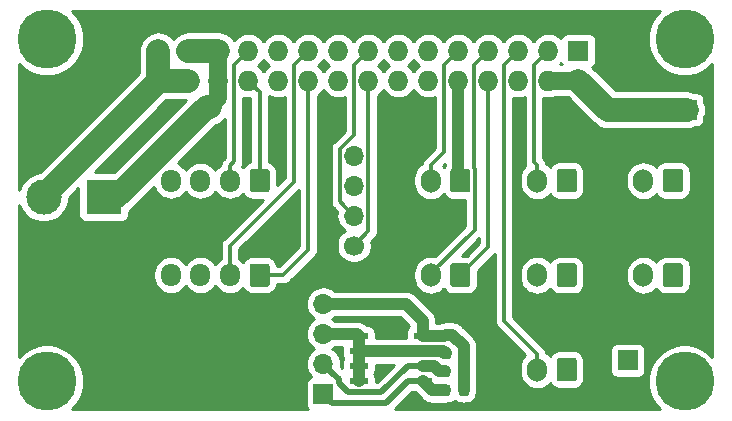
<source format=gtl>
G04 #@! TF.GenerationSoftware,KiCad,Pcbnew,(5.1.0)-1*
G04 #@! TF.CreationDate,2019-10-14T12:16:32+08:00*
G04 #@! TF.ProjectId,RibbonCable_MB_BreakdownBoard,52696262-6f6e-4436-9162-6c655f4d425f,rev?*
G04 #@! TF.SameCoordinates,Original*
G04 #@! TF.FileFunction,Copper,L1,Top*
G04 #@! TF.FilePolarity,Positive*
%FSLAX46Y46*%
G04 Gerber Fmt 4.6, Leading zero omitted, Abs format (unit mm)*
G04 Created by KiCad (PCBNEW (5.1.0)-1) date 2019-10-14 12:16:32*
%MOMM*%
%LPD*%
G04 APERTURE LIST*
%ADD10R,1.550000X0.600000*%
%ADD11C,0.150000*%
%ADD12C,0.875000*%
%ADD13O,1.700000X1.700000*%
%ADD14R,1.700000X1.700000*%
%ADD15C,3.000000*%
%ADD16R,3.000000X3.000000*%
%ADD17C,5.000000*%
%ADD18O,1.700000X2.000000*%
%ADD19C,1.700000*%
%ADD20O,1.727200X1.727200*%
%ADD21R,1.727200X1.727200*%
%ADD22O,1.700000X1.950000*%
%ADD23C,2.000000*%
%ADD24C,1.500000*%
%ADD25C,0.300000*%
%ADD26C,1.000000*%
%ADD27C,0.500000*%
%ADD28C,0.254000*%
G04 APERTURE END LIST*
D10*
X140812500Y-98171000D03*
X140812500Y-99441000D03*
X140812500Y-100711000D03*
X140812500Y-101981000D03*
X135412500Y-101981000D03*
X135412500Y-100711000D03*
X135412500Y-99441000D03*
X135412500Y-98171000D03*
D11*
G36*
X142962691Y-100681553D02*
G01*
X142983926Y-100684703D01*
X143004750Y-100689919D01*
X143024962Y-100697151D01*
X143044368Y-100706330D01*
X143062781Y-100717366D01*
X143080024Y-100730154D01*
X143095930Y-100744570D01*
X143110346Y-100760476D01*
X143123134Y-100777719D01*
X143134170Y-100796132D01*
X143143349Y-100815538D01*
X143150581Y-100835750D01*
X143155797Y-100856574D01*
X143158947Y-100877809D01*
X143160000Y-100899250D01*
X143160000Y-101411750D01*
X143158947Y-101433191D01*
X143155797Y-101454426D01*
X143150581Y-101475250D01*
X143143349Y-101495462D01*
X143134170Y-101514868D01*
X143123134Y-101533281D01*
X143110346Y-101550524D01*
X143095930Y-101566430D01*
X143080024Y-101580846D01*
X143062781Y-101593634D01*
X143044368Y-101604670D01*
X143024962Y-101613849D01*
X143004750Y-101621081D01*
X142983926Y-101626297D01*
X142962691Y-101629447D01*
X142941250Y-101630500D01*
X142503750Y-101630500D01*
X142482309Y-101629447D01*
X142461074Y-101626297D01*
X142440250Y-101621081D01*
X142420038Y-101613849D01*
X142400632Y-101604670D01*
X142382219Y-101593634D01*
X142364976Y-101580846D01*
X142349070Y-101566430D01*
X142334654Y-101550524D01*
X142321866Y-101533281D01*
X142310830Y-101514868D01*
X142301651Y-101495462D01*
X142294419Y-101475250D01*
X142289203Y-101454426D01*
X142286053Y-101433191D01*
X142285000Y-101411750D01*
X142285000Y-100899250D01*
X142286053Y-100877809D01*
X142289203Y-100856574D01*
X142294419Y-100835750D01*
X142301651Y-100815538D01*
X142310830Y-100796132D01*
X142321866Y-100777719D01*
X142334654Y-100760476D01*
X142349070Y-100744570D01*
X142364976Y-100730154D01*
X142382219Y-100717366D01*
X142400632Y-100706330D01*
X142420038Y-100697151D01*
X142440250Y-100689919D01*
X142461074Y-100684703D01*
X142482309Y-100681553D01*
X142503750Y-100680500D01*
X142941250Y-100680500D01*
X142962691Y-100681553D01*
X142962691Y-100681553D01*
G37*
D12*
X142722500Y-101155500D03*
D11*
G36*
X144537691Y-100681553D02*
G01*
X144558926Y-100684703D01*
X144579750Y-100689919D01*
X144599962Y-100697151D01*
X144619368Y-100706330D01*
X144637781Y-100717366D01*
X144655024Y-100730154D01*
X144670930Y-100744570D01*
X144685346Y-100760476D01*
X144698134Y-100777719D01*
X144709170Y-100796132D01*
X144718349Y-100815538D01*
X144725581Y-100835750D01*
X144730797Y-100856574D01*
X144733947Y-100877809D01*
X144735000Y-100899250D01*
X144735000Y-101411750D01*
X144733947Y-101433191D01*
X144730797Y-101454426D01*
X144725581Y-101475250D01*
X144718349Y-101495462D01*
X144709170Y-101514868D01*
X144698134Y-101533281D01*
X144685346Y-101550524D01*
X144670930Y-101566430D01*
X144655024Y-101580846D01*
X144637781Y-101593634D01*
X144619368Y-101604670D01*
X144599962Y-101613849D01*
X144579750Y-101621081D01*
X144558926Y-101626297D01*
X144537691Y-101629447D01*
X144516250Y-101630500D01*
X144078750Y-101630500D01*
X144057309Y-101629447D01*
X144036074Y-101626297D01*
X144015250Y-101621081D01*
X143995038Y-101613849D01*
X143975632Y-101604670D01*
X143957219Y-101593634D01*
X143939976Y-101580846D01*
X143924070Y-101566430D01*
X143909654Y-101550524D01*
X143896866Y-101533281D01*
X143885830Y-101514868D01*
X143876651Y-101495462D01*
X143869419Y-101475250D01*
X143864203Y-101454426D01*
X143861053Y-101433191D01*
X143860000Y-101411750D01*
X143860000Y-100899250D01*
X143861053Y-100877809D01*
X143864203Y-100856574D01*
X143869419Y-100835750D01*
X143876651Y-100815538D01*
X143885830Y-100796132D01*
X143896866Y-100777719D01*
X143909654Y-100760476D01*
X143924070Y-100744570D01*
X143939976Y-100730154D01*
X143957219Y-100717366D01*
X143975632Y-100706330D01*
X143995038Y-100697151D01*
X144015250Y-100689919D01*
X144036074Y-100684703D01*
X144057309Y-100681553D01*
X144078750Y-100680500D01*
X144516250Y-100680500D01*
X144537691Y-100681553D01*
X144537691Y-100681553D01*
G37*
D12*
X144297500Y-101155500D03*
D11*
G36*
X142962691Y-102269053D02*
G01*
X142983926Y-102272203D01*
X143004750Y-102277419D01*
X143024962Y-102284651D01*
X143044368Y-102293830D01*
X143062781Y-102304866D01*
X143080024Y-102317654D01*
X143095930Y-102332070D01*
X143110346Y-102347976D01*
X143123134Y-102365219D01*
X143134170Y-102383632D01*
X143143349Y-102403038D01*
X143150581Y-102423250D01*
X143155797Y-102444074D01*
X143158947Y-102465309D01*
X143160000Y-102486750D01*
X143160000Y-102999250D01*
X143158947Y-103020691D01*
X143155797Y-103041926D01*
X143150581Y-103062750D01*
X143143349Y-103082962D01*
X143134170Y-103102368D01*
X143123134Y-103120781D01*
X143110346Y-103138024D01*
X143095930Y-103153930D01*
X143080024Y-103168346D01*
X143062781Y-103181134D01*
X143044368Y-103192170D01*
X143024962Y-103201349D01*
X143004750Y-103208581D01*
X142983926Y-103213797D01*
X142962691Y-103216947D01*
X142941250Y-103218000D01*
X142503750Y-103218000D01*
X142482309Y-103216947D01*
X142461074Y-103213797D01*
X142440250Y-103208581D01*
X142420038Y-103201349D01*
X142400632Y-103192170D01*
X142382219Y-103181134D01*
X142364976Y-103168346D01*
X142349070Y-103153930D01*
X142334654Y-103138024D01*
X142321866Y-103120781D01*
X142310830Y-103102368D01*
X142301651Y-103082962D01*
X142294419Y-103062750D01*
X142289203Y-103041926D01*
X142286053Y-103020691D01*
X142285000Y-102999250D01*
X142285000Y-102486750D01*
X142286053Y-102465309D01*
X142289203Y-102444074D01*
X142294419Y-102423250D01*
X142301651Y-102403038D01*
X142310830Y-102383632D01*
X142321866Y-102365219D01*
X142334654Y-102347976D01*
X142349070Y-102332070D01*
X142364976Y-102317654D01*
X142382219Y-102304866D01*
X142400632Y-102293830D01*
X142420038Y-102284651D01*
X142440250Y-102277419D01*
X142461074Y-102272203D01*
X142482309Y-102269053D01*
X142503750Y-102268000D01*
X142941250Y-102268000D01*
X142962691Y-102269053D01*
X142962691Y-102269053D01*
G37*
D12*
X142722500Y-102743000D03*
D11*
G36*
X144537691Y-102269053D02*
G01*
X144558926Y-102272203D01*
X144579750Y-102277419D01*
X144599962Y-102284651D01*
X144619368Y-102293830D01*
X144637781Y-102304866D01*
X144655024Y-102317654D01*
X144670930Y-102332070D01*
X144685346Y-102347976D01*
X144698134Y-102365219D01*
X144709170Y-102383632D01*
X144718349Y-102403038D01*
X144725581Y-102423250D01*
X144730797Y-102444074D01*
X144733947Y-102465309D01*
X144735000Y-102486750D01*
X144735000Y-102999250D01*
X144733947Y-103020691D01*
X144730797Y-103041926D01*
X144725581Y-103062750D01*
X144718349Y-103082962D01*
X144709170Y-103102368D01*
X144698134Y-103120781D01*
X144685346Y-103138024D01*
X144670930Y-103153930D01*
X144655024Y-103168346D01*
X144637781Y-103181134D01*
X144619368Y-103192170D01*
X144599962Y-103201349D01*
X144579750Y-103208581D01*
X144558926Y-103213797D01*
X144537691Y-103216947D01*
X144516250Y-103218000D01*
X144078750Y-103218000D01*
X144057309Y-103216947D01*
X144036074Y-103213797D01*
X144015250Y-103208581D01*
X143995038Y-103201349D01*
X143975632Y-103192170D01*
X143957219Y-103181134D01*
X143939976Y-103168346D01*
X143924070Y-103153930D01*
X143909654Y-103138024D01*
X143896866Y-103120781D01*
X143885830Y-103102368D01*
X143876651Y-103082962D01*
X143869419Y-103062750D01*
X143864203Y-103041926D01*
X143861053Y-103020691D01*
X143860000Y-102999250D01*
X143860000Y-102486750D01*
X143861053Y-102465309D01*
X143864203Y-102444074D01*
X143869419Y-102423250D01*
X143876651Y-102403038D01*
X143885830Y-102383632D01*
X143896866Y-102365219D01*
X143909654Y-102347976D01*
X143924070Y-102332070D01*
X143939976Y-102317654D01*
X143957219Y-102304866D01*
X143975632Y-102293830D01*
X143995038Y-102284651D01*
X144015250Y-102277419D01*
X144036074Y-102272203D01*
X144057309Y-102269053D01*
X144078750Y-102268000D01*
X144516250Y-102268000D01*
X144537691Y-102269053D01*
X144537691Y-102269053D01*
G37*
D12*
X144297500Y-102743000D03*
D13*
X132397500Y-95440500D03*
X132397500Y-97980500D03*
X132397500Y-100520500D03*
D14*
X132397500Y-103060500D03*
D11*
G36*
X143025691Y-99195053D02*
G01*
X143046926Y-99198203D01*
X143067750Y-99203419D01*
X143087962Y-99210651D01*
X143107368Y-99219830D01*
X143125781Y-99230866D01*
X143143024Y-99243654D01*
X143158930Y-99258070D01*
X143173346Y-99273976D01*
X143186134Y-99291219D01*
X143197170Y-99309632D01*
X143206349Y-99329038D01*
X143213581Y-99349250D01*
X143218797Y-99370074D01*
X143221947Y-99391309D01*
X143223000Y-99412750D01*
X143223000Y-99850250D01*
X143221947Y-99871691D01*
X143218797Y-99892926D01*
X143213581Y-99913750D01*
X143206349Y-99933962D01*
X143197170Y-99953368D01*
X143186134Y-99971781D01*
X143173346Y-99989024D01*
X143158930Y-100004930D01*
X143143024Y-100019346D01*
X143125781Y-100032134D01*
X143107368Y-100043170D01*
X143087962Y-100052349D01*
X143067750Y-100059581D01*
X143046926Y-100064797D01*
X143025691Y-100067947D01*
X143004250Y-100069000D01*
X142491750Y-100069000D01*
X142470309Y-100067947D01*
X142449074Y-100064797D01*
X142428250Y-100059581D01*
X142408038Y-100052349D01*
X142388632Y-100043170D01*
X142370219Y-100032134D01*
X142352976Y-100019346D01*
X142337070Y-100004930D01*
X142322654Y-99989024D01*
X142309866Y-99971781D01*
X142298830Y-99953368D01*
X142289651Y-99933962D01*
X142282419Y-99913750D01*
X142277203Y-99892926D01*
X142274053Y-99871691D01*
X142273000Y-99850250D01*
X142273000Y-99412750D01*
X142274053Y-99391309D01*
X142277203Y-99370074D01*
X142282419Y-99349250D01*
X142289651Y-99329038D01*
X142298830Y-99309632D01*
X142309866Y-99291219D01*
X142322654Y-99273976D01*
X142337070Y-99258070D01*
X142352976Y-99243654D01*
X142370219Y-99230866D01*
X142388632Y-99219830D01*
X142408038Y-99210651D01*
X142428250Y-99203419D01*
X142449074Y-99198203D01*
X142470309Y-99195053D01*
X142491750Y-99194000D01*
X143004250Y-99194000D01*
X143025691Y-99195053D01*
X143025691Y-99195053D01*
G37*
D12*
X142748000Y-99631500D03*
D11*
G36*
X143025691Y-97620053D02*
G01*
X143046926Y-97623203D01*
X143067750Y-97628419D01*
X143087962Y-97635651D01*
X143107368Y-97644830D01*
X143125781Y-97655866D01*
X143143024Y-97668654D01*
X143158930Y-97683070D01*
X143173346Y-97698976D01*
X143186134Y-97716219D01*
X143197170Y-97734632D01*
X143206349Y-97754038D01*
X143213581Y-97774250D01*
X143218797Y-97795074D01*
X143221947Y-97816309D01*
X143223000Y-97837750D01*
X143223000Y-98275250D01*
X143221947Y-98296691D01*
X143218797Y-98317926D01*
X143213581Y-98338750D01*
X143206349Y-98358962D01*
X143197170Y-98378368D01*
X143186134Y-98396781D01*
X143173346Y-98414024D01*
X143158930Y-98429930D01*
X143143024Y-98444346D01*
X143125781Y-98457134D01*
X143107368Y-98468170D01*
X143087962Y-98477349D01*
X143067750Y-98484581D01*
X143046926Y-98489797D01*
X143025691Y-98492947D01*
X143004250Y-98494000D01*
X142491750Y-98494000D01*
X142470309Y-98492947D01*
X142449074Y-98489797D01*
X142428250Y-98484581D01*
X142408038Y-98477349D01*
X142388632Y-98468170D01*
X142370219Y-98457134D01*
X142352976Y-98444346D01*
X142337070Y-98429930D01*
X142322654Y-98414024D01*
X142309866Y-98396781D01*
X142298830Y-98378368D01*
X142289651Y-98358962D01*
X142282419Y-98338750D01*
X142277203Y-98317926D01*
X142274053Y-98296691D01*
X142273000Y-98275250D01*
X142273000Y-97837750D01*
X142274053Y-97816309D01*
X142277203Y-97795074D01*
X142282419Y-97774250D01*
X142289651Y-97754038D01*
X142298830Y-97734632D01*
X142309866Y-97716219D01*
X142322654Y-97698976D01*
X142337070Y-97683070D01*
X142352976Y-97668654D01*
X142370219Y-97655866D01*
X142388632Y-97644830D01*
X142408038Y-97635651D01*
X142428250Y-97628419D01*
X142449074Y-97623203D01*
X142470309Y-97620053D01*
X142491750Y-97619000D01*
X143004250Y-97619000D01*
X143025691Y-97620053D01*
X143025691Y-97620053D01*
G37*
D12*
X142748000Y-98056500D03*
D14*
X158178500Y-100203000D03*
D15*
X108712000Y-86400000D03*
D16*
X113792000Y-86400000D03*
D17*
X163000000Y-73000000D03*
X163000000Y-102000000D03*
X109000000Y-102000000D03*
X109000000Y-73000000D03*
D14*
X163150000Y-79000000D03*
D18*
X159500000Y-85000000D03*
D11*
G36*
X162624504Y-84001204D02*
G01*
X162648773Y-84004804D01*
X162672571Y-84010765D01*
X162695671Y-84019030D01*
X162717849Y-84029520D01*
X162738893Y-84042133D01*
X162758598Y-84056747D01*
X162776777Y-84073223D01*
X162793253Y-84091402D01*
X162807867Y-84111107D01*
X162820480Y-84132151D01*
X162830970Y-84154329D01*
X162839235Y-84177429D01*
X162845196Y-84201227D01*
X162848796Y-84225496D01*
X162850000Y-84250000D01*
X162850000Y-85750000D01*
X162848796Y-85774504D01*
X162845196Y-85798773D01*
X162839235Y-85822571D01*
X162830970Y-85845671D01*
X162820480Y-85867849D01*
X162807867Y-85888893D01*
X162793253Y-85908598D01*
X162776777Y-85926777D01*
X162758598Y-85943253D01*
X162738893Y-85957867D01*
X162717849Y-85970480D01*
X162695671Y-85980970D01*
X162672571Y-85989235D01*
X162648773Y-85995196D01*
X162624504Y-85998796D01*
X162600000Y-86000000D01*
X161400000Y-86000000D01*
X161375496Y-85998796D01*
X161351227Y-85995196D01*
X161327429Y-85989235D01*
X161304329Y-85980970D01*
X161282151Y-85970480D01*
X161261107Y-85957867D01*
X161241402Y-85943253D01*
X161223223Y-85926777D01*
X161206747Y-85908598D01*
X161192133Y-85888893D01*
X161179520Y-85867849D01*
X161169030Y-85845671D01*
X161160765Y-85822571D01*
X161154804Y-85798773D01*
X161151204Y-85774504D01*
X161150000Y-85750000D01*
X161150000Y-84250000D01*
X161151204Y-84225496D01*
X161154804Y-84201227D01*
X161160765Y-84177429D01*
X161169030Y-84154329D01*
X161179520Y-84132151D01*
X161192133Y-84111107D01*
X161206747Y-84091402D01*
X161223223Y-84073223D01*
X161241402Y-84056747D01*
X161261107Y-84042133D01*
X161282151Y-84029520D01*
X161304329Y-84019030D01*
X161327429Y-84010765D01*
X161351227Y-84004804D01*
X161375496Y-84001204D01*
X161400000Y-84000000D01*
X162600000Y-84000000D01*
X162624504Y-84001204D01*
X162624504Y-84001204D01*
G37*
D19*
X162000000Y-85000000D03*
D18*
X150500000Y-93000000D03*
D11*
G36*
X153624504Y-92001204D02*
G01*
X153648773Y-92004804D01*
X153672571Y-92010765D01*
X153695671Y-92019030D01*
X153717849Y-92029520D01*
X153738893Y-92042133D01*
X153758598Y-92056747D01*
X153776777Y-92073223D01*
X153793253Y-92091402D01*
X153807867Y-92111107D01*
X153820480Y-92132151D01*
X153830970Y-92154329D01*
X153839235Y-92177429D01*
X153845196Y-92201227D01*
X153848796Y-92225496D01*
X153850000Y-92250000D01*
X153850000Y-93750000D01*
X153848796Y-93774504D01*
X153845196Y-93798773D01*
X153839235Y-93822571D01*
X153830970Y-93845671D01*
X153820480Y-93867849D01*
X153807867Y-93888893D01*
X153793253Y-93908598D01*
X153776777Y-93926777D01*
X153758598Y-93943253D01*
X153738893Y-93957867D01*
X153717849Y-93970480D01*
X153695671Y-93980970D01*
X153672571Y-93989235D01*
X153648773Y-93995196D01*
X153624504Y-93998796D01*
X153600000Y-94000000D01*
X152400000Y-94000000D01*
X152375496Y-93998796D01*
X152351227Y-93995196D01*
X152327429Y-93989235D01*
X152304329Y-93980970D01*
X152282151Y-93970480D01*
X152261107Y-93957867D01*
X152241402Y-93943253D01*
X152223223Y-93926777D01*
X152206747Y-93908598D01*
X152192133Y-93888893D01*
X152179520Y-93867849D01*
X152169030Y-93845671D01*
X152160765Y-93822571D01*
X152154804Y-93798773D01*
X152151204Y-93774504D01*
X152150000Y-93750000D01*
X152150000Y-92250000D01*
X152151204Y-92225496D01*
X152154804Y-92201227D01*
X152160765Y-92177429D01*
X152169030Y-92154329D01*
X152179520Y-92132151D01*
X152192133Y-92111107D01*
X152206747Y-92091402D01*
X152223223Y-92073223D01*
X152241402Y-92056747D01*
X152261107Y-92042133D01*
X152282151Y-92029520D01*
X152304329Y-92019030D01*
X152327429Y-92010765D01*
X152351227Y-92004804D01*
X152375496Y-92001204D01*
X152400000Y-92000000D01*
X153600000Y-92000000D01*
X153624504Y-92001204D01*
X153624504Y-92001204D01*
G37*
D19*
X153000000Y-93000000D03*
D18*
X141500000Y-93000000D03*
D11*
G36*
X144624504Y-92001204D02*
G01*
X144648773Y-92004804D01*
X144672571Y-92010765D01*
X144695671Y-92019030D01*
X144717849Y-92029520D01*
X144738893Y-92042133D01*
X144758598Y-92056747D01*
X144776777Y-92073223D01*
X144793253Y-92091402D01*
X144807867Y-92111107D01*
X144820480Y-92132151D01*
X144830970Y-92154329D01*
X144839235Y-92177429D01*
X144845196Y-92201227D01*
X144848796Y-92225496D01*
X144850000Y-92250000D01*
X144850000Y-93750000D01*
X144848796Y-93774504D01*
X144845196Y-93798773D01*
X144839235Y-93822571D01*
X144830970Y-93845671D01*
X144820480Y-93867849D01*
X144807867Y-93888893D01*
X144793253Y-93908598D01*
X144776777Y-93926777D01*
X144758598Y-93943253D01*
X144738893Y-93957867D01*
X144717849Y-93970480D01*
X144695671Y-93980970D01*
X144672571Y-93989235D01*
X144648773Y-93995196D01*
X144624504Y-93998796D01*
X144600000Y-94000000D01*
X143400000Y-94000000D01*
X143375496Y-93998796D01*
X143351227Y-93995196D01*
X143327429Y-93989235D01*
X143304329Y-93980970D01*
X143282151Y-93970480D01*
X143261107Y-93957867D01*
X143241402Y-93943253D01*
X143223223Y-93926777D01*
X143206747Y-93908598D01*
X143192133Y-93888893D01*
X143179520Y-93867849D01*
X143169030Y-93845671D01*
X143160765Y-93822571D01*
X143154804Y-93798773D01*
X143151204Y-93774504D01*
X143150000Y-93750000D01*
X143150000Y-92250000D01*
X143151204Y-92225496D01*
X143154804Y-92201227D01*
X143160765Y-92177429D01*
X143169030Y-92154329D01*
X143179520Y-92132151D01*
X143192133Y-92111107D01*
X143206747Y-92091402D01*
X143223223Y-92073223D01*
X143241402Y-92056747D01*
X143261107Y-92042133D01*
X143282151Y-92029520D01*
X143304329Y-92019030D01*
X143327429Y-92010765D01*
X143351227Y-92004804D01*
X143375496Y-92001204D01*
X143400000Y-92000000D01*
X144600000Y-92000000D01*
X144624504Y-92001204D01*
X144624504Y-92001204D01*
G37*
D19*
X144000000Y-93000000D03*
D18*
X150500000Y-101000000D03*
D11*
G36*
X153624504Y-100001204D02*
G01*
X153648773Y-100004804D01*
X153672571Y-100010765D01*
X153695671Y-100019030D01*
X153717849Y-100029520D01*
X153738893Y-100042133D01*
X153758598Y-100056747D01*
X153776777Y-100073223D01*
X153793253Y-100091402D01*
X153807867Y-100111107D01*
X153820480Y-100132151D01*
X153830970Y-100154329D01*
X153839235Y-100177429D01*
X153845196Y-100201227D01*
X153848796Y-100225496D01*
X153850000Y-100250000D01*
X153850000Y-101750000D01*
X153848796Y-101774504D01*
X153845196Y-101798773D01*
X153839235Y-101822571D01*
X153830970Y-101845671D01*
X153820480Y-101867849D01*
X153807867Y-101888893D01*
X153793253Y-101908598D01*
X153776777Y-101926777D01*
X153758598Y-101943253D01*
X153738893Y-101957867D01*
X153717849Y-101970480D01*
X153695671Y-101980970D01*
X153672571Y-101989235D01*
X153648773Y-101995196D01*
X153624504Y-101998796D01*
X153600000Y-102000000D01*
X152400000Y-102000000D01*
X152375496Y-101998796D01*
X152351227Y-101995196D01*
X152327429Y-101989235D01*
X152304329Y-101980970D01*
X152282151Y-101970480D01*
X152261107Y-101957867D01*
X152241402Y-101943253D01*
X152223223Y-101926777D01*
X152206747Y-101908598D01*
X152192133Y-101888893D01*
X152179520Y-101867849D01*
X152169030Y-101845671D01*
X152160765Y-101822571D01*
X152154804Y-101798773D01*
X152151204Y-101774504D01*
X152150000Y-101750000D01*
X152150000Y-100250000D01*
X152151204Y-100225496D01*
X152154804Y-100201227D01*
X152160765Y-100177429D01*
X152169030Y-100154329D01*
X152179520Y-100132151D01*
X152192133Y-100111107D01*
X152206747Y-100091402D01*
X152223223Y-100073223D01*
X152241402Y-100056747D01*
X152261107Y-100042133D01*
X152282151Y-100029520D01*
X152304329Y-100019030D01*
X152327429Y-100010765D01*
X152351227Y-100004804D01*
X152375496Y-100001204D01*
X152400000Y-100000000D01*
X153600000Y-100000000D01*
X153624504Y-100001204D01*
X153624504Y-100001204D01*
G37*
D19*
X153000000Y-101000000D03*
D20*
X118440000Y-76540000D03*
X118440000Y-74000000D03*
X120980000Y-76540000D03*
X120980000Y-74000000D03*
X123520000Y-76540000D03*
X123520000Y-74000000D03*
X126060000Y-76540000D03*
X126060000Y-74000000D03*
X128600000Y-76540000D03*
X128600000Y-74000000D03*
X131140000Y-76540000D03*
X131140000Y-74000000D03*
X133680000Y-76540000D03*
X133680000Y-74000000D03*
X136220000Y-76540000D03*
X136220000Y-74000000D03*
X138760000Y-76540000D03*
X138760000Y-74000000D03*
X141300000Y-76540000D03*
X141300000Y-74000000D03*
X143840000Y-76540000D03*
X143840000Y-74000000D03*
X146380000Y-76540000D03*
X146380000Y-74000000D03*
X148920000Y-76540000D03*
X148920000Y-74000000D03*
X151460000Y-76540000D03*
X151460000Y-74000000D03*
X154000000Y-76540000D03*
D21*
X154000000Y-74000000D03*
D18*
X159500000Y-93000000D03*
D11*
G36*
X162624504Y-92001204D02*
G01*
X162648773Y-92004804D01*
X162672571Y-92010765D01*
X162695671Y-92019030D01*
X162717849Y-92029520D01*
X162738893Y-92042133D01*
X162758598Y-92056747D01*
X162776777Y-92073223D01*
X162793253Y-92091402D01*
X162807867Y-92111107D01*
X162820480Y-92132151D01*
X162830970Y-92154329D01*
X162839235Y-92177429D01*
X162845196Y-92201227D01*
X162848796Y-92225496D01*
X162850000Y-92250000D01*
X162850000Y-93750000D01*
X162848796Y-93774504D01*
X162845196Y-93798773D01*
X162839235Y-93822571D01*
X162830970Y-93845671D01*
X162820480Y-93867849D01*
X162807867Y-93888893D01*
X162793253Y-93908598D01*
X162776777Y-93926777D01*
X162758598Y-93943253D01*
X162738893Y-93957867D01*
X162717849Y-93970480D01*
X162695671Y-93980970D01*
X162672571Y-93989235D01*
X162648773Y-93995196D01*
X162624504Y-93998796D01*
X162600000Y-94000000D01*
X161400000Y-94000000D01*
X161375496Y-93998796D01*
X161351227Y-93995196D01*
X161327429Y-93989235D01*
X161304329Y-93980970D01*
X161282151Y-93970480D01*
X161261107Y-93957867D01*
X161241402Y-93943253D01*
X161223223Y-93926777D01*
X161206747Y-93908598D01*
X161192133Y-93888893D01*
X161179520Y-93867849D01*
X161169030Y-93845671D01*
X161160765Y-93822571D01*
X161154804Y-93798773D01*
X161151204Y-93774504D01*
X161150000Y-93750000D01*
X161150000Y-92250000D01*
X161151204Y-92225496D01*
X161154804Y-92201227D01*
X161160765Y-92177429D01*
X161169030Y-92154329D01*
X161179520Y-92132151D01*
X161192133Y-92111107D01*
X161206747Y-92091402D01*
X161223223Y-92073223D01*
X161241402Y-92056747D01*
X161261107Y-92042133D01*
X161282151Y-92029520D01*
X161304329Y-92019030D01*
X161327429Y-92010765D01*
X161351227Y-92004804D01*
X161375496Y-92001204D01*
X161400000Y-92000000D01*
X162600000Y-92000000D01*
X162624504Y-92001204D01*
X162624504Y-92001204D01*
G37*
D19*
X162000000Y-93000000D03*
D22*
X119500000Y-85000000D03*
X122000000Y-85000000D03*
X124500000Y-85000000D03*
D11*
G36*
X127624504Y-84026204D02*
G01*
X127648773Y-84029804D01*
X127672571Y-84035765D01*
X127695671Y-84044030D01*
X127717849Y-84054520D01*
X127738893Y-84067133D01*
X127758598Y-84081747D01*
X127776777Y-84098223D01*
X127793253Y-84116402D01*
X127807867Y-84136107D01*
X127820480Y-84157151D01*
X127830970Y-84179329D01*
X127839235Y-84202429D01*
X127845196Y-84226227D01*
X127848796Y-84250496D01*
X127850000Y-84275000D01*
X127850000Y-85725000D01*
X127848796Y-85749504D01*
X127845196Y-85773773D01*
X127839235Y-85797571D01*
X127830970Y-85820671D01*
X127820480Y-85842849D01*
X127807867Y-85863893D01*
X127793253Y-85883598D01*
X127776777Y-85901777D01*
X127758598Y-85918253D01*
X127738893Y-85932867D01*
X127717849Y-85945480D01*
X127695671Y-85955970D01*
X127672571Y-85964235D01*
X127648773Y-85970196D01*
X127624504Y-85973796D01*
X127600000Y-85975000D01*
X126400000Y-85975000D01*
X126375496Y-85973796D01*
X126351227Y-85970196D01*
X126327429Y-85964235D01*
X126304329Y-85955970D01*
X126282151Y-85945480D01*
X126261107Y-85932867D01*
X126241402Y-85918253D01*
X126223223Y-85901777D01*
X126206747Y-85883598D01*
X126192133Y-85863893D01*
X126179520Y-85842849D01*
X126169030Y-85820671D01*
X126160765Y-85797571D01*
X126154804Y-85773773D01*
X126151204Y-85749504D01*
X126150000Y-85725000D01*
X126150000Y-84275000D01*
X126151204Y-84250496D01*
X126154804Y-84226227D01*
X126160765Y-84202429D01*
X126169030Y-84179329D01*
X126179520Y-84157151D01*
X126192133Y-84136107D01*
X126206747Y-84116402D01*
X126223223Y-84098223D01*
X126241402Y-84081747D01*
X126261107Y-84067133D01*
X126282151Y-84054520D01*
X126304329Y-84044030D01*
X126327429Y-84035765D01*
X126351227Y-84029804D01*
X126375496Y-84026204D01*
X126400000Y-84025000D01*
X127600000Y-84025000D01*
X127624504Y-84026204D01*
X127624504Y-84026204D01*
G37*
D19*
X127000000Y-85000000D03*
D22*
X119500000Y-93000000D03*
X122000000Y-93000000D03*
X124500000Y-93000000D03*
D11*
G36*
X127624504Y-92026204D02*
G01*
X127648773Y-92029804D01*
X127672571Y-92035765D01*
X127695671Y-92044030D01*
X127717849Y-92054520D01*
X127738893Y-92067133D01*
X127758598Y-92081747D01*
X127776777Y-92098223D01*
X127793253Y-92116402D01*
X127807867Y-92136107D01*
X127820480Y-92157151D01*
X127830970Y-92179329D01*
X127839235Y-92202429D01*
X127845196Y-92226227D01*
X127848796Y-92250496D01*
X127850000Y-92275000D01*
X127850000Y-93725000D01*
X127848796Y-93749504D01*
X127845196Y-93773773D01*
X127839235Y-93797571D01*
X127830970Y-93820671D01*
X127820480Y-93842849D01*
X127807867Y-93863893D01*
X127793253Y-93883598D01*
X127776777Y-93901777D01*
X127758598Y-93918253D01*
X127738893Y-93932867D01*
X127717849Y-93945480D01*
X127695671Y-93955970D01*
X127672571Y-93964235D01*
X127648773Y-93970196D01*
X127624504Y-93973796D01*
X127600000Y-93975000D01*
X126400000Y-93975000D01*
X126375496Y-93973796D01*
X126351227Y-93970196D01*
X126327429Y-93964235D01*
X126304329Y-93955970D01*
X126282151Y-93945480D01*
X126261107Y-93932867D01*
X126241402Y-93918253D01*
X126223223Y-93901777D01*
X126206747Y-93883598D01*
X126192133Y-93863893D01*
X126179520Y-93842849D01*
X126169030Y-93820671D01*
X126160765Y-93797571D01*
X126154804Y-93773773D01*
X126151204Y-93749504D01*
X126150000Y-93725000D01*
X126150000Y-92275000D01*
X126151204Y-92250496D01*
X126154804Y-92226227D01*
X126160765Y-92202429D01*
X126169030Y-92179329D01*
X126179520Y-92157151D01*
X126192133Y-92136107D01*
X126206747Y-92116402D01*
X126223223Y-92098223D01*
X126241402Y-92081747D01*
X126261107Y-92067133D01*
X126282151Y-92054520D01*
X126304329Y-92044030D01*
X126327429Y-92035765D01*
X126351227Y-92029804D01*
X126375496Y-92026204D01*
X126400000Y-92025000D01*
X127600000Y-92025000D01*
X127624504Y-92026204D01*
X127624504Y-92026204D01*
G37*
D19*
X127000000Y-93000000D03*
D18*
X150500000Y-85000000D03*
D11*
G36*
X153624504Y-84001204D02*
G01*
X153648773Y-84004804D01*
X153672571Y-84010765D01*
X153695671Y-84019030D01*
X153717849Y-84029520D01*
X153738893Y-84042133D01*
X153758598Y-84056747D01*
X153776777Y-84073223D01*
X153793253Y-84091402D01*
X153807867Y-84111107D01*
X153820480Y-84132151D01*
X153830970Y-84154329D01*
X153839235Y-84177429D01*
X153845196Y-84201227D01*
X153848796Y-84225496D01*
X153850000Y-84250000D01*
X153850000Y-85750000D01*
X153848796Y-85774504D01*
X153845196Y-85798773D01*
X153839235Y-85822571D01*
X153830970Y-85845671D01*
X153820480Y-85867849D01*
X153807867Y-85888893D01*
X153793253Y-85908598D01*
X153776777Y-85926777D01*
X153758598Y-85943253D01*
X153738893Y-85957867D01*
X153717849Y-85970480D01*
X153695671Y-85980970D01*
X153672571Y-85989235D01*
X153648773Y-85995196D01*
X153624504Y-85998796D01*
X153600000Y-86000000D01*
X152400000Y-86000000D01*
X152375496Y-85998796D01*
X152351227Y-85995196D01*
X152327429Y-85989235D01*
X152304329Y-85980970D01*
X152282151Y-85970480D01*
X152261107Y-85957867D01*
X152241402Y-85943253D01*
X152223223Y-85926777D01*
X152206747Y-85908598D01*
X152192133Y-85888893D01*
X152179520Y-85867849D01*
X152169030Y-85845671D01*
X152160765Y-85822571D01*
X152154804Y-85798773D01*
X152151204Y-85774504D01*
X152150000Y-85750000D01*
X152150000Y-84250000D01*
X152151204Y-84225496D01*
X152154804Y-84201227D01*
X152160765Y-84177429D01*
X152169030Y-84154329D01*
X152179520Y-84132151D01*
X152192133Y-84111107D01*
X152206747Y-84091402D01*
X152223223Y-84073223D01*
X152241402Y-84056747D01*
X152261107Y-84042133D01*
X152282151Y-84029520D01*
X152304329Y-84019030D01*
X152327429Y-84010765D01*
X152351227Y-84004804D01*
X152375496Y-84001204D01*
X152400000Y-84000000D01*
X153600000Y-84000000D01*
X153624504Y-84001204D01*
X153624504Y-84001204D01*
G37*
D19*
X153000000Y-85000000D03*
D18*
X141500000Y-85000000D03*
D11*
G36*
X144624504Y-84001204D02*
G01*
X144648773Y-84004804D01*
X144672571Y-84010765D01*
X144695671Y-84019030D01*
X144717849Y-84029520D01*
X144738893Y-84042133D01*
X144758598Y-84056747D01*
X144776777Y-84073223D01*
X144793253Y-84091402D01*
X144807867Y-84111107D01*
X144820480Y-84132151D01*
X144830970Y-84154329D01*
X144839235Y-84177429D01*
X144845196Y-84201227D01*
X144848796Y-84225496D01*
X144850000Y-84250000D01*
X144850000Y-85750000D01*
X144848796Y-85774504D01*
X144845196Y-85798773D01*
X144839235Y-85822571D01*
X144830970Y-85845671D01*
X144820480Y-85867849D01*
X144807867Y-85888893D01*
X144793253Y-85908598D01*
X144776777Y-85926777D01*
X144758598Y-85943253D01*
X144738893Y-85957867D01*
X144717849Y-85970480D01*
X144695671Y-85980970D01*
X144672571Y-85989235D01*
X144648773Y-85995196D01*
X144624504Y-85998796D01*
X144600000Y-86000000D01*
X143400000Y-86000000D01*
X143375496Y-85998796D01*
X143351227Y-85995196D01*
X143327429Y-85989235D01*
X143304329Y-85980970D01*
X143282151Y-85970480D01*
X143261107Y-85957867D01*
X143241402Y-85943253D01*
X143223223Y-85926777D01*
X143206747Y-85908598D01*
X143192133Y-85888893D01*
X143179520Y-85867849D01*
X143169030Y-85845671D01*
X143160765Y-85822571D01*
X143154804Y-85798773D01*
X143151204Y-85774504D01*
X143150000Y-85750000D01*
X143150000Y-84250000D01*
X143151204Y-84225496D01*
X143154804Y-84201227D01*
X143160765Y-84177429D01*
X143169030Y-84154329D01*
X143179520Y-84132151D01*
X143192133Y-84111107D01*
X143206747Y-84091402D01*
X143223223Y-84073223D01*
X143241402Y-84056747D01*
X143261107Y-84042133D01*
X143282151Y-84029520D01*
X143304329Y-84019030D01*
X143327429Y-84010765D01*
X143351227Y-84004804D01*
X143375496Y-84001204D01*
X143400000Y-84000000D01*
X144600000Y-84000000D01*
X144624504Y-84001204D01*
X144624504Y-84001204D01*
G37*
D19*
X144000000Y-85000000D03*
D13*
X135000000Y-82880000D03*
X135000000Y-85420000D03*
X135000000Y-87960000D03*
D19*
X135000000Y-90500000D03*
D23*
X156460000Y-79000000D02*
X154000000Y-76540000D01*
X163150000Y-79000000D02*
X156460000Y-79000000D01*
D24*
X154000000Y-76540000D02*
X151460000Y-76540000D01*
D25*
X133799999Y-82303999D02*
X133799999Y-86759999D01*
X135006399Y-81097599D02*
X133799999Y-82303999D01*
X134150001Y-87110001D02*
X135000000Y-87960000D01*
X135006399Y-75213601D02*
X135006399Y-81097599D01*
X133799999Y-86759999D02*
X134150001Y-87110001D01*
X136220000Y-74000000D02*
X135006399Y-75213601D01*
X136220000Y-89280000D02*
X135000000Y-90500000D01*
X136220000Y-76540000D02*
X136220000Y-89280000D01*
X141500000Y-83700000D02*
X141500000Y-85000000D01*
X142626399Y-82573601D02*
X141500000Y-83700000D01*
X142626399Y-75213601D02*
X142626399Y-82573601D01*
X143840000Y-74000000D02*
X142626399Y-75213601D01*
X143840000Y-84840000D02*
X144000000Y-85000000D01*
D26*
X143840000Y-76540000D02*
X143840000Y-84840000D01*
D25*
X150500000Y-83700000D02*
X150500000Y-85000000D01*
X150246399Y-83446399D02*
X150500000Y-83700000D01*
X150246399Y-75213601D02*
X150246399Y-83446399D01*
X151460000Y-74000000D02*
X150246399Y-75213601D01*
D23*
X120980000Y-76540000D02*
X118440000Y-76540000D01*
X118440000Y-74000000D02*
X118440000Y-76540000D01*
X108712000Y-86268000D02*
X108712000Y-86400000D01*
X118440000Y-76540000D02*
X108712000Y-86268000D01*
X120980000Y-74000000D02*
X123520000Y-74000000D01*
D24*
X123520000Y-74000000D02*
X123520000Y-76540000D01*
X123520000Y-78029000D02*
X122809000Y-78740000D01*
X123520000Y-76540000D02*
X123520000Y-78029000D01*
D23*
X114881314Y-86400000D02*
X113792000Y-86400000D01*
X122809000Y-78740000D02*
X122541314Y-78740000D01*
X122541314Y-78740000D02*
X114881314Y-86400000D01*
D25*
X129926399Y-75213601D02*
X129926399Y-85073601D01*
X131140000Y-74000000D02*
X129926399Y-75213601D01*
X124500000Y-90500000D02*
X124500000Y-93000000D01*
X129926399Y-85073601D02*
X124500000Y-90500000D01*
X131140000Y-76540000D02*
X131140000Y-90860000D01*
X131140000Y-90860000D02*
X129000000Y-93000000D01*
X129000000Y-93000000D02*
X127000000Y-93000000D01*
X126060000Y-74000000D02*
X124846399Y-75213601D01*
X124500000Y-83725000D02*
X124500000Y-85000000D01*
X124846399Y-83378601D02*
X124500000Y-83725000D01*
X124846399Y-75213601D02*
X124846399Y-83378601D01*
X126060000Y-76540000D02*
X127000000Y-77480000D01*
X127000000Y-77480000D02*
X127000000Y-85000000D01*
X146380000Y-90620000D02*
X144000000Y-93000000D01*
X146380000Y-76540000D02*
X146380000Y-90620000D01*
X145200010Y-84001464D02*
X145200010Y-89149990D01*
X141500000Y-92850000D02*
X141500000Y-93000000D01*
X145166399Y-83967853D02*
X145200010Y-84001464D01*
X145166399Y-75213601D02*
X145166399Y-83967853D01*
X145200010Y-89149990D02*
X141500000Y-92850000D01*
X146380000Y-74000000D02*
X145166399Y-75213601D01*
X147706399Y-96906399D02*
X150500000Y-99700000D01*
X150500000Y-99700000D02*
X150500000Y-101000000D01*
X147706399Y-75213601D02*
X147706399Y-96906399D01*
X148920000Y-74000000D02*
X147706399Y-75213601D01*
D26*
X135222000Y-97980500D02*
X135412500Y-98171000D01*
X132397500Y-97980500D02*
X135222000Y-97980500D01*
X135412500Y-98171000D02*
X135412500Y-99441000D01*
X135412500Y-99441000D02*
X135412500Y-100711000D01*
X135412500Y-100711000D02*
X135412500Y-101981000D01*
X140812500Y-99441000D02*
X135412500Y-99441000D01*
X142557500Y-99441000D02*
X142748000Y-99631500D01*
X140812500Y-99441000D02*
X142557500Y-99441000D01*
X140812500Y-96871000D02*
X140812500Y-98171000D01*
X139382000Y-95440500D02*
X140812500Y-96871000D01*
X132397500Y-95440500D02*
X139382000Y-95440500D01*
X142633500Y-98171000D02*
X142748000Y-98056500D01*
X140812500Y-98171000D02*
X142633500Y-98171000D01*
X144297500Y-100580500D02*
X144297500Y-101155500D01*
X144297500Y-99031000D02*
X144297500Y-100580500D01*
X143323000Y-98056500D02*
X144297500Y-99031000D01*
X142748000Y-98056500D02*
X143323000Y-98056500D01*
X144297500Y-101155500D02*
X144297500Y-102743000D01*
X141740500Y-100711000D02*
X140812500Y-100711000D01*
X142185000Y-101155500D02*
X141740500Y-100711000D01*
X142722500Y-101155500D02*
X142185000Y-101155500D01*
D27*
X133247499Y-101370499D02*
X132397500Y-100520500D01*
X133697501Y-102151003D02*
X133697501Y-101820501D01*
X134477508Y-102931010D02*
X133697501Y-102151003D01*
X137317490Y-102931010D02*
X134477508Y-102931010D01*
X133697501Y-101820501D02*
X133247499Y-101370499D01*
X139537500Y-100711000D02*
X137317490Y-102931010D01*
X140812500Y-100711000D02*
X139537500Y-100711000D01*
D26*
X141574500Y-102743000D02*
X140812500Y-101981000D01*
X142722500Y-102743000D02*
X141574500Y-102743000D01*
D27*
X139537500Y-101981000D02*
X140812500Y-101981000D01*
X137696000Y-103822500D02*
X139537500Y-101981000D01*
X133159500Y-103822500D02*
X137696000Y-103822500D01*
X132397500Y-103060500D02*
X133159500Y-103822500D01*
D28*
G36*
X160564886Y-71001554D02*
G01*
X160221799Y-71515021D01*
X159985476Y-72085554D01*
X159865000Y-72691229D01*
X159865000Y-73308771D01*
X159985476Y-73914446D01*
X160221799Y-74484979D01*
X160564886Y-74998446D01*
X161001554Y-75435114D01*
X161515021Y-75778201D01*
X162085554Y-76014524D01*
X162691229Y-76135000D01*
X163308771Y-76135000D01*
X163914446Y-76014524D01*
X164484979Y-75778201D01*
X164998446Y-75435114D01*
X165340000Y-75093560D01*
X165340001Y-99906441D01*
X164998446Y-99564886D01*
X164484979Y-99221799D01*
X163914446Y-98985476D01*
X163308771Y-98865000D01*
X162691229Y-98865000D01*
X162085554Y-98985476D01*
X161515021Y-99221799D01*
X161001554Y-99564886D01*
X160564886Y-100001554D01*
X160221799Y-100515021D01*
X159985476Y-101085554D01*
X159865000Y-101691229D01*
X159865000Y-102308771D01*
X159985476Y-102914446D01*
X160221799Y-103484979D01*
X160564886Y-103998446D01*
X160906440Y-104340000D01*
X138430078Y-104340000D01*
X139874846Y-102895233D01*
X139913018Y-102906812D01*
X140037500Y-102919072D01*
X140145441Y-102919072D01*
X140732508Y-103506140D01*
X140768051Y-103549449D01*
X140930226Y-103682543D01*
X140940877Y-103691284D01*
X141138053Y-103796676D01*
X141352001Y-103861577D01*
X141574500Y-103883491D01*
X141630252Y-103878000D01*
X142778252Y-103878000D01*
X142944999Y-103861577D01*
X142973674Y-103852878D01*
X143108408Y-103839608D01*
X143269142Y-103790850D01*
X143417275Y-103711671D01*
X143510000Y-103635574D01*
X143602725Y-103711671D01*
X143750858Y-103790850D01*
X143911592Y-103839608D01*
X144046327Y-103852879D01*
X144075002Y-103861577D01*
X144297500Y-103883491D01*
X144519999Y-103861577D01*
X144548674Y-103852878D01*
X144683408Y-103839608D01*
X144844142Y-103790850D01*
X144992275Y-103711671D01*
X145122115Y-103605115D01*
X145228671Y-103475275D01*
X145307850Y-103327142D01*
X145356608Y-103166408D01*
X145357318Y-103159200D01*
X145416077Y-102965499D01*
X145432500Y-102798752D01*
X145432500Y-99086751D01*
X145437991Y-99030999D01*
X145416077Y-98808500D01*
X145400971Y-98758705D01*
X145351176Y-98594553D01*
X145245784Y-98397377D01*
X145103949Y-98224551D01*
X145060640Y-98189008D01*
X144164996Y-97293364D01*
X144129449Y-97250051D01*
X143956623Y-97108216D01*
X143759447Y-97002824D01*
X143545499Y-96937923D01*
X143378752Y-96921500D01*
X143378751Y-96921500D01*
X143323000Y-96916009D01*
X143267249Y-96921500D01*
X142803741Y-96921500D01*
X142747999Y-96916010D01*
X142692258Y-96921500D01*
X142692248Y-96921500D01*
X142525501Y-96937923D01*
X142331800Y-96996682D01*
X142324592Y-96997392D01*
X142197318Y-97036000D01*
X141947500Y-97036000D01*
X141947500Y-96926752D01*
X141952991Y-96871000D01*
X141931077Y-96648501D01*
X141866176Y-96434553D01*
X141760784Y-96237377D01*
X141654489Y-96107856D01*
X141654487Y-96107854D01*
X141618949Y-96064551D01*
X141575646Y-96029013D01*
X140223995Y-94677364D01*
X140188449Y-94634051D01*
X140015623Y-94492216D01*
X139818447Y-94386824D01*
X139604499Y-94321923D01*
X139437752Y-94305500D01*
X139437751Y-94305500D01*
X139382000Y-94300009D01*
X139326249Y-94305500D01*
X133355317Y-94305500D01*
X133226514Y-94199794D01*
X132968534Y-94061901D01*
X132688611Y-93976987D01*
X132470450Y-93955500D01*
X132324550Y-93955500D01*
X132106389Y-93976987D01*
X131826466Y-94061901D01*
X131568486Y-94199794D01*
X131342366Y-94385366D01*
X131156794Y-94611486D01*
X131018901Y-94869466D01*
X130933987Y-95149389D01*
X130905315Y-95440500D01*
X130933987Y-95731611D01*
X131018901Y-96011534D01*
X131156794Y-96269514D01*
X131342366Y-96495634D01*
X131568486Y-96681206D01*
X131623291Y-96710500D01*
X131568486Y-96739794D01*
X131342366Y-96925366D01*
X131156794Y-97151486D01*
X131018901Y-97409466D01*
X130933987Y-97689389D01*
X130905315Y-97980500D01*
X130933987Y-98271611D01*
X131018901Y-98551534D01*
X131156794Y-98809514D01*
X131342366Y-99035634D01*
X131568486Y-99221206D01*
X131623291Y-99250500D01*
X131568486Y-99279794D01*
X131342366Y-99465366D01*
X131156794Y-99691486D01*
X131018901Y-99949466D01*
X130933987Y-100229389D01*
X130905315Y-100520500D01*
X130933987Y-100811611D01*
X131018901Y-101091534D01*
X131156794Y-101349514D01*
X131342366Y-101575634D01*
X131372187Y-101600107D01*
X131303320Y-101620998D01*
X131193006Y-101679963D01*
X131096315Y-101759315D01*
X131016963Y-101856006D01*
X130957998Y-101966320D01*
X130921688Y-102086018D01*
X130909428Y-102210500D01*
X130909428Y-103910500D01*
X130921688Y-104034982D01*
X130957998Y-104154680D01*
X131016963Y-104264994D01*
X131078519Y-104340000D01*
X111093560Y-104340000D01*
X111435114Y-103998446D01*
X111778201Y-103484979D01*
X112014524Y-102914446D01*
X112135000Y-102308771D01*
X112135000Y-101691229D01*
X112014524Y-101085554D01*
X111778201Y-100515021D01*
X111435114Y-100001554D01*
X110998446Y-99564886D01*
X110484979Y-99221799D01*
X109914446Y-98985476D01*
X109308771Y-98865000D01*
X108691229Y-98865000D01*
X108085554Y-98985476D01*
X107515021Y-99221799D01*
X107001554Y-99564886D01*
X106660000Y-99906440D01*
X106660000Y-87025057D01*
X106819988Y-87411302D01*
X107053637Y-87760983D01*
X107351017Y-88058363D01*
X107700698Y-88292012D01*
X108089244Y-88452953D01*
X108501721Y-88535000D01*
X108922279Y-88535000D01*
X109334756Y-88452953D01*
X109723302Y-88292012D01*
X110072983Y-88058363D01*
X110370363Y-87760983D01*
X110604012Y-87411302D01*
X110764953Y-87022756D01*
X110847000Y-86610279D01*
X110847000Y-86445238D01*
X111653928Y-85638310D01*
X111653928Y-87900000D01*
X111666188Y-88024482D01*
X111702498Y-88144180D01*
X111761463Y-88254494D01*
X111840815Y-88351185D01*
X111937506Y-88430537D01*
X112047820Y-88489502D01*
X112167518Y-88525812D01*
X112292000Y-88538072D01*
X115292000Y-88538072D01*
X115416482Y-88525812D01*
X115536180Y-88489502D01*
X115646494Y-88430537D01*
X115743185Y-88351185D01*
X115822537Y-88254494D01*
X115881502Y-88144180D01*
X115917812Y-88024482D01*
X115930072Y-87900000D01*
X115930072Y-87654414D01*
X116043028Y-87561714D01*
X116094239Y-87499313D01*
X118069294Y-85524259D01*
X118121401Y-85696033D01*
X118259294Y-85954013D01*
X118444866Y-86180134D01*
X118670986Y-86365706D01*
X118928966Y-86503599D01*
X119208889Y-86588513D01*
X119500000Y-86617185D01*
X119791110Y-86588513D01*
X120071033Y-86503599D01*
X120329013Y-86365706D01*
X120555134Y-86180134D01*
X120740706Y-85954014D01*
X120750000Y-85936626D01*
X120759294Y-85954013D01*
X120944866Y-86180134D01*
X121170986Y-86365706D01*
X121428966Y-86503599D01*
X121708889Y-86588513D01*
X122000000Y-86617185D01*
X122291110Y-86588513D01*
X122571033Y-86503599D01*
X122829013Y-86365706D01*
X123055134Y-86180134D01*
X123240706Y-85954014D01*
X123250000Y-85936626D01*
X123259294Y-85954013D01*
X123444866Y-86180134D01*
X123670986Y-86365706D01*
X123928966Y-86503599D01*
X124208889Y-86588513D01*
X124500000Y-86617185D01*
X124791110Y-86588513D01*
X125071033Y-86503599D01*
X125329013Y-86365706D01*
X125555134Y-86180134D01*
X125607223Y-86116663D01*
X125661595Y-86218386D01*
X125772038Y-86352962D01*
X125906614Y-86463405D01*
X126060150Y-86545472D01*
X126226746Y-86596008D01*
X126400000Y-86613072D01*
X127276770Y-86613072D01*
X123972190Y-89917653D01*
X123942236Y-89942236D01*
X123844138Y-90061768D01*
X123771246Y-90198141D01*
X123726359Y-90346114D01*
X123715000Y-90461440D01*
X123715000Y-90461447D01*
X123711203Y-90500000D01*
X123715000Y-90538553D01*
X123715000Y-91610768D01*
X123670987Y-91634294D01*
X123444866Y-91819866D01*
X123259294Y-92045986D01*
X123250000Y-92063374D01*
X123240706Y-92045986D01*
X123055134Y-91819866D01*
X122829014Y-91634294D01*
X122571034Y-91496401D01*
X122291111Y-91411487D01*
X122000000Y-91382815D01*
X121708890Y-91411487D01*
X121428967Y-91496401D01*
X121170987Y-91634294D01*
X120944866Y-91819866D01*
X120759294Y-92045986D01*
X120750000Y-92063374D01*
X120740706Y-92045986D01*
X120555134Y-91819866D01*
X120329014Y-91634294D01*
X120071034Y-91496401D01*
X119791111Y-91411487D01*
X119500000Y-91382815D01*
X119208890Y-91411487D01*
X118928967Y-91496401D01*
X118670987Y-91634294D01*
X118444866Y-91819866D01*
X118259294Y-92045986D01*
X118121401Y-92303966D01*
X118036487Y-92583889D01*
X118015000Y-92802050D01*
X118015000Y-93197949D01*
X118036487Y-93416110D01*
X118121401Y-93696033D01*
X118259294Y-93954013D01*
X118444866Y-94180134D01*
X118670986Y-94365706D01*
X118928966Y-94503599D01*
X119208889Y-94588513D01*
X119500000Y-94617185D01*
X119791110Y-94588513D01*
X120071033Y-94503599D01*
X120329013Y-94365706D01*
X120555134Y-94180134D01*
X120740706Y-93954014D01*
X120750000Y-93936626D01*
X120759294Y-93954013D01*
X120944866Y-94180134D01*
X121170986Y-94365706D01*
X121428966Y-94503599D01*
X121708889Y-94588513D01*
X122000000Y-94617185D01*
X122291110Y-94588513D01*
X122571033Y-94503599D01*
X122829013Y-94365706D01*
X123055134Y-94180134D01*
X123240706Y-93954014D01*
X123250000Y-93936626D01*
X123259294Y-93954013D01*
X123444866Y-94180134D01*
X123670986Y-94365706D01*
X123928966Y-94503599D01*
X124208889Y-94588513D01*
X124500000Y-94617185D01*
X124791110Y-94588513D01*
X125071033Y-94503599D01*
X125329013Y-94365706D01*
X125555134Y-94180134D01*
X125607223Y-94116663D01*
X125661595Y-94218386D01*
X125772038Y-94352962D01*
X125906614Y-94463405D01*
X126060150Y-94545472D01*
X126226746Y-94596008D01*
X126400000Y-94613072D01*
X127600000Y-94613072D01*
X127773254Y-94596008D01*
X127939850Y-94545472D01*
X128093386Y-94463405D01*
X128227962Y-94352962D01*
X128338405Y-94218386D01*
X128420472Y-94064850D01*
X128471008Y-93898254D01*
X128482163Y-93785000D01*
X128961447Y-93785000D01*
X129000000Y-93788797D01*
X129038553Y-93785000D01*
X129038561Y-93785000D01*
X129153887Y-93773641D01*
X129301860Y-93728754D01*
X129438233Y-93655862D01*
X129557764Y-93557764D01*
X129582347Y-93527810D01*
X131667816Y-91442342D01*
X131697764Y-91417764D01*
X131726447Y-91382815D01*
X131754400Y-91348754D01*
X131795862Y-91298233D01*
X131868754Y-91161860D01*
X131913641Y-91013887D01*
X131925000Y-90898561D01*
X131925000Y-90898554D01*
X131928797Y-90860001D01*
X131925000Y-90821448D01*
X131925000Y-77819653D01*
X131976606Y-77792069D01*
X132204797Y-77604797D01*
X132392069Y-77376606D01*
X132410000Y-77343060D01*
X132427931Y-77376606D01*
X132615203Y-77604797D01*
X132843394Y-77792069D01*
X133103736Y-77931225D01*
X133386223Y-78016916D01*
X133606381Y-78038600D01*
X133753619Y-78038600D01*
X133973777Y-78016916D01*
X134221399Y-77941801D01*
X134221400Y-80772440D01*
X133272189Y-81721652D01*
X133242235Y-81746235D01*
X133144137Y-81865767D01*
X133071245Y-82002140D01*
X133026358Y-82150113D01*
X133014999Y-82265439D01*
X133014999Y-82265446D01*
X133011202Y-82303999D01*
X133014999Y-82342552D01*
X133015000Y-86721436D01*
X133011202Y-86759999D01*
X133026358Y-86913885D01*
X133071245Y-87061858D01*
X133071246Y-87061859D01*
X133144138Y-87198232D01*
X133184689Y-87247643D01*
X133217654Y-87287811D01*
X133217658Y-87287815D01*
X133242236Y-87317763D01*
X133272185Y-87342342D01*
X133550974Y-87621131D01*
X133536487Y-87668889D01*
X133507815Y-87960000D01*
X133536487Y-88251111D01*
X133621401Y-88531034D01*
X133759294Y-88789014D01*
X133944866Y-89015134D01*
X134170986Y-89200706D01*
X134226885Y-89230585D01*
X134053368Y-89346525D01*
X133846525Y-89553368D01*
X133684010Y-89796589D01*
X133572068Y-90066842D01*
X133515000Y-90353740D01*
X133515000Y-90646260D01*
X133572068Y-90933158D01*
X133684010Y-91203411D01*
X133846525Y-91446632D01*
X134053368Y-91653475D01*
X134296589Y-91815990D01*
X134566842Y-91927932D01*
X134853740Y-91985000D01*
X135146260Y-91985000D01*
X135433158Y-91927932D01*
X135703411Y-91815990D01*
X135946632Y-91653475D01*
X136153475Y-91446632D01*
X136315990Y-91203411D01*
X136427932Y-90933158D01*
X136485000Y-90646260D01*
X136485000Y-90353740D01*
X136447075Y-90163082D01*
X136747810Y-89862347D01*
X136777764Y-89837764D01*
X136875862Y-89718233D01*
X136948754Y-89581860D01*
X136957397Y-89553368D01*
X136993642Y-89433887D01*
X137003026Y-89338599D01*
X137005000Y-89318561D01*
X137005000Y-89318556D01*
X137008797Y-89280000D01*
X137005000Y-89241444D01*
X137005000Y-77819653D01*
X137056606Y-77792069D01*
X137284797Y-77604797D01*
X137472069Y-77376606D01*
X137490000Y-77343060D01*
X137507931Y-77376606D01*
X137695203Y-77604797D01*
X137923394Y-77792069D01*
X138183736Y-77931225D01*
X138466223Y-78016916D01*
X138686381Y-78038600D01*
X138833619Y-78038600D01*
X139053777Y-78016916D01*
X139336264Y-77931225D01*
X139596606Y-77792069D01*
X139824797Y-77604797D01*
X140012069Y-77376606D01*
X140030000Y-77343060D01*
X140047931Y-77376606D01*
X140235203Y-77604797D01*
X140463394Y-77792069D01*
X140723736Y-77931225D01*
X141006223Y-78016916D01*
X141226381Y-78038600D01*
X141373619Y-78038600D01*
X141593777Y-78016916D01*
X141841399Y-77941801D01*
X141841400Y-82248443D01*
X140972190Y-83117653D01*
X140942236Y-83142236D01*
X140844138Y-83261768D01*
X140771246Y-83398141D01*
X140726359Y-83546114D01*
X140722867Y-83581563D01*
X140670987Y-83609294D01*
X140444866Y-83794866D01*
X140259294Y-84020986D01*
X140121401Y-84278966D01*
X140036487Y-84558889D01*
X140015000Y-84777050D01*
X140015000Y-85222949D01*
X140036487Y-85441110D01*
X140121401Y-85721033D01*
X140259294Y-85979013D01*
X140444866Y-86205134D01*
X140670986Y-86390706D01*
X140928966Y-86528599D01*
X141208889Y-86613513D01*
X141500000Y-86642185D01*
X141791110Y-86613513D01*
X142071033Y-86528599D01*
X142329013Y-86390706D01*
X142555134Y-86205134D01*
X142607223Y-86141663D01*
X142661595Y-86243386D01*
X142772038Y-86377962D01*
X142906614Y-86488405D01*
X143060150Y-86570472D01*
X143226746Y-86621008D01*
X143400000Y-86638072D01*
X144415011Y-86638072D01*
X144415011Y-88824831D01*
X141838869Y-91400974D01*
X141791111Y-91386487D01*
X141500000Y-91357815D01*
X141208890Y-91386487D01*
X140928967Y-91471401D01*
X140670987Y-91609294D01*
X140444866Y-91794866D01*
X140259294Y-92020986D01*
X140121401Y-92278966D01*
X140036487Y-92558889D01*
X140015000Y-92777050D01*
X140015000Y-93222949D01*
X140036487Y-93441110D01*
X140121401Y-93721033D01*
X140259294Y-93979013D01*
X140444866Y-94205134D01*
X140670986Y-94390706D01*
X140928966Y-94528599D01*
X141208889Y-94613513D01*
X141500000Y-94642185D01*
X141791110Y-94613513D01*
X142071033Y-94528599D01*
X142329013Y-94390706D01*
X142555134Y-94205134D01*
X142607223Y-94141663D01*
X142661595Y-94243386D01*
X142772038Y-94377962D01*
X142906614Y-94488405D01*
X143060150Y-94570472D01*
X143226746Y-94621008D01*
X143400000Y-94638072D01*
X144600000Y-94638072D01*
X144773254Y-94621008D01*
X144939850Y-94570472D01*
X145093386Y-94488405D01*
X145227962Y-94377962D01*
X145338405Y-94243386D01*
X145420472Y-94089850D01*
X145471008Y-93923254D01*
X145488072Y-93750000D01*
X145488072Y-92622085D01*
X146907816Y-91202342D01*
X146921400Y-91191194D01*
X146921400Y-96867836D01*
X146917602Y-96906399D01*
X146932758Y-97060285D01*
X146977645Y-97208258D01*
X147011576Y-97271739D01*
X147050538Y-97344632D01*
X147091089Y-97394043D01*
X147124054Y-97434211D01*
X147124058Y-97434215D01*
X147148636Y-97464163D01*
X147178584Y-97488741D01*
X149466749Y-99776907D01*
X149444866Y-99794866D01*
X149259294Y-100020986D01*
X149121401Y-100278966D01*
X149036487Y-100558889D01*
X149015000Y-100777050D01*
X149015000Y-101222949D01*
X149036487Y-101441110D01*
X149121401Y-101721033D01*
X149259294Y-101979013D01*
X149444866Y-102205134D01*
X149670986Y-102390706D01*
X149928966Y-102528599D01*
X150208889Y-102613513D01*
X150500000Y-102642185D01*
X150791110Y-102613513D01*
X151071033Y-102528599D01*
X151329013Y-102390706D01*
X151555134Y-102205134D01*
X151607223Y-102141663D01*
X151661595Y-102243386D01*
X151772038Y-102377962D01*
X151906614Y-102488405D01*
X152060150Y-102570472D01*
X152226746Y-102621008D01*
X152400000Y-102638072D01*
X153600000Y-102638072D01*
X153773254Y-102621008D01*
X153939850Y-102570472D01*
X154093386Y-102488405D01*
X154227962Y-102377962D01*
X154338405Y-102243386D01*
X154420472Y-102089850D01*
X154471008Y-101923254D01*
X154488072Y-101750000D01*
X154488072Y-100250000D01*
X154471008Y-100076746D01*
X154420472Y-99910150D01*
X154338405Y-99756614D01*
X154227962Y-99622038D01*
X154093386Y-99511595D01*
X153939850Y-99429528D01*
X153773254Y-99378992D01*
X153600000Y-99361928D01*
X152400000Y-99361928D01*
X152226746Y-99378992D01*
X152060150Y-99429528D01*
X151906614Y-99511595D01*
X151772038Y-99622038D01*
X151661595Y-99756614D01*
X151607223Y-99858337D01*
X151555134Y-99794866D01*
X151329014Y-99609294D01*
X151277133Y-99581563D01*
X151273641Y-99546113D01*
X151228754Y-99398140D01*
X151204627Y-99353000D01*
X156690428Y-99353000D01*
X156690428Y-101053000D01*
X156702688Y-101177482D01*
X156738998Y-101297180D01*
X156797963Y-101407494D01*
X156877315Y-101504185D01*
X156974006Y-101583537D01*
X157084320Y-101642502D01*
X157204018Y-101678812D01*
X157328500Y-101691072D01*
X159028500Y-101691072D01*
X159152982Y-101678812D01*
X159272680Y-101642502D01*
X159382994Y-101583537D01*
X159479685Y-101504185D01*
X159559037Y-101407494D01*
X159618002Y-101297180D01*
X159654312Y-101177482D01*
X159666572Y-101053000D01*
X159666572Y-99353000D01*
X159654312Y-99228518D01*
X159618002Y-99108820D01*
X159559037Y-98998506D01*
X159479685Y-98901815D01*
X159382994Y-98822463D01*
X159272680Y-98763498D01*
X159152982Y-98727188D01*
X159028500Y-98714928D01*
X157328500Y-98714928D01*
X157204018Y-98727188D01*
X157084320Y-98763498D01*
X156974006Y-98822463D01*
X156877315Y-98901815D01*
X156797963Y-98998506D01*
X156738998Y-99108820D01*
X156702688Y-99228518D01*
X156690428Y-99353000D01*
X151204627Y-99353000D01*
X151155862Y-99261767D01*
X151098195Y-99191500D01*
X151082345Y-99172187D01*
X151082342Y-99172184D01*
X151057764Y-99142236D01*
X151027817Y-99117659D01*
X148491399Y-96581242D01*
X148491399Y-92777050D01*
X149015000Y-92777050D01*
X149015000Y-93222949D01*
X149036487Y-93441110D01*
X149121401Y-93721033D01*
X149259294Y-93979013D01*
X149444866Y-94205134D01*
X149670986Y-94390706D01*
X149928966Y-94528599D01*
X150208889Y-94613513D01*
X150500000Y-94642185D01*
X150791110Y-94613513D01*
X151071033Y-94528599D01*
X151329013Y-94390706D01*
X151555134Y-94205134D01*
X151607223Y-94141663D01*
X151661595Y-94243386D01*
X151772038Y-94377962D01*
X151906614Y-94488405D01*
X152060150Y-94570472D01*
X152226746Y-94621008D01*
X152400000Y-94638072D01*
X153600000Y-94638072D01*
X153773254Y-94621008D01*
X153939850Y-94570472D01*
X154093386Y-94488405D01*
X154227962Y-94377962D01*
X154338405Y-94243386D01*
X154420472Y-94089850D01*
X154471008Y-93923254D01*
X154488072Y-93750000D01*
X154488072Y-92777050D01*
X158015000Y-92777050D01*
X158015000Y-93222949D01*
X158036487Y-93441110D01*
X158121401Y-93721033D01*
X158259294Y-93979013D01*
X158444866Y-94205134D01*
X158670986Y-94390706D01*
X158928966Y-94528599D01*
X159208889Y-94613513D01*
X159500000Y-94642185D01*
X159791110Y-94613513D01*
X160071033Y-94528599D01*
X160329013Y-94390706D01*
X160555134Y-94205134D01*
X160607223Y-94141663D01*
X160661595Y-94243386D01*
X160772038Y-94377962D01*
X160906614Y-94488405D01*
X161060150Y-94570472D01*
X161226746Y-94621008D01*
X161400000Y-94638072D01*
X162600000Y-94638072D01*
X162773254Y-94621008D01*
X162939850Y-94570472D01*
X163093386Y-94488405D01*
X163227962Y-94377962D01*
X163338405Y-94243386D01*
X163420472Y-94089850D01*
X163471008Y-93923254D01*
X163488072Y-93750000D01*
X163488072Y-92250000D01*
X163471008Y-92076746D01*
X163420472Y-91910150D01*
X163338405Y-91756614D01*
X163227962Y-91622038D01*
X163093386Y-91511595D01*
X162939850Y-91429528D01*
X162773254Y-91378992D01*
X162600000Y-91361928D01*
X161400000Y-91361928D01*
X161226746Y-91378992D01*
X161060150Y-91429528D01*
X160906614Y-91511595D01*
X160772038Y-91622038D01*
X160661595Y-91756614D01*
X160607223Y-91858337D01*
X160555134Y-91794866D01*
X160329014Y-91609294D01*
X160071034Y-91471401D01*
X159791111Y-91386487D01*
X159500000Y-91357815D01*
X159208890Y-91386487D01*
X158928967Y-91471401D01*
X158670987Y-91609294D01*
X158444866Y-91794866D01*
X158259294Y-92020986D01*
X158121401Y-92278966D01*
X158036487Y-92558889D01*
X158015000Y-92777050D01*
X154488072Y-92777050D01*
X154488072Y-92250000D01*
X154471008Y-92076746D01*
X154420472Y-91910150D01*
X154338405Y-91756614D01*
X154227962Y-91622038D01*
X154093386Y-91511595D01*
X153939850Y-91429528D01*
X153773254Y-91378992D01*
X153600000Y-91361928D01*
X152400000Y-91361928D01*
X152226746Y-91378992D01*
X152060150Y-91429528D01*
X151906614Y-91511595D01*
X151772038Y-91622038D01*
X151661595Y-91756614D01*
X151607223Y-91858337D01*
X151555134Y-91794866D01*
X151329014Y-91609294D01*
X151071034Y-91471401D01*
X150791111Y-91386487D01*
X150500000Y-91357815D01*
X150208890Y-91386487D01*
X149928967Y-91471401D01*
X149670987Y-91609294D01*
X149444866Y-91794866D01*
X149259294Y-92020986D01*
X149121401Y-92278966D01*
X149036487Y-92558889D01*
X149015000Y-92777050D01*
X148491399Y-92777050D01*
X148491399Y-77976018D01*
X148626223Y-78016916D01*
X148846381Y-78038600D01*
X148993619Y-78038600D01*
X149213777Y-78016916D01*
X149461399Y-77941801D01*
X149461400Y-83407836D01*
X149457602Y-83446399D01*
X149472758Y-83600285D01*
X149514458Y-83737753D01*
X149444866Y-83794866D01*
X149259294Y-84020986D01*
X149121401Y-84278966D01*
X149036487Y-84558889D01*
X149015000Y-84777050D01*
X149015000Y-85222949D01*
X149036487Y-85441110D01*
X149121401Y-85721033D01*
X149259294Y-85979013D01*
X149444866Y-86205134D01*
X149670986Y-86390706D01*
X149928966Y-86528599D01*
X150208889Y-86613513D01*
X150500000Y-86642185D01*
X150791110Y-86613513D01*
X151071033Y-86528599D01*
X151329013Y-86390706D01*
X151555134Y-86205134D01*
X151607223Y-86141663D01*
X151661595Y-86243386D01*
X151772038Y-86377962D01*
X151906614Y-86488405D01*
X152060150Y-86570472D01*
X152226746Y-86621008D01*
X152400000Y-86638072D01*
X153600000Y-86638072D01*
X153773254Y-86621008D01*
X153939850Y-86570472D01*
X154093386Y-86488405D01*
X154227962Y-86377962D01*
X154338405Y-86243386D01*
X154420472Y-86089850D01*
X154471008Y-85923254D01*
X154488072Y-85750000D01*
X154488072Y-84777050D01*
X158015000Y-84777050D01*
X158015000Y-85222949D01*
X158036487Y-85441110D01*
X158121401Y-85721033D01*
X158259294Y-85979013D01*
X158444866Y-86205134D01*
X158670986Y-86390706D01*
X158928966Y-86528599D01*
X159208889Y-86613513D01*
X159500000Y-86642185D01*
X159791110Y-86613513D01*
X160071033Y-86528599D01*
X160329013Y-86390706D01*
X160555134Y-86205134D01*
X160607223Y-86141663D01*
X160661595Y-86243386D01*
X160772038Y-86377962D01*
X160906614Y-86488405D01*
X161060150Y-86570472D01*
X161226746Y-86621008D01*
X161400000Y-86638072D01*
X162600000Y-86638072D01*
X162773254Y-86621008D01*
X162939850Y-86570472D01*
X163093386Y-86488405D01*
X163227962Y-86377962D01*
X163338405Y-86243386D01*
X163420472Y-86089850D01*
X163471008Y-85923254D01*
X163488072Y-85750000D01*
X163488072Y-84250000D01*
X163471008Y-84076746D01*
X163420472Y-83910150D01*
X163338405Y-83756614D01*
X163227962Y-83622038D01*
X163093386Y-83511595D01*
X162939850Y-83429528D01*
X162773254Y-83378992D01*
X162600000Y-83361928D01*
X161400000Y-83361928D01*
X161226746Y-83378992D01*
X161060150Y-83429528D01*
X160906614Y-83511595D01*
X160772038Y-83622038D01*
X160661595Y-83756614D01*
X160607223Y-83858337D01*
X160555134Y-83794866D01*
X160329014Y-83609294D01*
X160071034Y-83471401D01*
X159791111Y-83386487D01*
X159500000Y-83357815D01*
X159208890Y-83386487D01*
X158928967Y-83471401D01*
X158670987Y-83609294D01*
X158444866Y-83794866D01*
X158259294Y-84020986D01*
X158121401Y-84278966D01*
X158036487Y-84558889D01*
X158015000Y-84777050D01*
X154488072Y-84777050D01*
X154488072Y-84250000D01*
X154471008Y-84076746D01*
X154420472Y-83910150D01*
X154338405Y-83756614D01*
X154227962Y-83622038D01*
X154093386Y-83511595D01*
X153939850Y-83429528D01*
X153773254Y-83378992D01*
X153600000Y-83361928D01*
X152400000Y-83361928D01*
X152226746Y-83378992D01*
X152060150Y-83429528D01*
X151906614Y-83511595D01*
X151772038Y-83622038D01*
X151661595Y-83756614D01*
X151607223Y-83858337D01*
X151555134Y-83794866D01*
X151329014Y-83609294D01*
X151277133Y-83581563D01*
X151273642Y-83546113D01*
X151232803Y-83411487D01*
X151228754Y-83398140D01*
X151155862Y-83261767D01*
X151057764Y-83142236D01*
X151031399Y-83120599D01*
X151031399Y-77976018D01*
X151166223Y-78016916D01*
X151386381Y-78038600D01*
X151533619Y-78038600D01*
X151753777Y-78016916D01*
X152036264Y-77931225D01*
X152047910Y-77925000D01*
X153072762Y-77925000D01*
X155247080Y-80099319D01*
X155298286Y-80161714D01*
X155547248Y-80366031D01*
X155831285Y-80517852D01*
X156139484Y-80611343D01*
X156379678Y-80635000D01*
X156379680Y-80635000D01*
X156459999Y-80642911D01*
X156540319Y-80635000D01*
X163230322Y-80635000D01*
X163470516Y-80611343D01*
X163778715Y-80517852D01*
X163834429Y-80488072D01*
X164000000Y-80488072D01*
X164124482Y-80475812D01*
X164244180Y-80439502D01*
X164354494Y-80380537D01*
X164451185Y-80301185D01*
X164530537Y-80204494D01*
X164589502Y-80094180D01*
X164625812Y-79974482D01*
X164638072Y-79850000D01*
X164638072Y-79684429D01*
X164667852Y-79628715D01*
X164761343Y-79320516D01*
X164792911Y-79000000D01*
X164761343Y-78679484D01*
X164667852Y-78371285D01*
X164638072Y-78315571D01*
X164638072Y-78150000D01*
X164625812Y-78025518D01*
X164589502Y-77905820D01*
X164530537Y-77795506D01*
X164451185Y-77698815D01*
X164354494Y-77619463D01*
X164244180Y-77560498D01*
X164124482Y-77524188D01*
X164000000Y-77511928D01*
X163834429Y-77511928D01*
X163778715Y-77482148D01*
X163470516Y-77388657D01*
X163230322Y-77365000D01*
X157137239Y-77365000D01*
X155184390Y-75412152D01*
X155218094Y-75394137D01*
X155314785Y-75314785D01*
X155394137Y-75218094D01*
X155453102Y-75107780D01*
X155489412Y-74988082D01*
X155501672Y-74863600D01*
X155501672Y-73136400D01*
X155489412Y-73011918D01*
X155453102Y-72892220D01*
X155394137Y-72781906D01*
X155314785Y-72685215D01*
X155218094Y-72605863D01*
X155107780Y-72546898D01*
X154988082Y-72510588D01*
X154863600Y-72498328D01*
X153136400Y-72498328D01*
X153011918Y-72510588D01*
X152892220Y-72546898D01*
X152781906Y-72605863D01*
X152685215Y-72685215D01*
X152605863Y-72781906D01*
X152546898Y-72892220D01*
X152531414Y-72943265D01*
X152524797Y-72935203D01*
X152296606Y-72747931D01*
X152036264Y-72608775D01*
X151753777Y-72523084D01*
X151533619Y-72501400D01*
X151386381Y-72501400D01*
X151166223Y-72523084D01*
X150883736Y-72608775D01*
X150623394Y-72747931D01*
X150395203Y-72935203D01*
X150207931Y-73163394D01*
X150190000Y-73196940D01*
X150172069Y-73163394D01*
X149984797Y-72935203D01*
X149756606Y-72747931D01*
X149496264Y-72608775D01*
X149213777Y-72523084D01*
X148993619Y-72501400D01*
X148846381Y-72501400D01*
X148626223Y-72523084D01*
X148343736Y-72608775D01*
X148083394Y-72747931D01*
X147855203Y-72935203D01*
X147667931Y-73163394D01*
X147650000Y-73196940D01*
X147632069Y-73163394D01*
X147444797Y-72935203D01*
X147216606Y-72747931D01*
X146956264Y-72608775D01*
X146673777Y-72523084D01*
X146453619Y-72501400D01*
X146306381Y-72501400D01*
X146086223Y-72523084D01*
X145803736Y-72608775D01*
X145543394Y-72747931D01*
X145315203Y-72935203D01*
X145127931Y-73163394D01*
X145110000Y-73196940D01*
X145092069Y-73163394D01*
X144904797Y-72935203D01*
X144676606Y-72747931D01*
X144416264Y-72608775D01*
X144133777Y-72523084D01*
X143913619Y-72501400D01*
X143766381Y-72501400D01*
X143546223Y-72523084D01*
X143263736Y-72608775D01*
X143003394Y-72747931D01*
X142775203Y-72935203D01*
X142587931Y-73163394D01*
X142570000Y-73196940D01*
X142552069Y-73163394D01*
X142364797Y-72935203D01*
X142136606Y-72747931D01*
X141876264Y-72608775D01*
X141593777Y-72523084D01*
X141373619Y-72501400D01*
X141226381Y-72501400D01*
X141006223Y-72523084D01*
X140723736Y-72608775D01*
X140463394Y-72747931D01*
X140235203Y-72935203D01*
X140047931Y-73163394D01*
X140030000Y-73196940D01*
X140012069Y-73163394D01*
X139824797Y-72935203D01*
X139596606Y-72747931D01*
X139336264Y-72608775D01*
X139053777Y-72523084D01*
X138833619Y-72501400D01*
X138686381Y-72501400D01*
X138466223Y-72523084D01*
X138183736Y-72608775D01*
X137923394Y-72747931D01*
X137695203Y-72935203D01*
X137507931Y-73163394D01*
X137490000Y-73196940D01*
X137472069Y-73163394D01*
X137284797Y-72935203D01*
X137056606Y-72747931D01*
X136796264Y-72608775D01*
X136513777Y-72523084D01*
X136293619Y-72501400D01*
X136146381Y-72501400D01*
X135926223Y-72523084D01*
X135643736Y-72608775D01*
X135383394Y-72747931D01*
X135155203Y-72935203D01*
X134967931Y-73163394D01*
X134950000Y-73196940D01*
X134932069Y-73163394D01*
X134744797Y-72935203D01*
X134516606Y-72747931D01*
X134256264Y-72608775D01*
X133973777Y-72523084D01*
X133753619Y-72501400D01*
X133606381Y-72501400D01*
X133386223Y-72523084D01*
X133103736Y-72608775D01*
X132843394Y-72747931D01*
X132615203Y-72935203D01*
X132427931Y-73163394D01*
X132410000Y-73196940D01*
X132392069Y-73163394D01*
X132204797Y-72935203D01*
X131976606Y-72747931D01*
X131716264Y-72608775D01*
X131433777Y-72523084D01*
X131213619Y-72501400D01*
X131066381Y-72501400D01*
X130846223Y-72523084D01*
X130563736Y-72608775D01*
X130303394Y-72747931D01*
X130075203Y-72935203D01*
X129887931Y-73163394D01*
X129870000Y-73196940D01*
X129852069Y-73163394D01*
X129664797Y-72935203D01*
X129436606Y-72747931D01*
X129176264Y-72608775D01*
X128893777Y-72523084D01*
X128673619Y-72501400D01*
X128526381Y-72501400D01*
X128306223Y-72523084D01*
X128023736Y-72608775D01*
X127763394Y-72747931D01*
X127535203Y-72935203D01*
X127347931Y-73163394D01*
X127330000Y-73196940D01*
X127312069Y-73163394D01*
X127124797Y-72935203D01*
X126896606Y-72747931D01*
X126636264Y-72608775D01*
X126353777Y-72523084D01*
X126133619Y-72501400D01*
X125986381Y-72501400D01*
X125766223Y-72523084D01*
X125483736Y-72608775D01*
X125223394Y-72747931D01*
X124995203Y-72935203D01*
X124878227Y-73077739D01*
X124681714Y-72838286D01*
X124432752Y-72633969D01*
X124148715Y-72482148D01*
X123840516Y-72388657D01*
X123600322Y-72365000D01*
X120899678Y-72365000D01*
X120659484Y-72388657D01*
X120351285Y-72482148D01*
X120067248Y-72633969D01*
X119818286Y-72838286D01*
X119710000Y-72970233D01*
X119601714Y-72838286D01*
X119352751Y-72633969D01*
X119068714Y-72482148D01*
X118760515Y-72388657D01*
X118440000Y-72357089D01*
X118119484Y-72388657D01*
X117811285Y-72482148D01*
X117527248Y-72633969D01*
X117278286Y-72838286D01*
X117073969Y-73087249D01*
X116922148Y-73371286D01*
X116828657Y-73679485D01*
X116805000Y-73919679D01*
X116805001Y-75862759D01*
X108378190Y-84289572D01*
X108089244Y-84347047D01*
X107700698Y-84507988D01*
X107351017Y-84741637D01*
X107053637Y-85039017D01*
X106819988Y-85388698D01*
X106660000Y-85774943D01*
X106660000Y-75093560D01*
X107001554Y-75435114D01*
X107515021Y-75778201D01*
X108085554Y-76014524D01*
X108691229Y-76135000D01*
X109308771Y-76135000D01*
X109914446Y-76014524D01*
X110484979Y-75778201D01*
X110998446Y-75435114D01*
X111435114Y-74998446D01*
X111778201Y-74484979D01*
X112014524Y-73914446D01*
X112135000Y-73308771D01*
X112135000Y-72691229D01*
X112014524Y-72085554D01*
X111778201Y-71515021D01*
X111435114Y-71001554D01*
X111093560Y-70660000D01*
X160906440Y-70660000D01*
X160564886Y-71001554D01*
X160564886Y-71001554D01*
G37*
X160564886Y-71001554D02*
X160221799Y-71515021D01*
X159985476Y-72085554D01*
X159865000Y-72691229D01*
X159865000Y-73308771D01*
X159985476Y-73914446D01*
X160221799Y-74484979D01*
X160564886Y-74998446D01*
X161001554Y-75435114D01*
X161515021Y-75778201D01*
X162085554Y-76014524D01*
X162691229Y-76135000D01*
X163308771Y-76135000D01*
X163914446Y-76014524D01*
X164484979Y-75778201D01*
X164998446Y-75435114D01*
X165340000Y-75093560D01*
X165340001Y-99906441D01*
X164998446Y-99564886D01*
X164484979Y-99221799D01*
X163914446Y-98985476D01*
X163308771Y-98865000D01*
X162691229Y-98865000D01*
X162085554Y-98985476D01*
X161515021Y-99221799D01*
X161001554Y-99564886D01*
X160564886Y-100001554D01*
X160221799Y-100515021D01*
X159985476Y-101085554D01*
X159865000Y-101691229D01*
X159865000Y-102308771D01*
X159985476Y-102914446D01*
X160221799Y-103484979D01*
X160564886Y-103998446D01*
X160906440Y-104340000D01*
X138430078Y-104340000D01*
X139874846Y-102895233D01*
X139913018Y-102906812D01*
X140037500Y-102919072D01*
X140145441Y-102919072D01*
X140732508Y-103506140D01*
X140768051Y-103549449D01*
X140930226Y-103682543D01*
X140940877Y-103691284D01*
X141138053Y-103796676D01*
X141352001Y-103861577D01*
X141574500Y-103883491D01*
X141630252Y-103878000D01*
X142778252Y-103878000D01*
X142944999Y-103861577D01*
X142973674Y-103852878D01*
X143108408Y-103839608D01*
X143269142Y-103790850D01*
X143417275Y-103711671D01*
X143510000Y-103635574D01*
X143602725Y-103711671D01*
X143750858Y-103790850D01*
X143911592Y-103839608D01*
X144046327Y-103852879D01*
X144075002Y-103861577D01*
X144297500Y-103883491D01*
X144519999Y-103861577D01*
X144548674Y-103852878D01*
X144683408Y-103839608D01*
X144844142Y-103790850D01*
X144992275Y-103711671D01*
X145122115Y-103605115D01*
X145228671Y-103475275D01*
X145307850Y-103327142D01*
X145356608Y-103166408D01*
X145357318Y-103159200D01*
X145416077Y-102965499D01*
X145432500Y-102798752D01*
X145432500Y-99086751D01*
X145437991Y-99030999D01*
X145416077Y-98808500D01*
X145400971Y-98758705D01*
X145351176Y-98594553D01*
X145245784Y-98397377D01*
X145103949Y-98224551D01*
X145060640Y-98189008D01*
X144164996Y-97293364D01*
X144129449Y-97250051D01*
X143956623Y-97108216D01*
X143759447Y-97002824D01*
X143545499Y-96937923D01*
X143378752Y-96921500D01*
X143378751Y-96921500D01*
X143323000Y-96916009D01*
X143267249Y-96921500D01*
X142803741Y-96921500D01*
X142747999Y-96916010D01*
X142692258Y-96921500D01*
X142692248Y-96921500D01*
X142525501Y-96937923D01*
X142331800Y-96996682D01*
X142324592Y-96997392D01*
X142197318Y-97036000D01*
X141947500Y-97036000D01*
X141947500Y-96926752D01*
X141952991Y-96871000D01*
X141931077Y-96648501D01*
X141866176Y-96434553D01*
X141760784Y-96237377D01*
X141654489Y-96107856D01*
X141654487Y-96107854D01*
X141618949Y-96064551D01*
X141575646Y-96029013D01*
X140223995Y-94677364D01*
X140188449Y-94634051D01*
X140015623Y-94492216D01*
X139818447Y-94386824D01*
X139604499Y-94321923D01*
X139437752Y-94305500D01*
X139437751Y-94305500D01*
X139382000Y-94300009D01*
X139326249Y-94305500D01*
X133355317Y-94305500D01*
X133226514Y-94199794D01*
X132968534Y-94061901D01*
X132688611Y-93976987D01*
X132470450Y-93955500D01*
X132324550Y-93955500D01*
X132106389Y-93976987D01*
X131826466Y-94061901D01*
X131568486Y-94199794D01*
X131342366Y-94385366D01*
X131156794Y-94611486D01*
X131018901Y-94869466D01*
X130933987Y-95149389D01*
X130905315Y-95440500D01*
X130933987Y-95731611D01*
X131018901Y-96011534D01*
X131156794Y-96269514D01*
X131342366Y-96495634D01*
X131568486Y-96681206D01*
X131623291Y-96710500D01*
X131568486Y-96739794D01*
X131342366Y-96925366D01*
X131156794Y-97151486D01*
X131018901Y-97409466D01*
X130933987Y-97689389D01*
X130905315Y-97980500D01*
X130933987Y-98271611D01*
X131018901Y-98551534D01*
X131156794Y-98809514D01*
X131342366Y-99035634D01*
X131568486Y-99221206D01*
X131623291Y-99250500D01*
X131568486Y-99279794D01*
X131342366Y-99465366D01*
X131156794Y-99691486D01*
X131018901Y-99949466D01*
X130933987Y-100229389D01*
X130905315Y-100520500D01*
X130933987Y-100811611D01*
X131018901Y-101091534D01*
X131156794Y-101349514D01*
X131342366Y-101575634D01*
X131372187Y-101600107D01*
X131303320Y-101620998D01*
X131193006Y-101679963D01*
X131096315Y-101759315D01*
X131016963Y-101856006D01*
X130957998Y-101966320D01*
X130921688Y-102086018D01*
X130909428Y-102210500D01*
X130909428Y-103910500D01*
X130921688Y-104034982D01*
X130957998Y-104154680D01*
X131016963Y-104264994D01*
X131078519Y-104340000D01*
X111093560Y-104340000D01*
X111435114Y-103998446D01*
X111778201Y-103484979D01*
X112014524Y-102914446D01*
X112135000Y-102308771D01*
X112135000Y-101691229D01*
X112014524Y-101085554D01*
X111778201Y-100515021D01*
X111435114Y-100001554D01*
X110998446Y-99564886D01*
X110484979Y-99221799D01*
X109914446Y-98985476D01*
X109308771Y-98865000D01*
X108691229Y-98865000D01*
X108085554Y-98985476D01*
X107515021Y-99221799D01*
X107001554Y-99564886D01*
X106660000Y-99906440D01*
X106660000Y-87025057D01*
X106819988Y-87411302D01*
X107053637Y-87760983D01*
X107351017Y-88058363D01*
X107700698Y-88292012D01*
X108089244Y-88452953D01*
X108501721Y-88535000D01*
X108922279Y-88535000D01*
X109334756Y-88452953D01*
X109723302Y-88292012D01*
X110072983Y-88058363D01*
X110370363Y-87760983D01*
X110604012Y-87411302D01*
X110764953Y-87022756D01*
X110847000Y-86610279D01*
X110847000Y-86445238D01*
X111653928Y-85638310D01*
X111653928Y-87900000D01*
X111666188Y-88024482D01*
X111702498Y-88144180D01*
X111761463Y-88254494D01*
X111840815Y-88351185D01*
X111937506Y-88430537D01*
X112047820Y-88489502D01*
X112167518Y-88525812D01*
X112292000Y-88538072D01*
X115292000Y-88538072D01*
X115416482Y-88525812D01*
X115536180Y-88489502D01*
X115646494Y-88430537D01*
X115743185Y-88351185D01*
X115822537Y-88254494D01*
X115881502Y-88144180D01*
X115917812Y-88024482D01*
X115930072Y-87900000D01*
X115930072Y-87654414D01*
X116043028Y-87561714D01*
X116094239Y-87499313D01*
X118069294Y-85524259D01*
X118121401Y-85696033D01*
X118259294Y-85954013D01*
X118444866Y-86180134D01*
X118670986Y-86365706D01*
X118928966Y-86503599D01*
X119208889Y-86588513D01*
X119500000Y-86617185D01*
X119791110Y-86588513D01*
X120071033Y-86503599D01*
X120329013Y-86365706D01*
X120555134Y-86180134D01*
X120740706Y-85954014D01*
X120750000Y-85936626D01*
X120759294Y-85954013D01*
X120944866Y-86180134D01*
X121170986Y-86365706D01*
X121428966Y-86503599D01*
X121708889Y-86588513D01*
X122000000Y-86617185D01*
X122291110Y-86588513D01*
X122571033Y-86503599D01*
X122829013Y-86365706D01*
X123055134Y-86180134D01*
X123240706Y-85954014D01*
X123250000Y-85936626D01*
X123259294Y-85954013D01*
X123444866Y-86180134D01*
X123670986Y-86365706D01*
X123928966Y-86503599D01*
X124208889Y-86588513D01*
X124500000Y-86617185D01*
X124791110Y-86588513D01*
X125071033Y-86503599D01*
X125329013Y-86365706D01*
X125555134Y-86180134D01*
X125607223Y-86116663D01*
X125661595Y-86218386D01*
X125772038Y-86352962D01*
X125906614Y-86463405D01*
X126060150Y-86545472D01*
X126226746Y-86596008D01*
X126400000Y-86613072D01*
X127276770Y-86613072D01*
X123972190Y-89917653D01*
X123942236Y-89942236D01*
X123844138Y-90061768D01*
X123771246Y-90198141D01*
X123726359Y-90346114D01*
X123715000Y-90461440D01*
X123715000Y-90461447D01*
X123711203Y-90500000D01*
X123715000Y-90538553D01*
X123715000Y-91610768D01*
X123670987Y-91634294D01*
X123444866Y-91819866D01*
X123259294Y-92045986D01*
X123250000Y-92063374D01*
X123240706Y-92045986D01*
X123055134Y-91819866D01*
X122829014Y-91634294D01*
X122571034Y-91496401D01*
X122291111Y-91411487D01*
X122000000Y-91382815D01*
X121708890Y-91411487D01*
X121428967Y-91496401D01*
X121170987Y-91634294D01*
X120944866Y-91819866D01*
X120759294Y-92045986D01*
X120750000Y-92063374D01*
X120740706Y-92045986D01*
X120555134Y-91819866D01*
X120329014Y-91634294D01*
X120071034Y-91496401D01*
X119791111Y-91411487D01*
X119500000Y-91382815D01*
X119208890Y-91411487D01*
X118928967Y-91496401D01*
X118670987Y-91634294D01*
X118444866Y-91819866D01*
X118259294Y-92045986D01*
X118121401Y-92303966D01*
X118036487Y-92583889D01*
X118015000Y-92802050D01*
X118015000Y-93197949D01*
X118036487Y-93416110D01*
X118121401Y-93696033D01*
X118259294Y-93954013D01*
X118444866Y-94180134D01*
X118670986Y-94365706D01*
X118928966Y-94503599D01*
X119208889Y-94588513D01*
X119500000Y-94617185D01*
X119791110Y-94588513D01*
X120071033Y-94503599D01*
X120329013Y-94365706D01*
X120555134Y-94180134D01*
X120740706Y-93954014D01*
X120750000Y-93936626D01*
X120759294Y-93954013D01*
X120944866Y-94180134D01*
X121170986Y-94365706D01*
X121428966Y-94503599D01*
X121708889Y-94588513D01*
X122000000Y-94617185D01*
X122291110Y-94588513D01*
X122571033Y-94503599D01*
X122829013Y-94365706D01*
X123055134Y-94180134D01*
X123240706Y-93954014D01*
X123250000Y-93936626D01*
X123259294Y-93954013D01*
X123444866Y-94180134D01*
X123670986Y-94365706D01*
X123928966Y-94503599D01*
X124208889Y-94588513D01*
X124500000Y-94617185D01*
X124791110Y-94588513D01*
X125071033Y-94503599D01*
X125329013Y-94365706D01*
X125555134Y-94180134D01*
X125607223Y-94116663D01*
X125661595Y-94218386D01*
X125772038Y-94352962D01*
X125906614Y-94463405D01*
X126060150Y-94545472D01*
X126226746Y-94596008D01*
X126400000Y-94613072D01*
X127600000Y-94613072D01*
X127773254Y-94596008D01*
X127939850Y-94545472D01*
X128093386Y-94463405D01*
X128227962Y-94352962D01*
X128338405Y-94218386D01*
X128420472Y-94064850D01*
X128471008Y-93898254D01*
X128482163Y-93785000D01*
X128961447Y-93785000D01*
X129000000Y-93788797D01*
X129038553Y-93785000D01*
X129038561Y-93785000D01*
X129153887Y-93773641D01*
X129301860Y-93728754D01*
X129438233Y-93655862D01*
X129557764Y-93557764D01*
X129582347Y-93527810D01*
X131667816Y-91442342D01*
X131697764Y-91417764D01*
X131726447Y-91382815D01*
X131754400Y-91348754D01*
X131795862Y-91298233D01*
X131868754Y-91161860D01*
X131913641Y-91013887D01*
X131925000Y-90898561D01*
X131925000Y-90898554D01*
X131928797Y-90860001D01*
X131925000Y-90821448D01*
X131925000Y-77819653D01*
X131976606Y-77792069D01*
X132204797Y-77604797D01*
X132392069Y-77376606D01*
X132410000Y-77343060D01*
X132427931Y-77376606D01*
X132615203Y-77604797D01*
X132843394Y-77792069D01*
X133103736Y-77931225D01*
X133386223Y-78016916D01*
X133606381Y-78038600D01*
X133753619Y-78038600D01*
X133973777Y-78016916D01*
X134221399Y-77941801D01*
X134221400Y-80772440D01*
X133272189Y-81721652D01*
X133242235Y-81746235D01*
X133144137Y-81865767D01*
X133071245Y-82002140D01*
X133026358Y-82150113D01*
X133014999Y-82265439D01*
X133014999Y-82265446D01*
X133011202Y-82303999D01*
X133014999Y-82342552D01*
X133015000Y-86721436D01*
X133011202Y-86759999D01*
X133026358Y-86913885D01*
X133071245Y-87061858D01*
X133071246Y-87061859D01*
X133144138Y-87198232D01*
X133184689Y-87247643D01*
X133217654Y-87287811D01*
X133217658Y-87287815D01*
X133242236Y-87317763D01*
X133272185Y-87342342D01*
X133550974Y-87621131D01*
X133536487Y-87668889D01*
X133507815Y-87960000D01*
X133536487Y-88251111D01*
X133621401Y-88531034D01*
X133759294Y-88789014D01*
X133944866Y-89015134D01*
X134170986Y-89200706D01*
X134226885Y-89230585D01*
X134053368Y-89346525D01*
X133846525Y-89553368D01*
X133684010Y-89796589D01*
X133572068Y-90066842D01*
X133515000Y-90353740D01*
X133515000Y-90646260D01*
X133572068Y-90933158D01*
X133684010Y-91203411D01*
X133846525Y-91446632D01*
X134053368Y-91653475D01*
X134296589Y-91815990D01*
X134566842Y-91927932D01*
X134853740Y-91985000D01*
X135146260Y-91985000D01*
X135433158Y-91927932D01*
X135703411Y-91815990D01*
X135946632Y-91653475D01*
X136153475Y-91446632D01*
X136315990Y-91203411D01*
X136427932Y-90933158D01*
X136485000Y-90646260D01*
X136485000Y-90353740D01*
X136447075Y-90163082D01*
X136747810Y-89862347D01*
X136777764Y-89837764D01*
X136875862Y-89718233D01*
X136948754Y-89581860D01*
X136957397Y-89553368D01*
X136993642Y-89433887D01*
X137003026Y-89338599D01*
X137005000Y-89318561D01*
X137005000Y-89318556D01*
X137008797Y-89280000D01*
X137005000Y-89241444D01*
X137005000Y-77819653D01*
X137056606Y-77792069D01*
X137284797Y-77604797D01*
X137472069Y-77376606D01*
X137490000Y-77343060D01*
X137507931Y-77376606D01*
X137695203Y-77604797D01*
X137923394Y-77792069D01*
X138183736Y-77931225D01*
X138466223Y-78016916D01*
X138686381Y-78038600D01*
X138833619Y-78038600D01*
X139053777Y-78016916D01*
X139336264Y-77931225D01*
X139596606Y-77792069D01*
X139824797Y-77604797D01*
X140012069Y-77376606D01*
X140030000Y-77343060D01*
X140047931Y-77376606D01*
X140235203Y-77604797D01*
X140463394Y-77792069D01*
X140723736Y-77931225D01*
X141006223Y-78016916D01*
X141226381Y-78038600D01*
X141373619Y-78038600D01*
X141593777Y-78016916D01*
X141841399Y-77941801D01*
X141841400Y-82248443D01*
X140972190Y-83117653D01*
X140942236Y-83142236D01*
X140844138Y-83261768D01*
X140771246Y-83398141D01*
X140726359Y-83546114D01*
X140722867Y-83581563D01*
X140670987Y-83609294D01*
X140444866Y-83794866D01*
X140259294Y-84020986D01*
X140121401Y-84278966D01*
X140036487Y-84558889D01*
X140015000Y-84777050D01*
X140015000Y-85222949D01*
X140036487Y-85441110D01*
X140121401Y-85721033D01*
X140259294Y-85979013D01*
X140444866Y-86205134D01*
X140670986Y-86390706D01*
X140928966Y-86528599D01*
X141208889Y-86613513D01*
X141500000Y-86642185D01*
X141791110Y-86613513D01*
X142071033Y-86528599D01*
X142329013Y-86390706D01*
X142555134Y-86205134D01*
X142607223Y-86141663D01*
X142661595Y-86243386D01*
X142772038Y-86377962D01*
X142906614Y-86488405D01*
X143060150Y-86570472D01*
X143226746Y-86621008D01*
X143400000Y-86638072D01*
X144415011Y-86638072D01*
X144415011Y-88824831D01*
X141838869Y-91400974D01*
X141791111Y-91386487D01*
X141500000Y-91357815D01*
X141208890Y-91386487D01*
X140928967Y-91471401D01*
X140670987Y-91609294D01*
X140444866Y-91794866D01*
X140259294Y-92020986D01*
X140121401Y-92278966D01*
X140036487Y-92558889D01*
X140015000Y-92777050D01*
X140015000Y-93222949D01*
X140036487Y-93441110D01*
X140121401Y-93721033D01*
X140259294Y-93979013D01*
X140444866Y-94205134D01*
X140670986Y-94390706D01*
X140928966Y-94528599D01*
X141208889Y-94613513D01*
X141500000Y-94642185D01*
X141791110Y-94613513D01*
X142071033Y-94528599D01*
X142329013Y-94390706D01*
X142555134Y-94205134D01*
X142607223Y-94141663D01*
X142661595Y-94243386D01*
X142772038Y-94377962D01*
X142906614Y-94488405D01*
X143060150Y-94570472D01*
X143226746Y-94621008D01*
X143400000Y-94638072D01*
X144600000Y-94638072D01*
X144773254Y-94621008D01*
X144939850Y-94570472D01*
X145093386Y-94488405D01*
X145227962Y-94377962D01*
X145338405Y-94243386D01*
X145420472Y-94089850D01*
X145471008Y-93923254D01*
X145488072Y-93750000D01*
X145488072Y-92622085D01*
X146907816Y-91202342D01*
X146921400Y-91191194D01*
X146921400Y-96867836D01*
X146917602Y-96906399D01*
X146932758Y-97060285D01*
X146977645Y-97208258D01*
X147011576Y-97271739D01*
X147050538Y-97344632D01*
X147091089Y-97394043D01*
X147124054Y-97434211D01*
X147124058Y-97434215D01*
X147148636Y-97464163D01*
X147178584Y-97488741D01*
X149466749Y-99776907D01*
X149444866Y-99794866D01*
X149259294Y-100020986D01*
X149121401Y-100278966D01*
X149036487Y-100558889D01*
X149015000Y-100777050D01*
X149015000Y-101222949D01*
X149036487Y-101441110D01*
X149121401Y-101721033D01*
X149259294Y-101979013D01*
X149444866Y-102205134D01*
X149670986Y-102390706D01*
X149928966Y-102528599D01*
X150208889Y-102613513D01*
X150500000Y-102642185D01*
X150791110Y-102613513D01*
X151071033Y-102528599D01*
X151329013Y-102390706D01*
X151555134Y-102205134D01*
X151607223Y-102141663D01*
X151661595Y-102243386D01*
X151772038Y-102377962D01*
X151906614Y-102488405D01*
X152060150Y-102570472D01*
X152226746Y-102621008D01*
X152400000Y-102638072D01*
X153600000Y-102638072D01*
X153773254Y-102621008D01*
X153939850Y-102570472D01*
X154093386Y-102488405D01*
X154227962Y-102377962D01*
X154338405Y-102243386D01*
X154420472Y-102089850D01*
X154471008Y-101923254D01*
X154488072Y-101750000D01*
X154488072Y-100250000D01*
X154471008Y-100076746D01*
X154420472Y-99910150D01*
X154338405Y-99756614D01*
X154227962Y-99622038D01*
X154093386Y-99511595D01*
X153939850Y-99429528D01*
X153773254Y-99378992D01*
X153600000Y-99361928D01*
X152400000Y-99361928D01*
X152226746Y-99378992D01*
X152060150Y-99429528D01*
X151906614Y-99511595D01*
X151772038Y-99622038D01*
X151661595Y-99756614D01*
X151607223Y-99858337D01*
X151555134Y-99794866D01*
X151329014Y-99609294D01*
X151277133Y-99581563D01*
X151273641Y-99546113D01*
X151228754Y-99398140D01*
X151204627Y-99353000D01*
X156690428Y-99353000D01*
X156690428Y-101053000D01*
X156702688Y-101177482D01*
X156738998Y-101297180D01*
X156797963Y-101407494D01*
X156877315Y-101504185D01*
X156974006Y-101583537D01*
X157084320Y-101642502D01*
X157204018Y-101678812D01*
X157328500Y-101691072D01*
X159028500Y-101691072D01*
X159152982Y-101678812D01*
X159272680Y-101642502D01*
X159382994Y-101583537D01*
X159479685Y-101504185D01*
X159559037Y-101407494D01*
X159618002Y-101297180D01*
X159654312Y-101177482D01*
X159666572Y-101053000D01*
X159666572Y-99353000D01*
X159654312Y-99228518D01*
X159618002Y-99108820D01*
X159559037Y-98998506D01*
X159479685Y-98901815D01*
X159382994Y-98822463D01*
X159272680Y-98763498D01*
X159152982Y-98727188D01*
X159028500Y-98714928D01*
X157328500Y-98714928D01*
X157204018Y-98727188D01*
X157084320Y-98763498D01*
X156974006Y-98822463D01*
X156877315Y-98901815D01*
X156797963Y-98998506D01*
X156738998Y-99108820D01*
X156702688Y-99228518D01*
X156690428Y-99353000D01*
X151204627Y-99353000D01*
X151155862Y-99261767D01*
X151098195Y-99191500D01*
X151082345Y-99172187D01*
X151082342Y-99172184D01*
X151057764Y-99142236D01*
X151027817Y-99117659D01*
X148491399Y-96581242D01*
X148491399Y-92777050D01*
X149015000Y-92777050D01*
X149015000Y-93222949D01*
X149036487Y-93441110D01*
X149121401Y-93721033D01*
X149259294Y-93979013D01*
X149444866Y-94205134D01*
X149670986Y-94390706D01*
X149928966Y-94528599D01*
X150208889Y-94613513D01*
X150500000Y-94642185D01*
X150791110Y-94613513D01*
X151071033Y-94528599D01*
X151329013Y-94390706D01*
X151555134Y-94205134D01*
X151607223Y-94141663D01*
X151661595Y-94243386D01*
X151772038Y-94377962D01*
X151906614Y-94488405D01*
X152060150Y-94570472D01*
X152226746Y-94621008D01*
X152400000Y-94638072D01*
X153600000Y-94638072D01*
X153773254Y-94621008D01*
X153939850Y-94570472D01*
X154093386Y-94488405D01*
X154227962Y-94377962D01*
X154338405Y-94243386D01*
X154420472Y-94089850D01*
X154471008Y-93923254D01*
X154488072Y-93750000D01*
X154488072Y-92777050D01*
X158015000Y-92777050D01*
X158015000Y-93222949D01*
X158036487Y-93441110D01*
X158121401Y-93721033D01*
X158259294Y-93979013D01*
X158444866Y-94205134D01*
X158670986Y-94390706D01*
X158928966Y-94528599D01*
X159208889Y-94613513D01*
X159500000Y-94642185D01*
X159791110Y-94613513D01*
X160071033Y-94528599D01*
X160329013Y-94390706D01*
X160555134Y-94205134D01*
X160607223Y-94141663D01*
X160661595Y-94243386D01*
X160772038Y-94377962D01*
X160906614Y-94488405D01*
X161060150Y-94570472D01*
X161226746Y-94621008D01*
X161400000Y-94638072D01*
X162600000Y-94638072D01*
X162773254Y-94621008D01*
X162939850Y-94570472D01*
X163093386Y-94488405D01*
X163227962Y-94377962D01*
X163338405Y-94243386D01*
X163420472Y-94089850D01*
X163471008Y-93923254D01*
X163488072Y-93750000D01*
X163488072Y-92250000D01*
X163471008Y-92076746D01*
X163420472Y-91910150D01*
X163338405Y-91756614D01*
X163227962Y-91622038D01*
X163093386Y-91511595D01*
X162939850Y-91429528D01*
X162773254Y-91378992D01*
X162600000Y-91361928D01*
X161400000Y-91361928D01*
X161226746Y-91378992D01*
X161060150Y-91429528D01*
X160906614Y-91511595D01*
X160772038Y-91622038D01*
X160661595Y-91756614D01*
X160607223Y-91858337D01*
X160555134Y-91794866D01*
X160329014Y-91609294D01*
X160071034Y-91471401D01*
X159791111Y-91386487D01*
X159500000Y-91357815D01*
X159208890Y-91386487D01*
X158928967Y-91471401D01*
X158670987Y-91609294D01*
X158444866Y-91794866D01*
X158259294Y-92020986D01*
X158121401Y-92278966D01*
X158036487Y-92558889D01*
X158015000Y-92777050D01*
X154488072Y-92777050D01*
X154488072Y-92250000D01*
X154471008Y-92076746D01*
X154420472Y-91910150D01*
X154338405Y-91756614D01*
X154227962Y-91622038D01*
X154093386Y-91511595D01*
X153939850Y-91429528D01*
X153773254Y-91378992D01*
X153600000Y-91361928D01*
X152400000Y-91361928D01*
X152226746Y-91378992D01*
X152060150Y-91429528D01*
X151906614Y-91511595D01*
X151772038Y-91622038D01*
X151661595Y-91756614D01*
X151607223Y-91858337D01*
X151555134Y-91794866D01*
X151329014Y-91609294D01*
X151071034Y-91471401D01*
X150791111Y-91386487D01*
X150500000Y-91357815D01*
X150208890Y-91386487D01*
X149928967Y-91471401D01*
X149670987Y-91609294D01*
X149444866Y-91794866D01*
X149259294Y-92020986D01*
X149121401Y-92278966D01*
X149036487Y-92558889D01*
X149015000Y-92777050D01*
X148491399Y-92777050D01*
X148491399Y-77976018D01*
X148626223Y-78016916D01*
X148846381Y-78038600D01*
X148993619Y-78038600D01*
X149213777Y-78016916D01*
X149461399Y-77941801D01*
X149461400Y-83407836D01*
X149457602Y-83446399D01*
X149472758Y-83600285D01*
X149514458Y-83737753D01*
X149444866Y-83794866D01*
X149259294Y-84020986D01*
X149121401Y-84278966D01*
X149036487Y-84558889D01*
X149015000Y-84777050D01*
X149015000Y-85222949D01*
X149036487Y-85441110D01*
X149121401Y-85721033D01*
X149259294Y-85979013D01*
X149444866Y-86205134D01*
X149670986Y-86390706D01*
X149928966Y-86528599D01*
X150208889Y-86613513D01*
X150500000Y-86642185D01*
X150791110Y-86613513D01*
X151071033Y-86528599D01*
X151329013Y-86390706D01*
X151555134Y-86205134D01*
X151607223Y-86141663D01*
X151661595Y-86243386D01*
X151772038Y-86377962D01*
X151906614Y-86488405D01*
X152060150Y-86570472D01*
X152226746Y-86621008D01*
X152400000Y-86638072D01*
X153600000Y-86638072D01*
X153773254Y-86621008D01*
X153939850Y-86570472D01*
X154093386Y-86488405D01*
X154227962Y-86377962D01*
X154338405Y-86243386D01*
X154420472Y-86089850D01*
X154471008Y-85923254D01*
X154488072Y-85750000D01*
X154488072Y-84777050D01*
X158015000Y-84777050D01*
X158015000Y-85222949D01*
X158036487Y-85441110D01*
X158121401Y-85721033D01*
X158259294Y-85979013D01*
X158444866Y-86205134D01*
X158670986Y-86390706D01*
X158928966Y-86528599D01*
X159208889Y-86613513D01*
X159500000Y-86642185D01*
X159791110Y-86613513D01*
X160071033Y-86528599D01*
X160329013Y-86390706D01*
X160555134Y-86205134D01*
X160607223Y-86141663D01*
X160661595Y-86243386D01*
X160772038Y-86377962D01*
X160906614Y-86488405D01*
X161060150Y-86570472D01*
X161226746Y-86621008D01*
X161400000Y-86638072D01*
X162600000Y-86638072D01*
X162773254Y-86621008D01*
X162939850Y-86570472D01*
X163093386Y-86488405D01*
X163227962Y-86377962D01*
X163338405Y-86243386D01*
X163420472Y-86089850D01*
X163471008Y-85923254D01*
X163488072Y-85750000D01*
X163488072Y-84250000D01*
X163471008Y-84076746D01*
X163420472Y-83910150D01*
X163338405Y-83756614D01*
X163227962Y-83622038D01*
X163093386Y-83511595D01*
X162939850Y-83429528D01*
X162773254Y-83378992D01*
X162600000Y-83361928D01*
X161400000Y-83361928D01*
X161226746Y-83378992D01*
X161060150Y-83429528D01*
X160906614Y-83511595D01*
X160772038Y-83622038D01*
X160661595Y-83756614D01*
X160607223Y-83858337D01*
X160555134Y-83794866D01*
X160329014Y-83609294D01*
X160071034Y-83471401D01*
X159791111Y-83386487D01*
X159500000Y-83357815D01*
X159208890Y-83386487D01*
X158928967Y-83471401D01*
X158670987Y-83609294D01*
X158444866Y-83794866D01*
X158259294Y-84020986D01*
X158121401Y-84278966D01*
X158036487Y-84558889D01*
X158015000Y-84777050D01*
X154488072Y-84777050D01*
X154488072Y-84250000D01*
X154471008Y-84076746D01*
X154420472Y-83910150D01*
X154338405Y-83756614D01*
X154227962Y-83622038D01*
X154093386Y-83511595D01*
X153939850Y-83429528D01*
X153773254Y-83378992D01*
X153600000Y-83361928D01*
X152400000Y-83361928D01*
X152226746Y-83378992D01*
X152060150Y-83429528D01*
X151906614Y-83511595D01*
X151772038Y-83622038D01*
X151661595Y-83756614D01*
X151607223Y-83858337D01*
X151555134Y-83794866D01*
X151329014Y-83609294D01*
X151277133Y-83581563D01*
X151273642Y-83546113D01*
X151232803Y-83411487D01*
X151228754Y-83398140D01*
X151155862Y-83261767D01*
X151057764Y-83142236D01*
X151031399Y-83120599D01*
X151031399Y-77976018D01*
X151166223Y-78016916D01*
X151386381Y-78038600D01*
X151533619Y-78038600D01*
X151753777Y-78016916D01*
X152036264Y-77931225D01*
X152047910Y-77925000D01*
X153072762Y-77925000D01*
X155247080Y-80099319D01*
X155298286Y-80161714D01*
X155547248Y-80366031D01*
X155831285Y-80517852D01*
X156139484Y-80611343D01*
X156379678Y-80635000D01*
X156379680Y-80635000D01*
X156459999Y-80642911D01*
X156540319Y-80635000D01*
X163230322Y-80635000D01*
X163470516Y-80611343D01*
X163778715Y-80517852D01*
X163834429Y-80488072D01*
X164000000Y-80488072D01*
X164124482Y-80475812D01*
X164244180Y-80439502D01*
X164354494Y-80380537D01*
X164451185Y-80301185D01*
X164530537Y-80204494D01*
X164589502Y-80094180D01*
X164625812Y-79974482D01*
X164638072Y-79850000D01*
X164638072Y-79684429D01*
X164667852Y-79628715D01*
X164761343Y-79320516D01*
X164792911Y-79000000D01*
X164761343Y-78679484D01*
X164667852Y-78371285D01*
X164638072Y-78315571D01*
X164638072Y-78150000D01*
X164625812Y-78025518D01*
X164589502Y-77905820D01*
X164530537Y-77795506D01*
X164451185Y-77698815D01*
X164354494Y-77619463D01*
X164244180Y-77560498D01*
X164124482Y-77524188D01*
X164000000Y-77511928D01*
X163834429Y-77511928D01*
X163778715Y-77482148D01*
X163470516Y-77388657D01*
X163230322Y-77365000D01*
X157137239Y-77365000D01*
X155184390Y-75412152D01*
X155218094Y-75394137D01*
X155314785Y-75314785D01*
X155394137Y-75218094D01*
X155453102Y-75107780D01*
X155489412Y-74988082D01*
X155501672Y-74863600D01*
X155501672Y-73136400D01*
X155489412Y-73011918D01*
X155453102Y-72892220D01*
X155394137Y-72781906D01*
X155314785Y-72685215D01*
X155218094Y-72605863D01*
X155107780Y-72546898D01*
X154988082Y-72510588D01*
X154863600Y-72498328D01*
X153136400Y-72498328D01*
X153011918Y-72510588D01*
X152892220Y-72546898D01*
X152781906Y-72605863D01*
X152685215Y-72685215D01*
X152605863Y-72781906D01*
X152546898Y-72892220D01*
X152531414Y-72943265D01*
X152524797Y-72935203D01*
X152296606Y-72747931D01*
X152036264Y-72608775D01*
X151753777Y-72523084D01*
X151533619Y-72501400D01*
X151386381Y-72501400D01*
X151166223Y-72523084D01*
X150883736Y-72608775D01*
X150623394Y-72747931D01*
X150395203Y-72935203D01*
X150207931Y-73163394D01*
X150190000Y-73196940D01*
X150172069Y-73163394D01*
X149984797Y-72935203D01*
X149756606Y-72747931D01*
X149496264Y-72608775D01*
X149213777Y-72523084D01*
X148993619Y-72501400D01*
X148846381Y-72501400D01*
X148626223Y-72523084D01*
X148343736Y-72608775D01*
X148083394Y-72747931D01*
X147855203Y-72935203D01*
X147667931Y-73163394D01*
X147650000Y-73196940D01*
X147632069Y-73163394D01*
X147444797Y-72935203D01*
X147216606Y-72747931D01*
X146956264Y-72608775D01*
X146673777Y-72523084D01*
X146453619Y-72501400D01*
X146306381Y-72501400D01*
X146086223Y-72523084D01*
X145803736Y-72608775D01*
X145543394Y-72747931D01*
X145315203Y-72935203D01*
X145127931Y-73163394D01*
X145110000Y-73196940D01*
X145092069Y-73163394D01*
X144904797Y-72935203D01*
X144676606Y-72747931D01*
X144416264Y-72608775D01*
X144133777Y-72523084D01*
X143913619Y-72501400D01*
X143766381Y-72501400D01*
X143546223Y-72523084D01*
X143263736Y-72608775D01*
X143003394Y-72747931D01*
X142775203Y-72935203D01*
X142587931Y-73163394D01*
X142570000Y-73196940D01*
X142552069Y-73163394D01*
X142364797Y-72935203D01*
X142136606Y-72747931D01*
X141876264Y-72608775D01*
X141593777Y-72523084D01*
X141373619Y-72501400D01*
X141226381Y-72501400D01*
X141006223Y-72523084D01*
X140723736Y-72608775D01*
X140463394Y-72747931D01*
X140235203Y-72935203D01*
X140047931Y-73163394D01*
X140030000Y-73196940D01*
X140012069Y-73163394D01*
X139824797Y-72935203D01*
X139596606Y-72747931D01*
X139336264Y-72608775D01*
X139053777Y-72523084D01*
X138833619Y-72501400D01*
X138686381Y-72501400D01*
X138466223Y-72523084D01*
X138183736Y-72608775D01*
X137923394Y-72747931D01*
X137695203Y-72935203D01*
X137507931Y-73163394D01*
X137490000Y-73196940D01*
X137472069Y-73163394D01*
X137284797Y-72935203D01*
X137056606Y-72747931D01*
X136796264Y-72608775D01*
X136513777Y-72523084D01*
X136293619Y-72501400D01*
X136146381Y-72501400D01*
X135926223Y-72523084D01*
X135643736Y-72608775D01*
X135383394Y-72747931D01*
X135155203Y-72935203D01*
X134967931Y-73163394D01*
X134950000Y-73196940D01*
X134932069Y-73163394D01*
X134744797Y-72935203D01*
X134516606Y-72747931D01*
X134256264Y-72608775D01*
X133973777Y-72523084D01*
X133753619Y-72501400D01*
X133606381Y-72501400D01*
X133386223Y-72523084D01*
X133103736Y-72608775D01*
X132843394Y-72747931D01*
X132615203Y-72935203D01*
X132427931Y-73163394D01*
X132410000Y-73196940D01*
X132392069Y-73163394D01*
X132204797Y-72935203D01*
X131976606Y-72747931D01*
X131716264Y-72608775D01*
X131433777Y-72523084D01*
X131213619Y-72501400D01*
X131066381Y-72501400D01*
X130846223Y-72523084D01*
X130563736Y-72608775D01*
X130303394Y-72747931D01*
X130075203Y-72935203D01*
X129887931Y-73163394D01*
X129870000Y-73196940D01*
X129852069Y-73163394D01*
X129664797Y-72935203D01*
X129436606Y-72747931D01*
X129176264Y-72608775D01*
X128893777Y-72523084D01*
X128673619Y-72501400D01*
X128526381Y-72501400D01*
X128306223Y-72523084D01*
X128023736Y-72608775D01*
X127763394Y-72747931D01*
X127535203Y-72935203D01*
X127347931Y-73163394D01*
X127330000Y-73196940D01*
X127312069Y-73163394D01*
X127124797Y-72935203D01*
X126896606Y-72747931D01*
X126636264Y-72608775D01*
X126353777Y-72523084D01*
X126133619Y-72501400D01*
X125986381Y-72501400D01*
X125766223Y-72523084D01*
X125483736Y-72608775D01*
X125223394Y-72747931D01*
X124995203Y-72935203D01*
X124878227Y-73077739D01*
X124681714Y-72838286D01*
X124432752Y-72633969D01*
X124148715Y-72482148D01*
X123840516Y-72388657D01*
X123600322Y-72365000D01*
X120899678Y-72365000D01*
X120659484Y-72388657D01*
X120351285Y-72482148D01*
X120067248Y-72633969D01*
X119818286Y-72838286D01*
X119710000Y-72970233D01*
X119601714Y-72838286D01*
X119352751Y-72633969D01*
X119068714Y-72482148D01*
X118760515Y-72388657D01*
X118440000Y-72357089D01*
X118119484Y-72388657D01*
X117811285Y-72482148D01*
X117527248Y-72633969D01*
X117278286Y-72838286D01*
X117073969Y-73087249D01*
X116922148Y-73371286D01*
X116828657Y-73679485D01*
X116805000Y-73919679D01*
X116805001Y-75862759D01*
X108378190Y-84289572D01*
X108089244Y-84347047D01*
X107700698Y-84507988D01*
X107351017Y-84741637D01*
X107053637Y-85039017D01*
X106819988Y-85388698D01*
X106660000Y-85774943D01*
X106660000Y-75093560D01*
X107001554Y-75435114D01*
X107515021Y-75778201D01*
X108085554Y-76014524D01*
X108691229Y-76135000D01*
X109308771Y-76135000D01*
X109914446Y-76014524D01*
X110484979Y-75778201D01*
X110998446Y-75435114D01*
X111435114Y-74998446D01*
X111778201Y-74484979D01*
X112014524Y-73914446D01*
X112135000Y-73308771D01*
X112135000Y-72691229D01*
X112014524Y-72085554D01*
X111778201Y-71515021D01*
X111435114Y-71001554D01*
X111093560Y-70660000D01*
X160906440Y-70660000D01*
X160564886Y-71001554D01*
G36*
X136950912Y-102046010D02*
G01*
X136825572Y-102046010D01*
X136825572Y-101681000D01*
X136813312Y-101556518D01*
X136777002Y-101436820D01*
X136728457Y-101346000D01*
X136777002Y-101255180D01*
X136813312Y-101135482D01*
X136825572Y-101011000D01*
X136825572Y-100576000D01*
X138420921Y-100576000D01*
X136950912Y-102046010D01*
X136950912Y-102046010D01*
G37*
X136950912Y-102046010D02*
X136825572Y-102046010D01*
X136825572Y-101681000D01*
X136813312Y-101556518D01*
X136777002Y-101436820D01*
X136728457Y-101346000D01*
X136777002Y-101255180D01*
X136813312Y-101135482D01*
X136825572Y-101011000D01*
X136825572Y-100576000D01*
X138420921Y-100576000D01*
X136950912Y-102046010D01*
G36*
X133999428Y-99141000D02*
G01*
X133999428Y-99741000D01*
X134011688Y-99865482D01*
X134047998Y-99985180D01*
X134096543Y-100076000D01*
X134047998Y-100166820D01*
X134011688Y-100286518D01*
X133999428Y-100411000D01*
X133999428Y-100870850D01*
X133904036Y-100775458D01*
X133904031Y-100775452D01*
X133868112Y-100739533D01*
X133889685Y-100520500D01*
X133861013Y-100229389D01*
X133776099Y-99949466D01*
X133638206Y-99691486D01*
X133452634Y-99465366D01*
X133226514Y-99279794D01*
X133171709Y-99250500D01*
X133226514Y-99221206D01*
X133355317Y-99115500D01*
X134001939Y-99115500D01*
X133999428Y-99141000D01*
X133999428Y-99141000D01*
G37*
X133999428Y-99141000D02*
X133999428Y-99741000D01*
X134011688Y-99865482D01*
X134047998Y-99985180D01*
X134096543Y-100076000D01*
X134047998Y-100166820D01*
X134011688Y-100286518D01*
X133999428Y-100411000D01*
X133999428Y-100870850D01*
X133904036Y-100775458D01*
X133904031Y-100775452D01*
X133868112Y-100739533D01*
X133889685Y-100520500D01*
X133861013Y-100229389D01*
X133776099Y-99949466D01*
X133638206Y-99691486D01*
X133452634Y-99465366D01*
X133226514Y-99279794D01*
X133171709Y-99250500D01*
X133226514Y-99221206D01*
X133355317Y-99115500D01*
X134001939Y-99115500D01*
X133999428Y-99141000D01*
G36*
X139677500Y-97341133D02*
G01*
X139677500Y-97344982D01*
X139586315Y-97419815D01*
X139506963Y-97516506D01*
X139447998Y-97626820D01*
X139411688Y-97746518D01*
X139399428Y-97871000D01*
X139399428Y-98306000D01*
X136825572Y-98306000D01*
X136825572Y-97871000D01*
X136813312Y-97746518D01*
X136777002Y-97626820D01*
X136718037Y-97516506D01*
X136638685Y-97419815D01*
X136541994Y-97340463D01*
X136431680Y-97281498D01*
X136311982Y-97245188D01*
X136187500Y-97232928D01*
X136079559Y-97232928D01*
X136063995Y-97217363D01*
X136028449Y-97174051D01*
X135855623Y-97032216D01*
X135658447Y-96926824D01*
X135444499Y-96861923D01*
X135277752Y-96845500D01*
X135277751Y-96845500D01*
X135222000Y-96840009D01*
X135166249Y-96845500D01*
X133355317Y-96845500D01*
X133226514Y-96739794D01*
X133171709Y-96710500D01*
X133226514Y-96681206D01*
X133355317Y-96575500D01*
X138911869Y-96575500D01*
X139677500Y-97341133D01*
X139677500Y-97341133D01*
G37*
X139677500Y-97341133D02*
X139677500Y-97344982D01*
X139586315Y-97419815D01*
X139506963Y-97516506D01*
X139447998Y-97626820D01*
X139411688Y-97746518D01*
X139399428Y-97871000D01*
X139399428Y-98306000D01*
X136825572Y-98306000D01*
X136825572Y-97871000D01*
X136813312Y-97746518D01*
X136777002Y-97626820D01*
X136718037Y-97516506D01*
X136638685Y-97419815D01*
X136541994Y-97340463D01*
X136431680Y-97281498D01*
X136311982Y-97245188D01*
X136187500Y-97232928D01*
X136079559Y-97232928D01*
X136063995Y-97217363D01*
X136028449Y-97174051D01*
X135855623Y-97032216D01*
X135658447Y-96926824D01*
X135444499Y-96861923D01*
X135277752Y-96845500D01*
X135277751Y-96845500D01*
X135222000Y-96840009D01*
X135166249Y-96845500D01*
X133355317Y-96845500D01*
X133226514Y-96739794D01*
X133171709Y-96710500D01*
X133226514Y-96681206D01*
X133355317Y-96575500D01*
X138911869Y-96575500D01*
X139677500Y-97341133D01*
G36*
X130355001Y-90534841D02*
G01*
X128674843Y-92215000D01*
X128482163Y-92215000D01*
X128471008Y-92101746D01*
X128420472Y-91935150D01*
X128338405Y-91781614D01*
X128227962Y-91647038D01*
X128093386Y-91536595D01*
X127939850Y-91454528D01*
X127773254Y-91403992D01*
X127600000Y-91386928D01*
X126400000Y-91386928D01*
X126226746Y-91403992D01*
X126060150Y-91454528D01*
X125906614Y-91536595D01*
X125772038Y-91647038D01*
X125661595Y-91781614D01*
X125607223Y-91883337D01*
X125555134Y-91819866D01*
X125329014Y-91634294D01*
X125285000Y-91610768D01*
X125285000Y-90825157D01*
X130355001Y-85755157D01*
X130355001Y-90534841D01*
X130355001Y-90534841D01*
G37*
X130355001Y-90534841D02*
X128674843Y-92215000D01*
X128482163Y-92215000D01*
X128471008Y-92101746D01*
X128420472Y-91935150D01*
X128338405Y-91781614D01*
X128227962Y-91647038D01*
X128093386Y-91536595D01*
X127939850Y-91454528D01*
X127773254Y-91403992D01*
X127600000Y-91386928D01*
X126400000Y-91386928D01*
X126226746Y-91403992D01*
X126060150Y-91454528D01*
X125906614Y-91536595D01*
X125772038Y-91647038D01*
X125661595Y-91781614D01*
X125607223Y-91883337D01*
X125555134Y-91819866D01*
X125329014Y-91634294D01*
X125285000Y-91610768D01*
X125285000Y-90825157D01*
X130355001Y-85755157D01*
X130355001Y-90534841D01*
G36*
X145595001Y-90294841D02*
G01*
X144527915Y-91361928D01*
X144098230Y-91361928D01*
X145595001Y-89865157D01*
X145595001Y-90294841D01*
X145595001Y-90294841D01*
G37*
X145595001Y-90294841D02*
X144527915Y-91361928D01*
X144098230Y-91361928D01*
X145595001Y-89865157D01*
X145595001Y-90294841D01*
G36*
X128023736Y-77931225D02*
G01*
X128306223Y-78016916D01*
X128526381Y-78038600D01*
X128673619Y-78038600D01*
X128893777Y-78016916D01*
X129141399Y-77941801D01*
X129141400Y-84748442D01*
X128488072Y-85401770D01*
X128488072Y-84275000D01*
X128471008Y-84101746D01*
X128420472Y-83935150D01*
X128338405Y-83781614D01*
X128227962Y-83647038D01*
X128093386Y-83536595D01*
X127939850Y-83454528D01*
X127785000Y-83407555D01*
X127785000Y-77803618D01*
X128023736Y-77931225D01*
X128023736Y-77931225D01*
G37*
X128023736Y-77931225D02*
X128306223Y-78016916D01*
X128526381Y-78038600D01*
X128673619Y-78038600D01*
X128893777Y-78016916D01*
X129141399Y-77941801D01*
X129141400Y-84748442D01*
X128488072Y-85401770D01*
X128488072Y-84275000D01*
X128471008Y-84101746D01*
X128420472Y-83935150D01*
X128338405Y-83781614D01*
X128227962Y-83647038D01*
X128093386Y-83536595D01*
X127939850Y-83454528D01*
X127785000Y-83407555D01*
X127785000Y-77803618D01*
X128023736Y-77931225D01*
G36*
X114707148Y-84261928D02*
G01*
X113030311Y-84261928D01*
X119117240Y-78175000D01*
X120794075Y-78175000D01*
X114707148Y-84261928D01*
X114707148Y-84261928D01*
G37*
X114707148Y-84261928D02*
X113030311Y-84261928D01*
X119117240Y-78175000D01*
X120794075Y-78175000D01*
X114707148Y-84261928D01*
G36*
X124061400Y-83053443D02*
G01*
X123972190Y-83142653D01*
X123942236Y-83167236D01*
X123844138Y-83286768D01*
X123771246Y-83423141D01*
X123726359Y-83571114D01*
X123722867Y-83606563D01*
X123670987Y-83634294D01*
X123444866Y-83819866D01*
X123259294Y-84045986D01*
X123250000Y-84063374D01*
X123240706Y-84045986D01*
X123055134Y-83819866D01*
X122829014Y-83634294D01*
X122571034Y-83496401D01*
X122291111Y-83411487D01*
X122000000Y-83382815D01*
X121708890Y-83411487D01*
X121428967Y-83496401D01*
X121170987Y-83634294D01*
X120944866Y-83819866D01*
X120759294Y-84045986D01*
X120750000Y-84063374D01*
X120740706Y-84045986D01*
X120555134Y-83819866D01*
X120329014Y-83634294D01*
X120088054Y-83505498D01*
X123291281Y-80302272D01*
X123437715Y-80257852D01*
X123721752Y-80106031D01*
X123970714Y-79901714D01*
X124061400Y-79791213D01*
X124061400Y-83053443D01*
X124061400Y-83053443D01*
G37*
X124061400Y-83053443D02*
X123972190Y-83142653D01*
X123942236Y-83167236D01*
X123844138Y-83286768D01*
X123771246Y-83423141D01*
X123726359Y-83571114D01*
X123722867Y-83606563D01*
X123670987Y-83634294D01*
X123444866Y-83819866D01*
X123259294Y-84045986D01*
X123250000Y-84063374D01*
X123240706Y-84045986D01*
X123055134Y-83819866D01*
X122829014Y-83634294D01*
X122571034Y-83496401D01*
X122291111Y-83411487D01*
X122000000Y-83382815D01*
X121708890Y-83411487D01*
X121428967Y-83496401D01*
X121170987Y-83634294D01*
X120944866Y-83819866D01*
X120759294Y-84045986D01*
X120750000Y-84063374D01*
X120740706Y-84045986D01*
X120555134Y-83819866D01*
X120329014Y-83634294D01*
X120088054Y-83505498D01*
X123291281Y-80302272D01*
X123437715Y-80257852D01*
X123721752Y-80106031D01*
X123970714Y-79901714D01*
X124061400Y-79791213D01*
X124061400Y-83053443D01*
G36*
X125766223Y-78016916D02*
G01*
X125986381Y-78038600D01*
X126133619Y-78038600D01*
X126215000Y-78030585D01*
X126215001Y-83407555D01*
X126060150Y-83454528D01*
X125906614Y-83536595D01*
X125772038Y-83647038D01*
X125661595Y-83781614D01*
X125607223Y-83883337D01*
X125555134Y-83819866D01*
X125517256Y-83788780D01*
X125575153Y-83680461D01*
X125620040Y-83532488D01*
X125631399Y-83417162D01*
X125631399Y-83417155D01*
X125635196Y-83378602D01*
X125631399Y-83340049D01*
X125631399Y-77976018D01*
X125766223Y-78016916D01*
X125766223Y-78016916D01*
G37*
X125766223Y-78016916D02*
X125986381Y-78038600D01*
X126133619Y-78038600D01*
X126215000Y-78030585D01*
X126215001Y-83407555D01*
X126060150Y-83454528D01*
X125906614Y-83536595D01*
X125772038Y-83647038D01*
X125661595Y-83781614D01*
X125607223Y-83883337D01*
X125555134Y-83819866D01*
X125517256Y-83788780D01*
X125575153Y-83680461D01*
X125620040Y-83532488D01*
X125631399Y-83417162D01*
X125631399Y-83417155D01*
X125635196Y-83378602D01*
X125631399Y-83340049D01*
X125631399Y-77976018D01*
X125766223Y-78016916D01*
G36*
X142705001Y-83703723D02*
G01*
X142661595Y-83756614D01*
X142607223Y-83858337D01*
X142555134Y-83794866D01*
X142533250Y-83776907D01*
X142705001Y-83605156D01*
X142705001Y-83703723D01*
X142705001Y-83703723D01*
G37*
X142705001Y-83703723D02*
X142661595Y-83756614D01*
X142607223Y-83858337D01*
X142555134Y-83794866D01*
X142533250Y-83776907D01*
X142705001Y-83605156D01*
X142705001Y-83703723D01*
G36*
X137507931Y-74836606D02*
G01*
X137695203Y-75064797D01*
X137923394Y-75252069D01*
X137956940Y-75270000D01*
X137923394Y-75287931D01*
X137695203Y-75475203D01*
X137507931Y-75703394D01*
X137490000Y-75736940D01*
X137472069Y-75703394D01*
X137284797Y-75475203D01*
X137056606Y-75287931D01*
X137023060Y-75270000D01*
X137056606Y-75252069D01*
X137284797Y-75064797D01*
X137472069Y-74836606D01*
X137490000Y-74803060D01*
X137507931Y-74836606D01*
X137507931Y-74836606D01*
G37*
X137507931Y-74836606D02*
X137695203Y-75064797D01*
X137923394Y-75252069D01*
X137956940Y-75270000D01*
X137923394Y-75287931D01*
X137695203Y-75475203D01*
X137507931Y-75703394D01*
X137490000Y-75736940D01*
X137472069Y-75703394D01*
X137284797Y-75475203D01*
X137056606Y-75287931D01*
X137023060Y-75270000D01*
X137056606Y-75252069D01*
X137284797Y-75064797D01*
X137472069Y-74836606D01*
X137490000Y-74803060D01*
X137507931Y-74836606D01*
G36*
X140047931Y-74836606D02*
G01*
X140235203Y-75064797D01*
X140463394Y-75252069D01*
X140496940Y-75270000D01*
X140463394Y-75287931D01*
X140235203Y-75475203D01*
X140047931Y-75703394D01*
X140030000Y-75736940D01*
X140012069Y-75703394D01*
X139824797Y-75475203D01*
X139596606Y-75287931D01*
X139563060Y-75270000D01*
X139596606Y-75252069D01*
X139824797Y-75064797D01*
X140012069Y-74836606D01*
X140030000Y-74803060D01*
X140047931Y-74836606D01*
X140047931Y-74836606D01*
G37*
X140047931Y-74836606D02*
X140235203Y-75064797D01*
X140463394Y-75252069D01*
X140496940Y-75270000D01*
X140463394Y-75287931D01*
X140235203Y-75475203D01*
X140047931Y-75703394D01*
X140030000Y-75736940D01*
X140012069Y-75703394D01*
X139824797Y-75475203D01*
X139596606Y-75287931D01*
X139563060Y-75270000D01*
X139596606Y-75252069D01*
X139824797Y-75064797D01*
X140012069Y-74836606D01*
X140030000Y-74803060D01*
X140047931Y-74836606D01*
G36*
X132427931Y-74836606D02*
G01*
X132615203Y-75064797D01*
X132843394Y-75252069D01*
X132876940Y-75270000D01*
X132843394Y-75287931D01*
X132615203Y-75475203D01*
X132427931Y-75703394D01*
X132410000Y-75736940D01*
X132392069Y-75703394D01*
X132204797Y-75475203D01*
X131976606Y-75287931D01*
X131943060Y-75270000D01*
X131976606Y-75252069D01*
X132204797Y-75064797D01*
X132392069Y-74836606D01*
X132410000Y-74803060D01*
X132427931Y-74836606D01*
X132427931Y-74836606D01*
G37*
X132427931Y-74836606D02*
X132615203Y-75064797D01*
X132843394Y-75252069D01*
X132876940Y-75270000D01*
X132843394Y-75287931D01*
X132615203Y-75475203D01*
X132427931Y-75703394D01*
X132410000Y-75736940D01*
X132392069Y-75703394D01*
X132204797Y-75475203D01*
X131976606Y-75287931D01*
X131943060Y-75270000D01*
X131976606Y-75252069D01*
X132204797Y-75064797D01*
X132392069Y-74836606D01*
X132410000Y-74803060D01*
X132427931Y-74836606D01*
G36*
X127347931Y-74836606D02*
G01*
X127535203Y-75064797D01*
X127763394Y-75252069D01*
X127796940Y-75270000D01*
X127763394Y-75287931D01*
X127535203Y-75475203D01*
X127347931Y-75703394D01*
X127330000Y-75736940D01*
X127312069Y-75703394D01*
X127124797Y-75475203D01*
X126896606Y-75287931D01*
X126863060Y-75270000D01*
X126896606Y-75252069D01*
X127124797Y-75064797D01*
X127312069Y-74836606D01*
X127330000Y-74803060D01*
X127347931Y-74836606D01*
X127347931Y-74836606D01*
G37*
X127347931Y-74836606D02*
X127535203Y-75064797D01*
X127763394Y-75252069D01*
X127796940Y-75270000D01*
X127763394Y-75287931D01*
X127535203Y-75475203D01*
X127347931Y-75703394D01*
X127330000Y-75736940D01*
X127312069Y-75703394D01*
X127124797Y-75475203D01*
X126896606Y-75287931D01*
X126863060Y-75270000D01*
X126896606Y-75252069D01*
X127124797Y-75064797D01*
X127312069Y-74836606D01*
X127330000Y-74803060D01*
X127347931Y-74836606D01*
G36*
X152546898Y-75107780D02*
G01*
X152572138Y-75155000D01*
X152414885Y-75155000D01*
X152524797Y-75064797D01*
X152531414Y-75056735D01*
X152546898Y-75107780D01*
X152546898Y-75107780D01*
G37*
X152546898Y-75107780D02*
X152572138Y-75155000D01*
X152414885Y-75155000D01*
X152524797Y-75064797D01*
X152531414Y-75056735D01*
X152546898Y-75107780D01*
G36*
X160564886Y-71001554D02*
G01*
X160221799Y-71515021D01*
X159985476Y-72085554D01*
X159865000Y-72691229D01*
X159865000Y-73308771D01*
X159985476Y-73914446D01*
X160221799Y-74484979D01*
X160564886Y-74998446D01*
X161001554Y-75435114D01*
X161515021Y-75778201D01*
X162085554Y-76014524D01*
X162691229Y-76135000D01*
X163308771Y-76135000D01*
X163914446Y-76014524D01*
X164484979Y-75778201D01*
X164998446Y-75435114D01*
X165340000Y-75093560D01*
X165340001Y-99906441D01*
X164998446Y-99564886D01*
X164484979Y-99221799D01*
X163914446Y-98985476D01*
X163308771Y-98865000D01*
X162691229Y-98865000D01*
X162085554Y-98985476D01*
X161515021Y-99221799D01*
X161001554Y-99564886D01*
X160564886Y-100001554D01*
X160221799Y-100515021D01*
X159985476Y-101085554D01*
X159865000Y-101691229D01*
X159865000Y-102308771D01*
X159985476Y-102914446D01*
X160221799Y-103484979D01*
X160564886Y-103998446D01*
X160906440Y-104340000D01*
X138430078Y-104340000D01*
X139874846Y-102895233D01*
X139913018Y-102906812D01*
X140037500Y-102919072D01*
X140145441Y-102919072D01*
X140732508Y-103506140D01*
X140768051Y-103549449D01*
X140930226Y-103682543D01*
X140940877Y-103691284D01*
X141138053Y-103796676D01*
X141352001Y-103861577D01*
X141574500Y-103883491D01*
X141630252Y-103878000D01*
X142778252Y-103878000D01*
X142944999Y-103861577D01*
X142973674Y-103852878D01*
X143108408Y-103839608D01*
X143269142Y-103790850D01*
X143417275Y-103711671D01*
X143510000Y-103635574D01*
X143602725Y-103711671D01*
X143750858Y-103790850D01*
X143911592Y-103839608D01*
X144046327Y-103852879D01*
X144075002Y-103861577D01*
X144297500Y-103883491D01*
X144519999Y-103861577D01*
X144548674Y-103852878D01*
X144683408Y-103839608D01*
X144844142Y-103790850D01*
X144992275Y-103711671D01*
X145122115Y-103605115D01*
X145228671Y-103475275D01*
X145307850Y-103327142D01*
X145356608Y-103166408D01*
X145357318Y-103159200D01*
X145416077Y-102965499D01*
X145432500Y-102798752D01*
X145432500Y-99086751D01*
X145437991Y-99030999D01*
X145416077Y-98808500D01*
X145400971Y-98758705D01*
X145351176Y-98594553D01*
X145245784Y-98397377D01*
X145103949Y-98224551D01*
X145060640Y-98189008D01*
X144164996Y-97293364D01*
X144129449Y-97250051D01*
X143956623Y-97108216D01*
X143759447Y-97002824D01*
X143545499Y-96937923D01*
X143378752Y-96921500D01*
X143378751Y-96921500D01*
X143323000Y-96916009D01*
X143267249Y-96921500D01*
X142803741Y-96921500D01*
X142747999Y-96916010D01*
X142692258Y-96921500D01*
X142692248Y-96921500D01*
X142525501Y-96937923D01*
X142331800Y-96996682D01*
X142324592Y-96997392D01*
X142197318Y-97036000D01*
X141947500Y-97036000D01*
X141947500Y-96926752D01*
X141952991Y-96871000D01*
X141931077Y-96648501D01*
X141866176Y-96434553D01*
X141760784Y-96237377D01*
X141654489Y-96107856D01*
X141654487Y-96107854D01*
X141618949Y-96064551D01*
X141575646Y-96029013D01*
X140223995Y-94677364D01*
X140188449Y-94634051D01*
X140015623Y-94492216D01*
X139818447Y-94386824D01*
X139604499Y-94321923D01*
X139437752Y-94305500D01*
X139437751Y-94305500D01*
X139382000Y-94300009D01*
X139326249Y-94305500D01*
X133355317Y-94305500D01*
X133226514Y-94199794D01*
X132968534Y-94061901D01*
X132688611Y-93976987D01*
X132470450Y-93955500D01*
X132324550Y-93955500D01*
X132106389Y-93976987D01*
X131826466Y-94061901D01*
X131568486Y-94199794D01*
X131342366Y-94385366D01*
X131156794Y-94611486D01*
X131018901Y-94869466D01*
X130933987Y-95149389D01*
X130905315Y-95440500D01*
X130933987Y-95731611D01*
X131018901Y-96011534D01*
X131156794Y-96269514D01*
X131342366Y-96495634D01*
X131568486Y-96681206D01*
X131623291Y-96710500D01*
X131568486Y-96739794D01*
X131342366Y-96925366D01*
X131156794Y-97151486D01*
X131018901Y-97409466D01*
X130933987Y-97689389D01*
X130905315Y-97980500D01*
X130933987Y-98271611D01*
X131018901Y-98551534D01*
X131156794Y-98809514D01*
X131342366Y-99035634D01*
X131568486Y-99221206D01*
X131623291Y-99250500D01*
X131568486Y-99279794D01*
X131342366Y-99465366D01*
X131156794Y-99691486D01*
X131018901Y-99949466D01*
X130933987Y-100229389D01*
X130905315Y-100520500D01*
X130933987Y-100811611D01*
X131018901Y-101091534D01*
X131156794Y-101349514D01*
X131342366Y-101575634D01*
X131372187Y-101600107D01*
X131303320Y-101620998D01*
X131193006Y-101679963D01*
X131096315Y-101759315D01*
X131016963Y-101856006D01*
X130957998Y-101966320D01*
X130921688Y-102086018D01*
X130909428Y-102210500D01*
X130909428Y-103910500D01*
X130921688Y-104034982D01*
X130957998Y-104154680D01*
X131016963Y-104264994D01*
X131078519Y-104340000D01*
X111093560Y-104340000D01*
X111435114Y-103998446D01*
X111778201Y-103484979D01*
X112014524Y-102914446D01*
X112135000Y-102308771D01*
X112135000Y-101691229D01*
X112014524Y-101085554D01*
X111778201Y-100515021D01*
X111435114Y-100001554D01*
X110998446Y-99564886D01*
X110484979Y-99221799D01*
X109914446Y-98985476D01*
X109308771Y-98865000D01*
X108691229Y-98865000D01*
X108085554Y-98985476D01*
X107515021Y-99221799D01*
X107001554Y-99564886D01*
X106660000Y-99906440D01*
X106660000Y-87025057D01*
X106819988Y-87411302D01*
X107053637Y-87760983D01*
X107351017Y-88058363D01*
X107700698Y-88292012D01*
X108089244Y-88452953D01*
X108501721Y-88535000D01*
X108922279Y-88535000D01*
X109334756Y-88452953D01*
X109723302Y-88292012D01*
X110072983Y-88058363D01*
X110370363Y-87760983D01*
X110604012Y-87411302D01*
X110764953Y-87022756D01*
X110847000Y-86610279D01*
X110847000Y-86445238D01*
X111653928Y-85638310D01*
X111653928Y-87900000D01*
X111666188Y-88024482D01*
X111702498Y-88144180D01*
X111761463Y-88254494D01*
X111840815Y-88351185D01*
X111937506Y-88430537D01*
X112047820Y-88489502D01*
X112167518Y-88525812D01*
X112292000Y-88538072D01*
X115292000Y-88538072D01*
X115416482Y-88525812D01*
X115536180Y-88489502D01*
X115646494Y-88430537D01*
X115743185Y-88351185D01*
X115822537Y-88254494D01*
X115881502Y-88144180D01*
X115917812Y-88024482D01*
X115930072Y-87900000D01*
X115930072Y-87654414D01*
X116043028Y-87561714D01*
X116094239Y-87499313D01*
X118069294Y-85524259D01*
X118121401Y-85696033D01*
X118259294Y-85954013D01*
X118444866Y-86180134D01*
X118670986Y-86365706D01*
X118928966Y-86503599D01*
X119208889Y-86588513D01*
X119500000Y-86617185D01*
X119791110Y-86588513D01*
X120071033Y-86503599D01*
X120329013Y-86365706D01*
X120555134Y-86180134D01*
X120740706Y-85954014D01*
X120750000Y-85936626D01*
X120759294Y-85954013D01*
X120944866Y-86180134D01*
X121170986Y-86365706D01*
X121428966Y-86503599D01*
X121708889Y-86588513D01*
X122000000Y-86617185D01*
X122291110Y-86588513D01*
X122571033Y-86503599D01*
X122829013Y-86365706D01*
X123055134Y-86180134D01*
X123240706Y-85954014D01*
X123250000Y-85936626D01*
X123259294Y-85954013D01*
X123444866Y-86180134D01*
X123670986Y-86365706D01*
X123928966Y-86503599D01*
X124208889Y-86588513D01*
X124500000Y-86617185D01*
X124791110Y-86588513D01*
X125071033Y-86503599D01*
X125329013Y-86365706D01*
X125555134Y-86180134D01*
X125607223Y-86116663D01*
X125661595Y-86218386D01*
X125772038Y-86352962D01*
X125906614Y-86463405D01*
X126060150Y-86545472D01*
X126226746Y-86596008D01*
X126400000Y-86613072D01*
X127276770Y-86613072D01*
X123972190Y-89917653D01*
X123942236Y-89942236D01*
X123844138Y-90061768D01*
X123771246Y-90198141D01*
X123726359Y-90346114D01*
X123715000Y-90461440D01*
X123715000Y-90461447D01*
X123711203Y-90500000D01*
X123715000Y-90538553D01*
X123715000Y-91610768D01*
X123670987Y-91634294D01*
X123444866Y-91819866D01*
X123259294Y-92045986D01*
X123250000Y-92063374D01*
X123240706Y-92045986D01*
X123055134Y-91819866D01*
X122829014Y-91634294D01*
X122571034Y-91496401D01*
X122291111Y-91411487D01*
X122000000Y-91382815D01*
X121708890Y-91411487D01*
X121428967Y-91496401D01*
X121170987Y-91634294D01*
X120944866Y-91819866D01*
X120759294Y-92045986D01*
X120750000Y-92063374D01*
X120740706Y-92045986D01*
X120555134Y-91819866D01*
X120329014Y-91634294D01*
X120071034Y-91496401D01*
X119791111Y-91411487D01*
X119500000Y-91382815D01*
X119208890Y-91411487D01*
X118928967Y-91496401D01*
X118670987Y-91634294D01*
X118444866Y-91819866D01*
X118259294Y-92045986D01*
X118121401Y-92303966D01*
X118036487Y-92583889D01*
X118015000Y-92802050D01*
X118015000Y-93197949D01*
X118036487Y-93416110D01*
X118121401Y-93696033D01*
X118259294Y-93954013D01*
X118444866Y-94180134D01*
X118670986Y-94365706D01*
X118928966Y-94503599D01*
X119208889Y-94588513D01*
X119500000Y-94617185D01*
X119791110Y-94588513D01*
X120071033Y-94503599D01*
X120329013Y-94365706D01*
X120555134Y-94180134D01*
X120740706Y-93954014D01*
X120750000Y-93936626D01*
X120759294Y-93954013D01*
X120944866Y-94180134D01*
X121170986Y-94365706D01*
X121428966Y-94503599D01*
X121708889Y-94588513D01*
X122000000Y-94617185D01*
X122291110Y-94588513D01*
X122571033Y-94503599D01*
X122829013Y-94365706D01*
X123055134Y-94180134D01*
X123240706Y-93954014D01*
X123250000Y-93936626D01*
X123259294Y-93954013D01*
X123444866Y-94180134D01*
X123670986Y-94365706D01*
X123928966Y-94503599D01*
X124208889Y-94588513D01*
X124500000Y-94617185D01*
X124791110Y-94588513D01*
X125071033Y-94503599D01*
X125329013Y-94365706D01*
X125555134Y-94180134D01*
X125607223Y-94116663D01*
X125661595Y-94218386D01*
X125772038Y-94352962D01*
X125906614Y-94463405D01*
X126060150Y-94545472D01*
X126226746Y-94596008D01*
X126400000Y-94613072D01*
X127600000Y-94613072D01*
X127773254Y-94596008D01*
X127939850Y-94545472D01*
X128093386Y-94463405D01*
X128227962Y-94352962D01*
X128338405Y-94218386D01*
X128420472Y-94064850D01*
X128471008Y-93898254D01*
X128482163Y-93785000D01*
X128961447Y-93785000D01*
X129000000Y-93788797D01*
X129038553Y-93785000D01*
X129038561Y-93785000D01*
X129153887Y-93773641D01*
X129301860Y-93728754D01*
X129438233Y-93655862D01*
X129557764Y-93557764D01*
X129582347Y-93527810D01*
X131667816Y-91442342D01*
X131697764Y-91417764D01*
X131726447Y-91382815D01*
X131754400Y-91348754D01*
X131795862Y-91298233D01*
X131868754Y-91161860D01*
X131913641Y-91013887D01*
X131925000Y-90898561D01*
X131925000Y-90898554D01*
X131928797Y-90860001D01*
X131925000Y-90821448D01*
X131925000Y-77819653D01*
X131976606Y-77792069D01*
X132204797Y-77604797D01*
X132392069Y-77376606D01*
X132410000Y-77343060D01*
X132427931Y-77376606D01*
X132615203Y-77604797D01*
X132843394Y-77792069D01*
X133103736Y-77931225D01*
X133386223Y-78016916D01*
X133606381Y-78038600D01*
X133753619Y-78038600D01*
X133973777Y-78016916D01*
X134221399Y-77941801D01*
X134221400Y-80772440D01*
X133272189Y-81721652D01*
X133242235Y-81746235D01*
X133144137Y-81865767D01*
X133071245Y-82002140D01*
X133026358Y-82150113D01*
X133014999Y-82265439D01*
X133014999Y-82265446D01*
X133011202Y-82303999D01*
X133014999Y-82342552D01*
X133015000Y-86721436D01*
X133011202Y-86759999D01*
X133026358Y-86913885D01*
X133071245Y-87061858D01*
X133071246Y-87061859D01*
X133144138Y-87198232D01*
X133184689Y-87247643D01*
X133217654Y-87287811D01*
X133217658Y-87287815D01*
X133242236Y-87317763D01*
X133272185Y-87342342D01*
X133550974Y-87621131D01*
X133536487Y-87668889D01*
X133507815Y-87960000D01*
X133536487Y-88251111D01*
X133621401Y-88531034D01*
X133759294Y-88789014D01*
X133944866Y-89015134D01*
X134170986Y-89200706D01*
X134226885Y-89230585D01*
X134053368Y-89346525D01*
X133846525Y-89553368D01*
X133684010Y-89796589D01*
X133572068Y-90066842D01*
X133515000Y-90353740D01*
X133515000Y-90646260D01*
X133572068Y-90933158D01*
X133684010Y-91203411D01*
X133846525Y-91446632D01*
X134053368Y-91653475D01*
X134296589Y-91815990D01*
X134566842Y-91927932D01*
X134853740Y-91985000D01*
X135146260Y-91985000D01*
X135433158Y-91927932D01*
X135703411Y-91815990D01*
X135946632Y-91653475D01*
X136153475Y-91446632D01*
X136315990Y-91203411D01*
X136427932Y-90933158D01*
X136485000Y-90646260D01*
X136485000Y-90353740D01*
X136447075Y-90163082D01*
X136747810Y-89862347D01*
X136777764Y-89837764D01*
X136875862Y-89718233D01*
X136948754Y-89581860D01*
X136957397Y-89553368D01*
X136993642Y-89433887D01*
X137003026Y-89338599D01*
X137005000Y-89318561D01*
X137005000Y-89318556D01*
X137008797Y-89280000D01*
X137005000Y-89241444D01*
X137005000Y-77819653D01*
X137056606Y-77792069D01*
X137284797Y-77604797D01*
X137472069Y-77376606D01*
X137490000Y-77343060D01*
X137507931Y-77376606D01*
X137695203Y-77604797D01*
X137923394Y-77792069D01*
X138183736Y-77931225D01*
X138466223Y-78016916D01*
X138686381Y-78038600D01*
X138833619Y-78038600D01*
X139053777Y-78016916D01*
X139336264Y-77931225D01*
X139596606Y-77792069D01*
X139824797Y-77604797D01*
X140012069Y-77376606D01*
X140030000Y-77343060D01*
X140047931Y-77376606D01*
X140235203Y-77604797D01*
X140463394Y-77792069D01*
X140723736Y-77931225D01*
X141006223Y-78016916D01*
X141226381Y-78038600D01*
X141373619Y-78038600D01*
X141593777Y-78016916D01*
X141841399Y-77941801D01*
X141841400Y-82248443D01*
X140972190Y-83117653D01*
X140942236Y-83142236D01*
X140844138Y-83261768D01*
X140771246Y-83398141D01*
X140726359Y-83546114D01*
X140722867Y-83581563D01*
X140670987Y-83609294D01*
X140444866Y-83794866D01*
X140259294Y-84020986D01*
X140121401Y-84278966D01*
X140036487Y-84558889D01*
X140015000Y-84777050D01*
X140015000Y-85222949D01*
X140036487Y-85441110D01*
X140121401Y-85721033D01*
X140259294Y-85979013D01*
X140444866Y-86205134D01*
X140670986Y-86390706D01*
X140928966Y-86528599D01*
X141208889Y-86613513D01*
X141500000Y-86642185D01*
X141791110Y-86613513D01*
X142071033Y-86528599D01*
X142329013Y-86390706D01*
X142555134Y-86205134D01*
X142607223Y-86141663D01*
X142661595Y-86243386D01*
X142772038Y-86377962D01*
X142906614Y-86488405D01*
X143060150Y-86570472D01*
X143226746Y-86621008D01*
X143400000Y-86638072D01*
X144415011Y-86638072D01*
X144415011Y-88824831D01*
X141838869Y-91400974D01*
X141791111Y-91386487D01*
X141500000Y-91357815D01*
X141208890Y-91386487D01*
X140928967Y-91471401D01*
X140670987Y-91609294D01*
X140444866Y-91794866D01*
X140259294Y-92020986D01*
X140121401Y-92278966D01*
X140036487Y-92558889D01*
X140015000Y-92777050D01*
X140015000Y-93222949D01*
X140036487Y-93441110D01*
X140121401Y-93721033D01*
X140259294Y-93979013D01*
X140444866Y-94205134D01*
X140670986Y-94390706D01*
X140928966Y-94528599D01*
X141208889Y-94613513D01*
X141500000Y-94642185D01*
X141791110Y-94613513D01*
X142071033Y-94528599D01*
X142329013Y-94390706D01*
X142555134Y-94205134D01*
X142607223Y-94141663D01*
X142661595Y-94243386D01*
X142772038Y-94377962D01*
X142906614Y-94488405D01*
X143060150Y-94570472D01*
X143226746Y-94621008D01*
X143400000Y-94638072D01*
X144600000Y-94638072D01*
X144773254Y-94621008D01*
X144939850Y-94570472D01*
X145093386Y-94488405D01*
X145227962Y-94377962D01*
X145338405Y-94243386D01*
X145420472Y-94089850D01*
X145471008Y-93923254D01*
X145488072Y-93750000D01*
X145488072Y-92622085D01*
X146907816Y-91202342D01*
X146921400Y-91191194D01*
X146921400Y-96867836D01*
X146917602Y-96906399D01*
X146932758Y-97060285D01*
X146977645Y-97208258D01*
X147011576Y-97271739D01*
X147050538Y-97344632D01*
X147091089Y-97394043D01*
X147124054Y-97434211D01*
X147124058Y-97434215D01*
X147148636Y-97464163D01*
X147178584Y-97488741D01*
X149466749Y-99776907D01*
X149444866Y-99794866D01*
X149259294Y-100020986D01*
X149121401Y-100278966D01*
X149036487Y-100558889D01*
X149015000Y-100777050D01*
X149015000Y-101222949D01*
X149036487Y-101441110D01*
X149121401Y-101721033D01*
X149259294Y-101979013D01*
X149444866Y-102205134D01*
X149670986Y-102390706D01*
X149928966Y-102528599D01*
X150208889Y-102613513D01*
X150500000Y-102642185D01*
X150791110Y-102613513D01*
X151071033Y-102528599D01*
X151329013Y-102390706D01*
X151555134Y-102205134D01*
X151607223Y-102141663D01*
X151661595Y-102243386D01*
X151772038Y-102377962D01*
X151906614Y-102488405D01*
X152060150Y-102570472D01*
X152226746Y-102621008D01*
X152400000Y-102638072D01*
X153600000Y-102638072D01*
X153773254Y-102621008D01*
X153939850Y-102570472D01*
X154093386Y-102488405D01*
X154227962Y-102377962D01*
X154338405Y-102243386D01*
X154420472Y-102089850D01*
X154471008Y-101923254D01*
X154488072Y-101750000D01*
X154488072Y-100250000D01*
X154471008Y-100076746D01*
X154420472Y-99910150D01*
X154338405Y-99756614D01*
X154227962Y-99622038D01*
X154093386Y-99511595D01*
X153939850Y-99429528D01*
X153773254Y-99378992D01*
X153600000Y-99361928D01*
X152400000Y-99361928D01*
X152226746Y-99378992D01*
X152060150Y-99429528D01*
X151906614Y-99511595D01*
X151772038Y-99622038D01*
X151661595Y-99756614D01*
X151607223Y-99858337D01*
X151555134Y-99794866D01*
X151329014Y-99609294D01*
X151277133Y-99581563D01*
X151273641Y-99546113D01*
X151228754Y-99398140D01*
X151204627Y-99353000D01*
X156690428Y-99353000D01*
X156690428Y-101053000D01*
X156702688Y-101177482D01*
X156738998Y-101297180D01*
X156797963Y-101407494D01*
X156877315Y-101504185D01*
X156974006Y-101583537D01*
X157084320Y-101642502D01*
X157204018Y-101678812D01*
X157328500Y-101691072D01*
X159028500Y-101691072D01*
X159152982Y-101678812D01*
X159272680Y-101642502D01*
X159382994Y-101583537D01*
X159479685Y-101504185D01*
X159559037Y-101407494D01*
X159618002Y-101297180D01*
X159654312Y-101177482D01*
X159666572Y-101053000D01*
X159666572Y-99353000D01*
X159654312Y-99228518D01*
X159618002Y-99108820D01*
X159559037Y-98998506D01*
X159479685Y-98901815D01*
X159382994Y-98822463D01*
X159272680Y-98763498D01*
X159152982Y-98727188D01*
X159028500Y-98714928D01*
X157328500Y-98714928D01*
X157204018Y-98727188D01*
X157084320Y-98763498D01*
X156974006Y-98822463D01*
X156877315Y-98901815D01*
X156797963Y-98998506D01*
X156738998Y-99108820D01*
X156702688Y-99228518D01*
X156690428Y-99353000D01*
X151204627Y-99353000D01*
X151155862Y-99261767D01*
X151098195Y-99191500D01*
X151082345Y-99172187D01*
X151082342Y-99172184D01*
X151057764Y-99142236D01*
X151027817Y-99117659D01*
X148491399Y-96581242D01*
X148491399Y-92777050D01*
X149015000Y-92777050D01*
X149015000Y-93222949D01*
X149036487Y-93441110D01*
X149121401Y-93721033D01*
X149259294Y-93979013D01*
X149444866Y-94205134D01*
X149670986Y-94390706D01*
X149928966Y-94528599D01*
X150208889Y-94613513D01*
X150500000Y-94642185D01*
X150791110Y-94613513D01*
X151071033Y-94528599D01*
X151329013Y-94390706D01*
X151555134Y-94205134D01*
X151607223Y-94141663D01*
X151661595Y-94243386D01*
X151772038Y-94377962D01*
X151906614Y-94488405D01*
X152060150Y-94570472D01*
X152226746Y-94621008D01*
X152400000Y-94638072D01*
X153600000Y-94638072D01*
X153773254Y-94621008D01*
X153939850Y-94570472D01*
X154093386Y-94488405D01*
X154227962Y-94377962D01*
X154338405Y-94243386D01*
X154420472Y-94089850D01*
X154471008Y-93923254D01*
X154488072Y-93750000D01*
X154488072Y-92777050D01*
X158015000Y-92777050D01*
X158015000Y-93222949D01*
X158036487Y-93441110D01*
X158121401Y-93721033D01*
X158259294Y-93979013D01*
X158444866Y-94205134D01*
X158670986Y-94390706D01*
X158928966Y-94528599D01*
X159208889Y-94613513D01*
X159500000Y-94642185D01*
X159791110Y-94613513D01*
X160071033Y-94528599D01*
X160329013Y-94390706D01*
X160555134Y-94205134D01*
X160607223Y-94141663D01*
X160661595Y-94243386D01*
X160772038Y-94377962D01*
X160906614Y-94488405D01*
X161060150Y-94570472D01*
X161226746Y-94621008D01*
X161400000Y-94638072D01*
X162600000Y-94638072D01*
X162773254Y-94621008D01*
X162939850Y-94570472D01*
X163093386Y-94488405D01*
X163227962Y-94377962D01*
X163338405Y-94243386D01*
X163420472Y-94089850D01*
X163471008Y-93923254D01*
X163488072Y-93750000D01*
X163488072Y-92250000D01*
X163471008Y-92076746D01*
X163420472Y-91910150D01*
X163338405Y-91756614D01*
X163227962Y-91622038D01*
X163093386Y-91511595D01*
X162939850Y-91429528D01*
X162773254Y-91378992D01*
X162600000Y-91361928D01*
X161400000Y-91361928D01*
X161226746Y-91378992D01*
X161060150Y-91429528D01*
X160906614Y-91511595D01*
X160772038Y-91622038D01*
X160661595Y-91756614D01*
X160607223Y-91858337D01*
X160555134Y-91794866D01*
X160329014Y-91609294D01*
X160071034Y-91471401D01*
X159791111Y-91386487D01*
X159500000Y-91357815D01*
X159208890Y-91386487D01*
X158928967Y-91471401D01*
X158670987Y-91609294D01*
X158444866Y-91794866D01*
X158259294Y-92020986D01*
X158121401Y-92278966D01*
X158036487Y-92558889D01*
X158015000Y-92777050D01*
X154488072Y-92777050D01*
X154488072Y-92250000D01*
X154471008Y-92076746D01*
X154420472Y-91910150D01*
X154338405Y-91756614D01*
X154227962Y-91622038D01*
X154093386Y-91511595D01*
X153939850Y-91429528D01*
X153773254Y-91378992D01*
X153600000Y-91361928D01*
X152400000Y-91361928D01*
X152226746Y-91378992D01*
X152060150Y-91429528D01*
X151906614Y-91511595D01*
X151772038Y-91622038D01*
X151661595Y-91756614D01*
X151607223Y-91858337D01*
X151555134Y-91794866D01*
X151329014Y-91609294D01*
X151071034Y-91471401D01*
X150791111Y-91386487D01*
X150500000Y-91357815D01*
X150208890Y-91386487D01*
X149928967Y-91471401D01*
X149670987Y-91609294D01*
X149444866Y-91794866D01*
X149259294Y-92020986D01*
X149121401Y-92278966D01*
X149036487Y-92558889D01*
X149015000Y-92777050D01*
X148491399Y-92777050D01*
X148491399Y-77976018D01*
X148626223Y-78016916D01*
X148846381Y-78038600D01*
X148993619Y-78038600D01*
X149213777Y-78016916D01*
X149461399Y-77941801D01*
X149461400Y-83407836D01*
X149457602Y-83446399D01*
X149472758Y-83600285D01*
X149514458Y-83737753D01*
X149444866Y-83794866D01*
X149259294Y-84020986D01*
X149121401Y-84278966D01*
X149036487Y-84558889D01*
X149015000Y-84777050D01*
X149015000Y-85222949D01*
X149036487Y-85441110D01*
X149121401Y-85721033D01*
X149259294Y-85979013D01*
X149444866Y-86205134D01*
X149670986Y-86390706D01*
X149928966Y-86528599D01*
X150208889Y-86613513D01*
X150500000Y-86642185D01*
X150791110Y-86613513D01*
X151071033Y-86528599D01*
X151329013Y-86390706D01*
X151555134Y-86205134D01*
X151607223Y-86141663D01*
X151661595Y-86243386D01*
X151772038Y-86377962D01*
X151906614Y-86488405D01*
X152060150Y-86570472D01*
X152226746Y-86621008D01*
X152400000Y-86638072D01*
X153600000Y-86638072D01*
X153773254Y-86621008D01*
X153939850Y-86570472D01*
X154093386Y-86488405D01*
X154227962Y-86377962D01*
X154338405Y-86243386D01*
X154420472Y-86089850D01*
X154471008Y-85923254D01*
X154488072Y-85750000D01*
X154488072Y-84777050D01*
X158015000Y-84777050D01*
X158015000Y-85222949D01*
X158036487Y-85441110D01*
X158121401Y-85721033D01*
X158259294Y-85979013D01*
X158444866Y-86205134D01*
X158670986Y-86390706D01*
X158928966Y-86528599D01*
X159208889Y-86613513D01*
X159500000Y-86642185D01*
X159791110Y-86613513D01*
X160071033Y-86528599D01*
X160329013Y-86390706D01*
X160555134Y-86205134D01*
X160607223Y-86141663D01*
X160661595Y-86243386D01*
X160772038Y-86377962D01*
X160906614Y-86488405D01*
X161060150Y-86570472D01*
X161226746Y-86621008D01*
X161400000Y-86638072D01*
X162600000Y-86638072D01*
X162773254Y-86621008D01*
X162939850Y-86570472D01*
X163093386Y-86488405D01*
X163227962Y-86377962D01*
X163338405Y-86243386D01*
X163420472Y-86089850D01*
X163471008Y-85923254D01*
X163488072Y-85750000D01*
X163488072Y-84250000D01*
X163471008Y-84076746D01*
X163420472Y-83910150D01*
X163338405Y-83756614D01*
X163227962Y-83622038D01*
X163093386Y-83511595D01*
X162939850Y-83429528D01*
X162773254Y-83378992D01*
X162600000Y-83361928D01*
X161400000Y-83361928D01*
X161226746Y-83378992D01*
X161060150Y-83429528D01*
X160906614Y-83511595D01*
X160772038Y-83622038D01*
X160661595Y-83756614D01*
X160607223Y-83858337D01*
X160555134Y-83794866D01*
X160329014Y-83609294D01*
X160071034Y-83471401D01*
X159791111Y-83386487D01*
X159500000Y-83357815D01*
X159208890Y-83386487D01*
X158928967Y-83471401D01*
X158670987Y-83609294D01*
X158444866Y-83794866D01*
X158259294Y-84020986D01*
X158121401Y-84278966D01*
X158036487Y-84558889D01*
X158015000Y-84777050D01*
X154488072Y-84777050D01*
X154488072Y-84250000D01*
X154471008Y-84076746D01*
X154420472Y-83910150D01*
X154338405Y-83756614D01*
X154227962Y-83622038D01*
X154093386Y-83511595D01*
X153939850Y-83429528D01*
X153773254Y-83378992D01*
X153600000Y-83361928D01*
X152400000Y-83361928D01*
X152226746Y-83378992D01*
X152060150Y-83429528D01*
X151906614Y-83511595D01*
X151772038Y-83622038D01*
X151661595Y-83756614D01*
X151607223Y-83858337D01*
X151555134Y-83794866D01*
X151329014Y-83609294D01*
X151277133Y-83581563D01*
X151273642Y-83546113D01*
X151232803Y-83411487D01*
X151228754Y-83398140D01*
X151155862Y-83261767D01*
X151057764Y-83142236D01*
X151031399Y-83120599D01*
X151031399Y-77976018D01*
X151166223Y-78016916D01*
X151386381Y-78038600D01*
X151533619Y-78038600D01*
X151753777Y-78016916D01*
X152036264Y-77931225D01*
X152047910Y-77925000D01*
X153072762Y-77925000D01*
X155247080Y-80099319D01*
X155298286Y-80161714D01*
X155547248Y-80366031D01*
X155831285Y-80517852D01*
X156139484Y-80611343D01*
X156379678Y-80635000D01*
X156379680Y-80635000D01*
X156459999Y-80642911D01*
X156540319Y-80635000D01*
X163230322Y-80635000D01*
X163470516Y-80611343D01*
X163778715Y-80517852D01*
X163834429Y-80488072D01*
X164000000Y-80488072D01*
X164124482Y-80475812D01*
X164244180Y-80439502D01*
X164354494Y-80380537D01*
X164451185Y-80301185D01*
X164530537Y-80204494D01*
X164589502Y-80094180D01*
X164625812Y-79974482D01*
X164638072Y-79850000D01*
X164638072Y-79684429D01*
X164667852Y-79628715D01*
X164761343Y-79320516D01*
X164792911Y-79000000D01*
X164761343Y-78679484D01*
X164667852Y-78371285D01*
X164638072Y-78315571D01*
X164638072Y-78150000D01*
X164625812Y-78025518D01*
X164589502Y-77905820D01*
X164530537Y-77795506D01*
X164451185Y-77698815D01*
X164354494Y-77619463D01*
X164244180Y-77560498D01*
X164124482Y-77524188D01*
X164000000Y-77511928D01*
X163834429Y-77511928D01*
X163778715Y-77482148D01*
X163470516Y-77388657D01*
X163230322Y-77365000D01*
X157137239Y-77365000D01*
X155184390Y-75412152D01*
X155218094Y-75394137D01*
X155314785Y-75314785D01*
X155394137Y-75218094D01*
X155453102Y-75107780D01*
X155489412Y-74988082D01*
X155501672Y-74863600D01*
X155501672Y-73136400D01*
X155489412Y-73011918D01*
X155453102Y-72892220D01*
X155394137Y-72781906D01*
X155314785Y-72685215D01*
X155218094Y-72605863D01*
X155107780Y-72546898D01*
X154988082Y-72510588D01*
X154863600Y-72498328D01*
X153136400Y-72498328D01*
X153011918Y-72510588D01*
X152892220Y-72546898D01*
X152781906Y-72605863D01*
X152685215Y-72685215D01*
X152605863Y-72781906D01*
X152546898Y-72892220D01*
X152531414Y-72943265D01*
X152524797Y-72935203D01*
X152296606Y-72747931D01*
X152036264Y-72608775D01*
X151753777Y-72523084D01*
X151533619Y-72501400D01*
X151386381Y-72501400D01*
X151166223Y-72523084D01*
X150883736Y-72608775D01*
X150623394Y-72747931D01*
X150395203Y-72935203D01*
X150207931Y-73163394D01*
X150190000Y-73196940D01*
X150172069Y-73163394D01*
X149984797Y-72935203D01*
X149756606Y-72747931D01*
X149496264Y-72608775D01*
X149213777Y-72523084D01*
X148993619Y-72501400D01*
X148846381Y-72501400D01*
X148626223Y-72523084D01*
X148343736Y-72608775D01*
X148083394Y-72747931D01*
X147855203Y-72935203D01*
X147667931Y-73163394D01*
X147650000Y-73196940D01*
X147632069Y-73163394D01*
X147444797Y-72935203D01*
X147216606Y-72747931D01*
X146956264Y-72608775D01*
X146673777Y-72523084D01*
X146453619Y-72501400D01*
X146306381Y-72501400D01*
X146086223Y-72523084D01*
X145803736Y-72608775D01*
X145543394Y-72747931D01*
X145315203Y-72935203D01*
X145127931Y-73163394D01*
X145110000Y-73196940D01*
X145092069Y-73163394D01*
X144904797Y-72935203D01*
X144676606Y-72747931D01*
X144416264Y-72608775D01*
X144133777Y-72523084D01*
X143913619Y-72501400D01*
X143766381Y-72501400D01*
X143546223Y-72523084D01*
X143263736Y-72608775D01*
X143003394Y-72747931D01*
X142775203Y-72935203D01*
X142587931Y-73163394D01*
X142570000Y-73196940D01*
X142552069Y-73163394D01*
X142364797Y-72935203D01*
X142136606Y-72747931D01*
X141876264Y-72608775D01*
X141593777Y-72523084D01*
X141373619Y-72501400D01*
X141226381Y-72501400D01*
X141006223Y-72523084D01*
X140723736Y-72608775D01*
X140463394Y-72747931D01*
X140235203Y-72935203D01*
X140047931Y-73163394D01*
X140030000Y-73196940D01*
X140012069Y-73163394D01*
X139824797Y-72935203D01*
X139596606Y-72747931D01*
X139336264Y-72608775D01*
X139053777Y-72523084D01*
X138833619Y-72501400D01*
X138686381Y-72501400D01*
X138466223Y-72523084D01*
X138183736Y-72608775D01*
X137923394Y-72747931D01*
X137695203Y-72935203D01*
X137507931Y-73163394D01*
X137490000Y-73196940D01*
X137472069Y-73163394D01*
X137284797Y-72935203D01*
X137056606Y-72747931D01*
X136796264Y-72608775D01*
X136513777Y-72523084D01*
X136293619Y-72501400D01*
X136146381Y-72501400D01*
X135926223Y-72523084D01*
X135643736Y-72608775D01*
X135383394Y-72747931D01*
X135155203Y-72935203D01*
X134967931Y-73163394D01*
X134950000Y-73196940D01*
X134932069Y-73163394D01*
X134744797Y-72935203D01*
X134516606Y-72747931D01*
X134256264Y-72608775D01*
X133973777Y-72523084D01*
X133753619Y-72501400D01*
X133606381Y-72501400D01*
X133386223Y-72523084D01*
X133103736Y-72608775D01*
X132843394Y-72747931D01*
X132615203Y-72935203D01*
X132427931Y-73163394D01*
X132410000Y-73196940D01*
X132392069Y-73163394D01*
X132204797Y-72935203D01*
X131976606Y-72747931D01*
X131716264Y-72608775D01*
X131433777Y-72523084D01*
X131213619Y-72501400D01*
X131066381Y-72501400D01*
X130846223Y-72523084D01*
X130563736Y-72608775D01*
X130303394Y-72747931D01*
X130075203Y-72935203D01*
X129887931Y-73163394D01*
X129870000Y-73196940D01*
X129852069Y-73163394D01*
X129664797Y-72935203D01*
X129436606Y-72747931D01*
X129176264Y-72608775D01*
X128893777Y-72523084D01*
X128673619Y-72501400D01*
X128526381Y-72501400D01*
X128306223Y-72523084D01*
X128023736Y-72608775D01*
X127763394Y-72747931D01*
X127535203Y-72935203D01*
X127347931Y-73163394D01*
X127330000Y-73196940D01*
X127312069Y-73163394D01*
X127124797Y-72935203D01*
X126896606Y-72747931D01*
X126636264Y-72608775D01*
X126353777Y-72523084D01*
X126133619Y-72501400D01*
X125986381Y-72501400D01*
X125766223Y-72523084D01*
X125483736Y-72608775D01*
X125223394Y-72747931D01*
X124995203Y-72935203D01*
X124878227Y-73077739D01*
X124681714Y-72838286D01*
X124432752Y-72633969D01*
X124148715Y-72482148D01*
X123840516Y-72388657D01*
X123600322Y-72365000D01*
X120899678Y-72365000D01*
X120659484Y-72388657D01*
X120351285Y-72482148D01*
X120067248Y-72633969D01*
X119818286Y-72838286D01*
X119710000Y-72970233D01*
X119601714Y-72838286D01*
X119352751Y-72633969D01*
X119068714Y-72482148D01*
X118760515Y-72388657D01*
X118440000Y-72357089D01*
X118119484Y-72388657D01*
X117811285Y-72482148D01*
X117527248Y-72633969D01*
X117278286Y-72838286D01*
X117073969Y-73087249D01*
X116922148Y-73371286D01*
X116828657Y-73679485D01*
X116805000Y-73919679D01*
X116805001Y-75862759D01*
X108378190Y-84289572D01*
X108089244Y-84347047D01*
X107700698Y-84507988D01*
X107351017Y-84741637D01*
X107053637Y-85039017D01*
X106819988Y-85388698D01*
X106660000Y-85774943D01*
X106660000Y-75093560D01*
X107001554Y-75435114D01*
X107515021Y-75778201D01*
X108085554Y-76014524D01*
X108691229Y-76135000D01*
X109308771Y-76135000D01*
X109914446Y-76014524D01*
X110484979Y-75778201D01*
X110998446Y-75435114D01*
X111435114Y-74998446D01*
X111778201Y-74484979D01*
X112014524Y-73914446D01*
X112135000Y-73308771D01*
X112135000Y-72691229D01*
X112014524Y-72085554D01*
X111778201Y-71515021D01*
X111435114Y-71001554D01*
X111093560Y-70660000D01*
X160906440Y-70660000D01*
X160564886Y-71001554D01*
X160564886Y-71001554D01*
G37*
X160564886Y-71001554D02*
X160221799Y-71515021D01*
X159985476Y-72085554D01*
X159865000Y-72691229D01*
X159865000Y-73308771D01*
X159985476Y-73914446D01*
X160221799Y-74484979D01*
X160564886Y-74998446D01*
X161001554Y-75435114D01*
X161515021Y-75778201D01*
X162085554Y-76014524D01*
X162691229Y-76135000D01*
X163308771Y-76135000D01*
X163914446Y-76014524D01*
X164484979Y-75778201D01*
X164998446Y-75435114D01*
X165340000Y-75093560D01*
X165340001Y-99906441D01*
X164998446Y-99564886D01*
X164484979Y-99221799D01*
X163914446Y-98985476D01*
X163308771Y-98865000D01*
X162691229Y-98865000D01*
X162085554Y-98985476D01*
X161515021Y-99221799D01*
X161001554Y-99564886D01*
X160564886Y-100001554D01*
X160221799Y-100515021D01*
X159985476Y-101085554D01*
X159865000Y-101691229D01*
X159865000Y-102308771D01*
X159985476Y-102914446D01*
X160221799Y-103484979D01*
X160564886Y-103998446D01*
X160906440Y-104340000D01*
X138430078Y-104340000D01*
X139874846Y-102895233D01*
X139913018Y-102906812D01*
X140037500Y-102919072D01*
X140145441Y-102919072D01*
X140732508Y-103506140D01*
X140768051Y-103549449D01*
X140930226Y-103682543D01*
X140940877Y-103691284D01*
X141138053Y-103796676D01*
X141352001Y-103861577D01*
X141574500Y-103883491D01*
X141630252Y-103878000D01*
X142778252Y-103878000D01*
X142944999Y-103861577D01*
X142973674Y-103852878D01*
X143108408Y-103839608D01*
X143269142Y-103790850D01*
X143417275Y-103711671D01*
X143510000Y-103635574D01*
X143602725Y-103711671D01*
X143750858Y-103790850D01*
X143911592Y-103839608D01*
X144046327Y-103852879D01*
X144075002Y-103861577D01*
X144297500Y-103883491D01*
X144519999Y-103861577D01*
X144548674Y-103852878D01*
X144683408Y-103839608D01*
X144844142Y-103790850D01*
X144992275Y-103711671D01*
X145122115Y-103605115D01*
X145228671Y-103475275D01*
X145307850Y-103327142D01*
X145356608Y-103166408D01*
X145357318Y-103159200D01*
X145416077Y-102965499D01*
X145432500Y-102798752D01*
X145432500Y-99086751D01*
X145437991Y-99030999D01*
X145416077Y-98808500D01*
X145400971Y-98758705D01*
X145351176Y-98594553D01*
X145245784Y-98397377D01*
X145103949Y-98224551D01*
X145060640Y-98189008D01*
X144164996Y-97293364D01*
X144129449Y-97250051D01*
X143956623Y-97108216D01*
X143759447Y-97002824D01*
X143545499Y-96937923D01*
X143378752Y-96921500D01*
X143378751Y-96921500D01*
X143323000Y-96916009D01*
X143267249Y-96921500D01*
X142803741Y-96921500D01*
X142747999Y-96916010D01*
X142692258Y-96921500D01*
X142692248Y-96921500D01*
X142525501Y-96937923D01*
X142331800Y-96996682D01*
X142324592Y-96997392D01*
X142197318Y-97036000D01*
X141947500Y-97036000D01*
X141947500Y-96926752D01*
X141952991Y-96871000D01*
X141931077Y-96648501D01*
X141866176Y-96434553D01*
X141760784Y-96237377D01*
X141654489Y-96107856D01*
X141654487Y-96107854D01*
X141618949Y-96064551D01*
X141575646Y-96029013D01*
X140223995Y-94677364D01*
X140188449Y-94634051D01*
X140015623Y-94492216D01*
X139818447Y-94386824D01*
X139604499Y-94321923D01*
X139437752Y-94305500D01*
X139437751Y-94305500D01*
X139382000Y-94300009D01*
X139326249Y-94305500D01*
X133355317Y-94305500D01*
X133226514Y-94199794D01*
X132968534Y-94061901D01*
X132688611Y-93976987D01*
X132470450Y-93955500D01*
X132324550Y-93955500D01*
X132106389Y-93976987D01*
X131826466Y-94061901D01*
X131568486Y-94199794D01*
X131342366Y-94385366D01*
X131156794Y-94611486D01*
X131018901Y-94869466D01*
X130933987Y-95149389D01*
X130905315Y-95440500D01*
X130933987Y-95731611D01*
X131018901Y-96011534D01*
X131156794Y-96269514D01*
X131342366Y-96495634D01*
X131568486Y-96681206D01*
X131623291Y-96710500D01*
X131568486Y-96739794D01*
X131342366Y-96925366D01*
X131156794Y-97151486D01*
X131018901Y-97409466D01*
X130933987Y-97689389D01*
X130905315Y-97980500D01*
X130933987Y-98271611D01*
X131018901Y-98551534D01*
X131156794Y-98809514D01*
X131342366Y-99035634D01*
X131568486Y-99221206D01*
X131623291Y-99250500D01*
X131568486Y-99279794D01*
X131342366Y-99465366D01*
X131156794Y-99691486D01*
X131018901Y-99949466D01*
X130933987Y-100229389D01*
X130905315Y-100520500D01*
X130933987Y-100811611D01*
X131018901Y-101091534D01*
X131156794Y-101349514D01*
X131342366Y-101575634D01*
X131372187Y-101600107D01*
X131303320Y-101620998D01*
X131193006Y-101679963D01*
X131096315Y-101759315D01*
X131016963Y-101856006D01*
X130957998Y-101966320D01*
X130921688Y-102086018D01*
X130909428Y-102210500D01*
X130909428Y-103910500D01*
X130921688Y-104034982D01*
X130957998Y-104154680D01*
X131016963Y-104264994D01*
X131078519Y-104340000D01*
X111093560Y-104340000D01*
X111435114Y-103998446D01*
X111778201Y-103484979D01*
X112014524Y-102914446D01*
X112135000Y-102308771D01*
X112135000Y-101691229D01*
X112014524Y-101085554D01*
X111778201Y-100515021D01*
X111435114Y-100001554D01*
X110998446Y-99564886D01*
X110484979Y-99221799D01*
X109914446Y-98985476D01*
X109308771Y-98865000D01*
X108691229Y-98865000D01*
X108085554Y-98985476D01*
X107515021Y-99221799D01*
X107001554Y-99564886D01*
X106660000Y-99906440D01*
X106660000Y-87025057D01*
X106819988Y-87411302D01*
X107053637Y-87760983D01*
X107351017Y-88058363D01*
X107700698Y-88292012D01*
X108089244Y-88452953D01*
X108501721Y-88535000D01*
X108922279Y-88535000D01*
X109334756Y-88452953D01*
X109723302Y-88292012D01*
X110072983Y-88058363D01*
X110370363Y-87760983D01*
X110604012Y-87411302D01*
X110764953Y-87022756D01*
X110847000Y-86610279D01*
X110847000Y-86445238D01*
X111653928Y-85638310D01*
X111653928Y-87900000D01*
X111666188Y-88024482D01*
X111702498Y-88144180D01*
X111761463Y-88254494D01*
X111840815Y-88351185D01*
X111937506Y-88430537D01*
X112047820Y-88489502D01*
X112167518Y-88525812D01*
X112292000Y-88538072D01*
X115292000Y-88538072D01*
X115416482Y-88525812D01*
X115536180Y-88489502D01*
X115646494Y-88430537D01*
X115743185Y-88351185D01*
X115822537Y-88254494D01*
X115881502Y-88144180D01*
X115917812Y-88024482D01*
X115930072Y-87900000D01*
X115930072Y-87654414D01*
X116043028Y-87561714D01*
X116094239Y-87499313D01*
X118069294Y-85524259D01*
X118121401Y-85696033D01*
X118259294Y-85954013D01*
X118444866Y-86180134D01*
X118670986Y-86365706D01*
X118928966Y-86503599D01*
X119208889Y-86588513D01*
X119500000Y-86617185D01*
X119791110Y-86588513D01*
X120071033Y-86503599D01*
X120329013Y-86365706D01*
X120555134Y-86180134D01*
X120740706Y-85954014D01*
X120750000Y-85936626D01*
X120759294Y-85954013D01*
X120944866Y-86180134D01*
X121170986Y-86365706D01*
X121428966Y-86503599D01*
X121708889Y-86588513D01*
X122000000Y-86617185D01*
X122291110Y-86588513D01*
X122571033Y-86503599D01*
X122829013Y-86365706D01*
X123055134Y-86180134D01*
X123240706Y-85954014D01*
X123250000Y-85936626D01*
X123259294Y-85954013D01*
X123444866Y-86180134D01*
X123670986Y-86365706D01*
X123928966Y-86503599D01*
X124208889Y-86588513D01*
X124500000Y-86617185D01*
X124791110Y-86588513D01*
X125071033Y-86503599D01*
X125329013Y-86365706D01*
X125555134Y-86180134D01*
X125607223Y-86116663D01*
X125661595Y-86218386D01*
X125772038Y-86352962D01*
X125906614Y-86463405D01*
X126060150Y-86545472D01*
X126226746Y-86596008D01*
X126400000Y-86613072D01*
X127276770Y-86613072D01*
X123972190Y-89917653D01*
X123942236Y-89942236D01*
X123844138Y-90061768D01*
X123771246Y-90198141D01*
X123726359Y-90346114D01*
X123715000Y-90461440D01*
X123715000Y-90461447D01*
X123711203Y-90500000D01*
X123715000Y-90538553D01*
X123715000Y-91610768D01*
X123670987Y-91634294D01*
X123444866Y-91819866D01*
X123259294Y-92045986D01*
X123250000Y-92063374D01*
X123240706Y-92045986D01*
X123055134Y-91819866D01*
X122829014Y-91634294D01*
X122571034Y-91496401D01*
X122291111Y-91411487D01*
X122000000Y-91382815D01*
X121708890Y-91411487D01*
X121428967Y-91496401D01*
X121170987Y-91634294D01*
X120944866Y-91819866D01*
X120759294Y-92045986D01*
X120750000Y-92063374D01*
X120740706Y-92045986D01*
X120555134Y-91819866D01*
X120329014Y-91634294D01*
X120071034Y-91496401D01*
X119791111Y-91411487D01*
X119500000Y-91382815D01*
X119208890Y-91411487D01*
X118928967Y-91496401D01*
X118670987Y-91634294D01*
X118444866Y-91819866D01*
X118259294Y-92045986D01*
X118121401Y-92303966D01*
X118036487Y-92583889D01*
X118015000Y-92802050D01*
X118015000Y-93197949D01*
X118036487Y-93416110D01*
X118121401Y-93696033D01*
X118259294Y-93954013D01*
X118444866Y-94180134D01*
X118670986Y-94365706D01*
X118928966Y-94503599D01*
X119208889Y-94588513D01*
X119500000Y-94617185D01*
X119791110Y-94588513D01*
X120071033Y-94503599D01*
X120329013Y-94365706D01*
X120555134Y-94180134D01*
X120740706Y-93954014D01*
X120750000Y-93936626D01*
X120759294Y-93954013D01*
X120944866Y-94180134D01*
X121170986Y-94365706D01*
X121428966Y-94503599D01*
X121708889Y-94588513D01*
X122000000Y-94617185D01*
X122291110Y-94588513D01*
X122571033Y-94503599D01*
X122829013Y-94365706D01*
X123055134Y-94180134D01*
X123240706Y-93954014D01*
X123250000Y-93936626D01*
X123259294Y-93954013D01*
X123444866Y-94180134D01*
X123670986Y-94365706D01*
X123928966Y-94503599D01*
X124208889Y-94588513D01*
X124500000Y-94617185D01*
X124791110Y-94588513D01*
X125071033Y-94503599D01*
X125329013Y-94365706D01*
X125555134Y-94180134D01*
X125607223Y-94116663D01*
X125661595Y-94218386D01*
X125772038Y-94352962D01*
X125906614Y-94463405D01*
X126060150Y-94545472D01*
X126226746Y-94596008D01*
X126400000Y-94613072D01*
X127600000Y-94613072D01*
X127773254Y-94596008D01*
X127939850Y-94545472D01*
X128093386Y-94463405D01*
X128227962Y-94352962D01*
X128338405Y-94218386D01*
X128420472Y-94064850D01*
X128471008Y-93898254D01*
X128482163Y-93785000D01*
X128961447Y-93785000D01*
X129000000Y-93788797D01*
X129038553Y-93785000D01*
X129038561Y-93785000D01*
X129153887Y-93773641D01*
X129301860Y-93728754D01*
X129438233Y-93655862D01*
X129557764Y-93557764D01*
X129582347Y-93527810D01*
X131667816Y-91442342D01*
X131697764Y-91417764D01*
X131726447Y-91382815D01*
X131754400Y-91348754D01*
X131795862Y-91298233D01*
X131868754Y-91161860D01*
X131913641Y-91013887D01*
X131925000Y-90898561D01*
X131925000Y-90898554D01*
X131928797Y-90860001D01*
X131925000Y-90821448D01*
X131925000Y-77819653D01*
X131976606Y-77792069D01*
X132204797Y-77604797D01*
X132392069Y-77376606D01*
X132410000Y-77343060D01*
X132427931Y-77376606D01*
X132615203Y-77604797D01*
X132843394Y-77792069D01*
X133103736Y-77931225D01*
X133386223Y-78016916D01*
X133606381Y-78038600D01*
X133753619Y-78038600D01*
X133973777Y-78016916D01*
X134221399Y-77941801D01*
X134221400Y-80772440D01*
X133272189Y-81721652D01*
X133242235Y-81746235D01*
X133144137Y-81865767D01*
X133071245Y-82002140D01*
X133026358Y-82150113D01*
X133014999Y-82265439D01*
X133014999Y-82265446D01*
X133011202Y-82303999D01*
X133014999Y-82342552D01*
X133015000Y-86721436D01*
X133011202Y-86759999D01*
X133026358Y-86913885D01*
X133071245Y-87061858D01*
X133071246Y-87061859D01*
X133144138Y-87198232D01*
X133184689Y-87247643D01*
X133217654Y-87287811D01*
X133217658Y-87287815D01*
X133242236Y-87317763D01*
X133272185Y-87342342D01*
X133550974Y-87621131D01*
X133536487Y-87668889D01*
X133507815Y-87960000D01*
X133536487Y-88251111D01*
X133621401Y-88531034D01*
X133759294Y-88789014D01*
X133944866Y-89015134D01*
X134170986Y-89200706D01*
X134226885Y-89230585D01*
X134053368Y-89346525D01*
X133846525Y-89553368D01*
X133684010Y-89796589D01*
X133572068Y-90066842D01*
X133515000Y-90353740D01*
X133515000Y-90646260D01*
X133572068Y-90933158D01*
X133684010Y-91203411D01*
X133846525Y-91446632D01*
X134053368Y-91653475D01*
X134296589Y-91815990D01*
X134566842Y-91927932D01*
X134853740Y-91985000D01*
X135146260Y-91985000D01*
X135433158Y-91927932D01*
X135703411Y-91815990D01*
X135946632Y-91653475D01*
X136153475Y-91446632D01*
X136315990Y-91203411D01*
X136427932Y-90933158D01*
X136485000Y-90646260D01*
X136485000Y-90353740D01*
X136447075Y-90163082D01*
X136747810Y-89862347D01*
X136777764Y-89837764D01*
X136875862Y-89718233D01*
X136948754Y-89581860D01*
X136957397Y-89553368D01*
X136993642Y-89433887D01*
X137003026Y-89338599D01*
X137005000Y-89318561D01*
X137005000Y-89318556D01*
X137008797Y-89280000D01*
X137005000Y-89241444D01*
X137005000Y-77819653D01*
X137056606Y-77792069D01*
X137284797Y-77604797D01*
X137472069Y-77376606D01*
X137490000Y-77343060D01*
X137507931Y-77376606D01*
X137695203Y-77604797D01*
X137923394Y-77792069D01*
X138183736Y-77931225D01*
X138466223Y-78016916D01*
X138686381Y-78038600D01*
X138833619Y-78038600D01*
X139053777Y-78016916D01*
X139336264Y-77931225D01*
X139596606Y-77792069D01*
X139824797Y-77604797D01*
X140012069Y-77376606D01*
X140030000Y-77343060D01*
X140047931Y-77376606D01*
X140235203Y-77604797D01*
X140463394Y-77792069D01*
X140723736Y-77931225D01*
X141006223Y-78016916D01*
X141226381Y-78038600D01*
X141373619Y-78038600D01*
X141593777Y-78016916D01*
X141841399Y-77941801D01*
X141841400Y-82248443D01*
X140972190Y-83117653D01*
X140942236Y-83142236D01*
X140844138Y-83261768D01*
X140771246Y-83398141D01*
X140726359Y-83546114D01*
X140722867Y-83581563D01*
X140670987Y-83609294D01*
X140444866Y-83794866D01*
X140259294Y-84020986D01*
X140121401Y-84278966D01*
X140036487Y-84558889D01*
X140015000Y-84777050D01*
X140015000Y-85222949D01*
X140036487Y-85441110D01*
X140121401Y-85721033D01*
X140259294Y-85979013D01*
X140444866Y-86205134D01*
X140670986Y-86390706D01*
X140928966Y-86528599D01*
X141208889Y-86613513D01*
X141500000Y-86642185D01*
X141791110Y-86613513D01*
X142071033Y-86528599D01*
X142329013Y-86390706D01*
X142555134Y-86205134D01*
X142607223Y-86141663D01*
X142661595Y-86243386D01*
X142772038Y-86377962D01*
X142906614Y-86488405D01*
X143060150Y-86570472D01*
X143226746Y-86621008D01*
X143400000Y-86638072D01*
X144415011Y-86638072D01*
X144415011Y-88824831D01*
X141838869Y-91400974D01*
X141791111Y-91386487D01*
X141500000Y-91357815D01*
X141208890Y-91386487D01*
X140928967Y-91471401D01*
X140670987Y-91609294D01*
X140444866Y-91794866D01*
X140259294Y-92020986D01*
X140121401Y-92278966D01*
X140036487Y-92558889D01*
X140015000Y-92777050D01*
X140015000Y-93222949D01*
X140036487Y-93441110D01*
X140121401Y-93721033D01*
X140259294Y-93979013D01*
X140444866Y-94205134D01*
X140670986Y-94390706D01*
X140928966Y-94528599D01*
X141208889Y-94613513D01*
X141500000Y-94642185D01*
X141791110Y-94613513D01*
X142071033Y-94528599D01*
X142329013Y-94390706D01*
X142555134Y-94205134D01*
X142607223Y-94141663D01*
X142661595Y-94243386D01*
X142772038Y-94377962D01*
X142906614Y-94488405D01*
X143060150Y-94570472D01*
X143226746Y-94621008D01*
X143400000Y-94638072D01*
X144600000Y-94638072D01*
X144773254Y-94621008D01*
X144939850Y-94570472D01*
X145093386Y-94488405D01*
X145227962Y-94377962D01*
X145338405Y-94243386D01*
X145420472Y-94089850D01*
X145471008Y-93923254D01*
X145488072Y-93750000D01*
X145488072Y-92622085D01*
X146907816Y-91202342D01*
X146921400Y-91191194D01*
X146921400Y-96867836D01*
X146917602Y-96906399D01*
X146932758Y-97060285D01*
X146977645Y-97208258D01*
X147011576Y-97271739D01*
X147050538Y-97344632D01*
X147091089Y-97394043D01*
X147124054Y-97434211D01*
X147124058Y-97434215D01*
X147148636Y-97464163D01*
X147178584Y-97488741D01*
X149466749Y-99776907D01*
X149444866Y-99794866D01*
X149259294Y-100020986D01*
X149121401Y-100278966D01*
X149036487Y-100558889D01*
X149015000Y-100777050D01*
X149015000Y-101222949D01*
X149036487Y-101441110D01*
X149121401Y-101721033D01*
X149259294Y-101979013D01*
X149444866Y-102205134D01*
X149670986Y-102390706D01*
X149928966Y-102528599D01*
X150208889Y-102613513D01*
X150500000Y-102642185D01*
X150791110Y-102613513D01*
X151071033Y-102528599D01*
X151329013Y-102390706D01*
X151555134Y-102205134D01*
X151607223Y-102141663D01*
X151661595Y-102243386D01*
X151772038Y-102377962D01*
X151906614Y-102488405D01*
X152060150Y-102570472D01*
X152226746Y-102621008D01*
X152400000Y-102638072D01*
X153600000Y-102638072D01*
X153773254Y-102621008D01*
X153939850Y-102570472D01*
X154093386Y-102488405D01*
X154227962Y-102377962D01*
X154338405Y-102243386D01*
X154420472Y-102089850D01*
X154471008Y-101923254D01*
X154488072Y-101750000D01*
X154488072Y-100250000D01*
X154471008Y-100076746D01*
X154420472Y-99910150D01*
X154338405Y-99756614D01*
X154227962Y-99622038D01*
X154093386Y-99511595D01*
X153939850Y-99429528D01*
X153773254Y-99378992D01*
X153600000Y-99361928D01*
X152400000Y-99361928D01*
X152226746Y-99378992D01*
X152060150Y-99429528D01*
X151906614Y-99511595D01*
X151772038Y-99622038D01*
X151661595Y-99756614D01*
X151607223Y-99858337D01*
X151555134Y-99794866D01*
X151329014Y-99609294D01*
X151277133Y-99581563D01*
X151273641Y-99546113D01*
X151228754Y-99398140D01*
X151204627Y-99353000D01*
X156690428Y-99353000D01*
X156690428Y-101053000D01*
X156702688Y-101177482D01*
X156738998Y-101297180D01*
X156797963Y-101407494D01*
X156877315Y-101504185D01*
X156974006Y-101583537D01*
X157084320Y-101642502D01*
X157204018Y-101678812D01*
X157328500Y-101691072D01*
X159028500Y-101691072D01*
X159152982Y-101678812D01*
X159272680Y-101642502D01*
X159382994Y-101583537D01*
X159479685Y-101504185D01*
X159559037Y-101407494D01*
X159618002Y-101297180D01*
X159654312Y-101177482D01*
X159666572Y-101053000D01*
X159666572Y-99353000D01*
X159654312Y-99228518D01*
X159618002Y-99108820D01*
X159559037Y-98998506D01*
X159479685Y-98901815D01*
X159382994Y-98822463D01*
X159272680Y-98763498D01*
X159152982Y-98727188D01*
X159028500Y-98714928D01*
X157328500Y-98714928D01*
X157204018Y-98727188D01*
X157084320Y-98763498D01*
X156974006Y-98822463D01*
X156877315Y-98901815D01*
X156797963Y-98998506D01*
X156738998Y-99108820D01*
X156702688Y-99228518D01*
X156690428Y-99353000D01*
X151204627Y-99353000D01*
X151155862Y-99261767D01*
X151098195Y-99191500D01*
X151082345Y-99172187D01*
X151082342Y-99172184D01*
X151057764Y-99142236D01*
X151027817Y-99117659D01*
X148491399Y-96581242D01*
X148491399Y-92777050D01*
X149015000Y-92777050D01*
X149015000Y-93222949D01*
X149036487Y-93441110D01*
X149121401Y-93721033D01*
X149259294Y-93979013D01*
X149444866Y-94205134D01*
X149670986Y-94390706D01*
X149928966Y-94528599D01*
X150208889Y-94613513D01*
X150500000Y-94642185D01*
X150791110Y-94613513D01*
X151071033Y-94528599D01*
X151329013Y-94390706D01*
X151555134Y-94205134D01*
X151607223Y-94141663D01*
X151661595Y-94243386D01*
X151772038Y-94377962D01*
X151906614Y-94488405D01*
X152060150Y-94570472D01*
X152226746Y-94621008D01*
X152400000Y-94638072D01*
X153600000Y-94638072D01*
X153773254Y-94621008D01*
X153939850Y-94570472D01*
X154093386Y-94488405D01*
X154227962Y-94377962D01*
X154338405Y-94243386D01*
X154420472Y-94089850D01*
X154471008Y-93923254D01*
X154488072Y-93750000D01*
X154488072Y-92777050D01*
X158015000Y-92777050D01*
X158015000Y-93222949D01*
X158036487Y-93441110D01*
X158121401Y-93721033D01*
X158259294Y-93979013D01*
X158444866Y-94205134D01*
X158670986Y-94390706D01*
X158928966Y-94528599D01*
X159208889Y-94613513D01*
X159500000Y-94642185D01*
X159791110Y-94613513D01*
X160071033Y-94528599D01*
X160329013Y-94390706D01*
X160555134Y-94205134D01*
X160607223Y-94141663D01*
X160661595Y-94243386D01*
X160772038Y-94377962D01*
X160906614Y-94488405D01*
X161060150Y-94570472D01*
X161226746Y-94621008D01*
X161400000Y-94638072D01*
X162600000Y-94638072D01*
X162773254Y-94621008D01*
X162939850Y-94570472D01*
X163093386Y-94488405D01*
X163227962Y-94377962D01*
X163338405Y-94243386D01*
X163420472Y-94089850D01*
X163471008Y-93923254D01*
X163488072Y-93750000D01*
X163488072Y-92250000D01*
X163471008Y-92076746D01*
X163420472Y-91910150D01*
X163338405Y-91756614D01*
X163227962Y-91622038D01*
X163093386Y-91511595D01*
X162939850Y-91429528D01*
X162773254Y-91378992D01*
X162600000Y-91361928D01*
X161400000Y-91361928D01*
X161226746Y-91378992D01*
X161060150Y-91429528D01*
X160906614Y-91511595D01*
X160772038Y-91622038D01*
X160661595Y-91756614D01*
X160607223Y-91858337D01*
X160555134Y-91794866D01*
X160329014Y-91609294D01*
X160071034Y-91471401D01*
X159791111Y-91386487D01*
X159500000Y-91357815D01*
X159208890Y-91386487D01*
X158928967Y-91471401D01*
X158670987Y-91609294D01*
X158444866Y-91794866D01*
X158259294Y-92020986D01*
X158121401Y-92278966D01*
X158036487Y-92558889D01*
X158015000Y-92777050D01*
X154488072Y-92777050D01*
X154488072Y-92250000D01*
X154471008Y-92076746D01*
X154420472Y-91910150D01*
X154338405Y-91756614D01*
X154227962Y-91622038D01*
X154093386Y-91511595D01*
X153939850Y-91429528D01*
X153773254Y-91378992D01*
X153600000Y-91361928D01*
X152400000Y-91361928D01*
X152226746Y-91378992D01*
X152060150Y-91429528D01*
X151906614Y-91511595D01*
X151772038Y-91622038D01*
X151661595Y-91756614D01*
X151607223Y-91858337D01*
X151555134Y-91794866D01*
X151329014Y-91609294D01*
X151071034Y-91471401D01*
X150791111Y-91386487D01*
X150500000Y-91357815D01*
X150208890Y-91386487D01*
X149928967Y-91471401D01*
X149670987Y-91609294D01*
X149444866Y-91794866D01*
X149259294Y-92020986D01*
X149121401Y-92278966D01*
X149036487Y-92558889D01*
X149015000Y-92777050D01*
X148491399Y-92777050D01*
X148491399Y-77976018D01*
X148626223Y-78016916D01*
X148846381Y-78038600D01*
X148993619Y-78038600D01*
X149213777Y-78016916D01*
X149461399Y-77941801D01*
X149461400Y-83407836D01*
X149457602Y-83446399D01*
X149472758Y-83600285D01*
X149514458Y-83737753D01*
X149444866Y-83794866D01*
X149259294Y-84020986D01*
X149121401Y-84278966D01*
X149036487Y-84558889D01*
X149015000Y-84777050D01*
X149015000Y-85222949D01*
X149036487Y-85441110D01*
X149121401Y-85721033D01*
X149259294Y-85979013D01*
X149444866Y-86205134D01*
X149670986Y-86390706D01*
X149928966Y-86528599D01*
X150208889Y-86613513D01*
X150500000Y-86642185D01*
X150791110Y-86613513D01*
X151071033Y-86528599D01*
X151329013Y-86390706D01*
X151555134Y-86205134D01*
X151607223Y-86141663D01*
X151661595Y-86243386D01*
X151772038Y-86377962D01*
X151906614Y-86488405D01*
X152060150Y-86570472D01*
X152226746Y-86621008D01*
X152400000Y-86638072D01*
X153600000Y-86638072D01*
X153773254Y-86621008D01*
X153939850Y-86570472D01*
X154093386Y-86488405D01*
X154227962Y-86377962D01*
X154338405Y-86243386D01*
X154420472Y-86089850D01*
X154471008Y-85923254D01*
X154488072Y-85750000D01*
X154488072Y-84777050D01*
X158015000Y-84777050D01*
X158015000Y-85222949D01*
X158036487Y-85441110D01*
X158121401Y-85721033D01*
X158259294Y-85979013D01*
X158444866Y-86205134D01*
X158670986Y-86390706D01*
X158928966Y-86528599D01*
X159208889Y-86613513D01*
X159500000Y-86642185D01*
X159791110Y-86613513D01*
X160071033Y-86528599D01*
X160329013Y-86390706D01*
X160555134Y-86205134D01*
X160607223Y-86141663D01*
X160661595Y-86243386D01*
X160772038Y-86377962D01*
X160906614Y-86488405D01*
X161060150Y-86570472D01*
X161226746Y-86621008D01*
X161400000Y-86638072D01*
X162600000Y-86638072D01*
X162773254Y-86621008D01*
X162939850Y-86570472D01*
X163093386Y-86488405D01*
X163227962Y-86377962D01*
X163338405Y-86243386D01*
X163420472Y-86089850D01*
X163471008Y-85923254D01*
X163488072Y-85750000D01*
X163488072Y-84250000D01*
X163471008Y-84076746D01*
X163420472Y-83910150D01*
X163338405Y-83756614D01*
X163227962Y-83622038D01*
X163093386Y-83511595D01*
X162939850Y-83429528D01*
X162773254Y-83378992D01*
X162600000Y-83361928D01*
X161400000Y-83361928D01*
X161226746Y-83378992D01*
X161060150Y-83429528D01*
X160906614Y-83511595D01*
X160772038Y-83622038D01*
X160661595Y-83756614D01*
X160607223Y-83858337D01*
X160555134Y-83794866D01*
X160329014Y-83609294D01*
X160071034Y-83471401D01*
X159791111Y-83386487D01*
X159500000Y-83357815D01*
X159208890Y-83386487D01*
X158928967Y-83471401D01*
X158670987Y-83609294D01*
X158444866Y-83794866D01*
X158259294Y-84020986D01*
X158121401Y-84278966D01*
X158036487Y-84558889D01*
X158015000Y-84777050D01*
X154488072Y-84777050D01*
X154488072Y-84250000D01*
X154471008Y-84076746D01*
X154420472Y-83910150D01*
X154338405Y-83756614D01*
X154227962Y-83622038D01*
X154093386Y-83511595D01*
X153939850Y-83429528D01*
X153773254Y-83378992D01*
X153600000Y-83361928D01*
X152400000Y-83361928D01*
X152226746Y-83378992D01*
X152060150Y-83429528D01*
X151906614Y-83511595D01*
X151772038Y-83622038D01*
X151661595Y-83756614D01*
X151607223Y-83858337D01*
X151555134Y-83794866D01*
X151329014Y-83609294D01*
X151277133Y-83581563D01*
X151273642Y-83546113D01*
X151232803Y-83411487D01*
X151228754Y-83398140D01*
X151155862Y-83261767D01*
X151057764Y-83142236D01*
X151031399Y-83120599D01*
X151031399Y-77976018D01*
X151166223Y-78016916D01*
X151386381Y-78038600D01*
X151533619Y-78038600D01*
X151753777Y-78016916D01*
X152036264Y-77931225D01*
X152047910Y-77925000D01*
X153072762Y-77925000D01*
X155247080Y-80099319D01*
X155298286Y-80161714D01*
X155547248Y-80366031D01*
X155831285Y-80517852D01*
X156139484Y-80611343D01*
X156379678Y-80635000D01*
X156379680Y-80635000D01*
X156459999Y-80642911D01*
X156540319Y-80635000D01*
X163230322Y-80635000D01*
X163470516Y-80611343D01*
X163778715Y-80517852D01*
X163834429Y-80488072D01*
X164000000Y-80488072D01*
X164124482Y-80475812D01*
X164244180Y-80439502D01*
X164354494Y-80380537D01*
X164451185Y-80301185D01*
X164530537Y-80204494D01*
X164589502Y-80094180D01*
X164625812Y-79974482D01*
X164638072Y-79850000D01*
X164638072Y-79684429D01*
X164667852Y-79628715D01*
X164761343Y-79320516D01*
X164792911Y-79000000D01*
X164761343Y-78679484D01*
X164667852Y-78371285D01*
X164638072Y-78315571D01*
X164638072Y-78150000D01*
X164625812Y-78025518D01*
X164589502Y-77905820D01*
X164530537Y-77795506D01*
X164451185Y-77698815D01*
X164354494Y-77619463D01*
X164244180Y-77560498D01*
X164124482Y-77524188D01*
X164000000Y-77511928D01*
X163834429Y-77511928D01*
X163778715Y-77482148D01*
X163470516Y-77388657D01*
X163230322Y-77365000D01*
X157137239Y-77365000D01*
X155184390Y-75412152D01*
X155218094Y-75394137D01*
X155314785Y-75314785D01*
X155394137Y-75218094D01*
X155453102Y-75107780D01*
X155489412Y-74988082D01*
X155501672Y-74863600D01*
X155501672Y-73136400D01*
X155489412Y-73011918D01*
X155453102Y-72892220D01*
X155394137Y-72781906D01*
X155314785Y-72685215D01*
X155218094Y-72605863D01*
X155107780Y-72546898D01*
X154988082Y-72510588D01*
X154863600Y-72498328D01*
X153136400Y-72498328D01*
X153011918Y-72510588D01*
X152892220Y-72546898D01*
X152781906Y-72605863D01*
X152685215Y-72685215D01*
X152605863Y-72781906D01*
X152546898Y-72892220D01*
X152531414Y-72943265D01*
X152524797Y-72935203D01*
X152296606Y-72747931D01*
X152036264Y-72608775D01*
X151753777Y-72523084D01*
X151533619Y-72501400D01*
X151386381Y-72501400D01*
X151166223Y-72523084D01*
X150883736Y-72608775D01*
X150623394Y-72747931D01*
X150395203Y-72935203D01*
X150207931Y-73163394D01*
X150190000Y-73196940D01*
X150172069Y-73163394D01*
X149984797Y-72935203D01*
X149756606Y-72747931D01*
X149496264Y-72608775D01*
X149213777Y-72523084D01*
X148993619Y-72501400D01*
X148846381Y-72501400D01*
X148626223Y-72523084D01*
X148343736Y-72608775D01*
X148083394Y-72747931D01*
X147855203Y-72935203D01*
X147667931Y-73163394D01*
X147650000Y-73196940D01*
X147632069Y-73163394D01*
X147444797Y-72935203D01*
X147216606Y-72747931D01*
X146956264Y-72608775D01*
X146673777Y-72523084D01*
X146453619Y-72501400D01*
X146306381Y-72501400D01*
X146086223Y-72523084D01*
X145803736Y-72608775D01*
X145543394Y-72747931D01*
X145315203Y-72935203D01*
X145127931Y-73163394D01*
X145110000Y-73196940D01*
X145092069Y-73163394D01*
X144904797Y-72935203D01*
X144676606Y-72747931D01*
X144416264Y-72608775D01*
X144133777Y-72523084D01*
X143913619Y-72501400D01*
X143766381Y-72501400D01*
X143546223Y-72523084D01*
X143263736Y-72608775D01*
X143003394Y-72747931D01*
X142775203Y-72935203D01*
X142587931Y-73163394D01*
X142570000Y-73196940D01*
X142552069Y-73163394D01*
X142364797Y-72935203D01*
X142136606Y-72747931D01*
X141876264Y-72608775D01*
X141593777Y-72523084D01*
X141373619Y-72501400D01*
X141226381Y-72501400D01*
X141006223Y-72523084D01*
X140723736Y-72608775D01*
X140463394Y-72747931D01*
X140235203Y-72935203D01*
X140047931Y-73163394D01*
X140030000Y-73196940D01*
X140012069Y-73163394D01*
X139824797Y-72935203D01*
X139596606Y-72747931D01*
X139336264Y-72608775D01*
X139053777Y-72523084D01*
X138833619Y-72501400D01*
X138686381Y-72501400D01*
X138466223Y-72523084D01*
X138183736Y-72608775D01*
X137923394Y-72747931D01*
X137695203Y-72935203D01*
X137507931Y-73163394D01*
X137490000Y-73196940D01*
X137472069Y-73163394D01*
X137284797Y-72935203D01*
X137056606Y-72747931D01*
X136796264Y-72608775D01*
X136513777Y-72523084D01*
X136293619Y-72501400D01*
X136146381Y-72501400D01*
X135926223Y-72523084D01*
X135643736Y-72608775D01*
X135383394Y-72747931D01*
X135155203Y-72935203D01*
X134967931Y-73163394D01*
X134950000Y-73196940D01*
X134932069Y-73163394D01*
X134744797Y-72935203D01*
X134516606Y-72747931D01*
X134256264Y-72608775D01*
X133973777Y-72523084D01*
X133753619Y-72501400D01*
X133606381Y-72501400D01*
X133386223Y-72523084D01*
X133103736Y-72608775D01*
X132843394Y-72747931D01*
X132615203Y-72935203D01*
X132427931Y-73163394D01*
X132410000Y-73196940D01*
X132392069Y-73163394D01*
X132204797Y-72935203D01*
X131976606Y-72747931D01*
X131716264Y-72608775D01*
X131433777Y-72523084D01*
X131213619Y-72501400D01*
X131066381Y-72501400D01*
X130846223Y-72523084D01*
X130563736Y-72608775D01*
X130303394Y-72747931D01*
X130075203Y-72935203D01*
X129887931Y-73163394D01*
X129870000Y-73196940D01*
X129852069Y-73163394D01*
X129664797Y-72935203D01*
X129436606Y-72747931D01*
X129176264Y-72608775D01*
X128893777Y-72523084D01*
X128673619Y-72501400D01*
X128526381Y-72501400D01*
X128306223Y-72523084D01*
X128023736Y-72608775D01*
X127763394Y-72747931D01*
X127535203Y-72935203D01*
X127347931Y-73163394D01*
X127330000Y-73196940D01*
X127312069Y-73163394D01*
X127124797Y-72935203D01*
X126896606Y-72747931D01*
X126636264Y-72608775D01*
X126353777Y-72523084D01*
X126133619Y-72501400D01*
X125986381Y-72501400D01*
X125766223Y-72523084D01*
X125483736Y-72608775D01*
X125223394Y-72747931D01*
X124995203Y-72935203D01*
X124878227Y-73077739D01*
X124681714Y-72838286D01*
X124432752Y-72633969D01*
X124148715Y-72482148D01*
X123840516Y-72388657D01*
X123600322Y-72365000D01*
X120899678Y-72365000D01*
X120659484Y-72388657D01*
X120351285Y-72482148D01*
X120067248Y-72633969D01*
X119818286Y-72838286D01*
X119710000Y-72970233D01*
X119601714Y-72838286D01*
X119352751Y-72633969D01*
X119068714Y-72482148D01*
X118760515Y-72388657D01*
X118440000Y-72357089D01*
X118119484Y-72388657D01*
X117811285Y-72482148D01*
X117527248Y-72633969D01*
X117278286Y-72838286D01*
X117073969Y-73087249D01*
X116922148Y-73371286D01*
X116828657Y-73679485D01*
X116805000Y-73919679D01*
X116805001Y-75862759D01*
X108378190Y-84289572D01*
X108089244Y-84347047D01*
X107700698Y-84507988D01*
X107351017Y-84741637D01*
X107053637Y-85039017D01*
X106819988Y-85388698D01*
X106660000Y-85774943D01*
X106660000Y-75093560D01*
X107001554Y-75435114D01*
X107515021Y-75778201D01*
X108085554Y-76014524D01*
X108691229Y-76135000D01*
X109308771Y-76135000D01*
X109914446Y-76014524D01*
X110484979Y-75778201D01*
X110998446Y-75435114D01*
X111435114Y-74998446D01*
X111778201Y-74484979D01*
X112014524Y-73914446D01*
X112135000Y-73308771D01*
X112135000Y-72691229D01*
X112014524Y-72085554D01*
X111778201Y-71515021D01*
X111435114Y-71001554D01*
X111093560Y-70660000D01*
X160906440Y-70660000D01*
X160564886Y-71001554D01*
G36*
X136950912Y-102046010D02*
G01*
X136825572Y-102046010D01*
X136825572Y-101681000D01*
X136813312Y-101556518D01*
X136777002Y-101436820D01*
X136728457Y-101346000D01*
X136777002Y-101255180D01*
X136813312Y-101135482D01*
X136825572Y-101011000D01*
X136825572Y-100576000D01*
X138420921Y-100576000D01*
X136950912Y-102046010D01*
X136950912Y-102046010D01*
G37*
X136950912Y-102046010D02*
X136825572Y-102046010D01*
X136825572Y-101681000D01*
X136813312Y-101556518D01*
X136777002Y-101436820D01*
X136728457Y-101346000D01*
X136777002Y-101255180D01*
X136813312Y-101135482D01*
X136825572Y-101011000D01*
X136825572Y-100576000D01*
X138420921Y-100576000D01*
X136950912Y-102046010D01*
G36*
X133999428Y-99141000D02*
G01*
X133999428Y-99741000D01*
X134011688Y-99865482D01*
X134047998Y-99985180D01*
X134096543Y-100076000D01*
X134047998Y-100166820D01*
X134011688Y-100286518D01*
X133999428Y-100411000D01*
X133999428Y-100870850D01*
X133904036Y-100775458D01*
X133904031Y-100775452D01*
X133868112Y-100739533D01*
X133889685Y-100520500D01*
X133861013Y-100229389D01*
X133776099Y-99949466D01*
X133638206Y-99691486D01*
X133452634Y-99465366D01*
X133226514Y-99279794D01*
X133171709Y-99250500D01*
X133226514Y-99221206D01*
X133355317Y-99115500D01*
X134001939Y-99115500D01*
X133999428Y-99141000D01*
X133999428Y-99141000D01*
G37*
X133999428Y-99141000D02*
X133999428Y-99741000D01*
X134011688Y-99865482D01*
X134047998Y-99985180D01*
X134096543Y-100076000D01*
X134047998Y-100166820D01*
X134011688Y-100286518D01*
X133999428Y-100411000D01*
X133999428Y-100870850D01*
X133904036Y-100775458D01*
X133904031Y-100775452D01*
X133868112Y-100739533D01*
X133889685Y-100520500D01*
X133861013Y-100229389D01*
X133776099Y-99949466D01*
X133638206Y-99691486D01*
X133452634Y-99465366D01*
X133226514Y-99279794D01*
X133171709Y-99250500D01*
X133226514Y-99221206D01*
X133355317Y-99115500D01*
X134001939Y-99115500D01*
X133999428Y-99141000D01*
G36*
X139677500Y-97341133D02*
G01*
X139677500Y-97344982D01*
X139586315Y-97419815D01*
X139506963Y-97516506D01*
X139447998Y-97626820D01*
X139411688Y-97746518D01*
X139399428Y-97871000D01*
X139399428Y-98306000D01*
X136825572Y-98306000D01*
X136825572Y-97871000D01*
X136813312Y-97746518D01*
X136777002Y-97626820D01*
X136718037Y-97516506D01*
X136638685Y-97419815D01*
X136541994Y-97340463D01*
X136431680Y-97281498D01*
X136311982Y-97245188D01*
X136187500Y-97232928D01*
X136079559Y-97232928D01*
X136063995Y-97217363D01*
X136028449Y-97174051D01*
X135855623Y-97032216D01*
X135658447Y-96926824D01*
X135444499Y-96861923D01*
X135277752Y-96845500D01*
X135277751Y-96845500D01*
X135222000Y-96840009D01*
X135166249Y-96845500D01*
X133355317Y-96845500D01*
X133226514Y-96739794D01*
X133171709Y-96710500D01*
X133226514Y-96681206D01*
X133355317Y-96575500D01*
X138911869Y-96575500D01*
X139677500Y-97341133D01*
X139677500Y-97341133D01*
G37*
X139677500Y-97341133D02*
X139677500Y-97344982D01*
X139586315Y-97419815D01*
X139506963Y-97516506D01*
X139447998Y-97626820D01*
X139411688Y-97746518D01*
X139399428Y-97871000D01*
X139399428Y-98306000D01*
X136825572Y-98306000D01*
X136825572Y-97871000D01*
X136813312Y-97746518D01*
X136777002Y-97626820D01*
X136718037Y-97516506D01*
X136638685Y-97419815D01*
X136541994Y-97340463D01*
X136431680Y-97281498D01*
X136311982Y-97245188D01*
X136187500Y-97232928D01*
X136079559Y-97232928D01*
X136063995Y-97217363D01*
X136028449Y-97174051D01*
X135855623Y-97032216D01*
X135658447Y-96926824D01*
X135444499Y-96861923D01*
X135277752Y-96845500D01*
X135277751Y-96845500D01*
X135222000Y-96840009D01*
X135166249Y-96845500D01*
X133355317Y-96845500D01*
X133226514Y-96739794D01*
X133171709Y-96710500D01*
X133226514Y-96681206D01*
X133355317Y-96575500D01*
X138911869Y-96575500D01*
X139677500Y-97341133D01*
G36*
X130355001Y-90534841D02*
G01*
X128674843Y-92215000D01*
X128482163Y-92215000D01*
X128471008Y-92101746D01*
X128420472Y-91935150D01*
X128338405Y-91781614D01*
X128227962Y-91647038D01*
X128093386Y-91536595D01*
X127939850Y-91454528D01*
X127773254Y-91403992D01*
X127600000Y-91386928D01*
X126400000Y-91386928D01*
X126226746Y-91403992D01*
X126060150Y-91454528D01*
X125906614Y-91536595D01*
X125772038Y-91647038D01*
X125661595Y-91781614D01*
X125607223Y-91883337D01*
X125555134Y-91819866D01*
X125329014Y-91634294D01*
X125285000Y-91610768D01*
X125285000Y-90825157D01*
X130355001Y-85755157D01*
X130355001Y-90534841D01*
X130355001Y-90534841D01*
G37*
X130355001Y-90534841D02*
X128674843Y-92215000D01*
X128482163Y-92215000D01*
X128471008Y-92101746D01*
X128420472Y-91935150D01*
X128338405Y-91781614D01*
X128227962Y-91647038D01*
X128093386Y-91536595D01*
X127939850Y-91454528D01*
X127773254Y-91403992D01*
X127600000Y-91386928D01*
X126400000Y-91386928D01*
X126226746Y-91403992D01*
X126060150Y-91454528D01*
X125906614Y-91536595D01*
X125772038Y-91647038D01*
X125661595Y-91781614D01*
X125607223Y-91883337D01*
X125555134Y-91819866D01*
X125329014Y-91634294D01*
X125285000Y-91610768D01*
X125285000Y-90825157D01*
X130355001Y-85755157D01*
X130355001Y-90534841D01*
G36*
X145595001Y-90294841D02*
G01*
X144527915Y-91361928D01*
X144098230Y-91361928D01*
X145595001Y-89865157D01*
X145595001Y-90294841D01*
X145595001Y-90294841D01*
G37*
X145595001Y-90294841D02*
X144527915Y-91361928D01*
X144098230Y-91361928D01*
X145595001Y-89865157D01*
X145595001Y-90294841D01*
G36*
X128023736Y-77931225D02*
G01*
X128306223Y-78016916D01*
X128526381Y-78038600D01*
X128673619Y-78038600D01*
X128893777Y-78016916D01*
X129141399Y-77941801D01*
X129141400Y-84748442D01*
X128488072Y-85401770D01*
X128488072Y-84275000D01*
X128471008Y-84101746D01*
X128420472Y-83935150D01*
X128338405Y-83781614D01*
X128227962Y-83647038D01*
X128093386Y-83536595D01*
X127939850Y-83454528D01*
X127785000Y-83407555D01*
X127785000Y-77803618D01*
X128023736Y-77931225D01*
X128023736Y-77931225D01*
G37*
X128023736Y-77931225D02*
X128306223Y-78016916D01*
X128526381Y-78038600D01*
X128673619Y-78038600D01*
X128893777Y-78016916D01*
X129141399Y-77941801D01*
X129141400Y-84748442D01*
X128488072Y-85401770D01*
X128488072Y-84275000D01*
X128471008Y-84101746D01*
X128420472Y-83935150D01*
X128338405Y-83781614D01*
X128227962Y-83647038D01*
X128093386Y-83536595D01*
X127939850Y-83454528D01*
X127785000Y-83407555D01*
X127785000Y-77803618D01*
X128023736Y-77931225D01*
G36*
X114707148Y-84261928D02*
G01*
X113030311Y-84261928D01*
X119117240Y-78175000D01*
X120794075Y-78175000D01*
X114707148Y-84261928D01*
X114707148Y-84261928D01*
G37*
X114707148Y-84261928D02*
X113030311Y-84261928D01*
X119117240Y-78175000D01*
X120794075Y-78175000D01*
X114707148Y-84261928D01*
G36*
X124061400Y-83053443D02*
G01*
X123972190Y-83142653D01*
X123942236Y-83167236D01*
X123844138Y-83286768D01*
X123771246Y-83423141D01*
X123726359Y-83571114D01*
X123722867Y-83606563D01*
X123670987Y-83634294D01*
X123444866Y-83819866D01*
X123259294Y-84045986D01*
X123250000Y-84063374D01*
X123240706Y-84045986D01*
X123055134Y-83819866D01*
X122829014Y-83634294D01*
X122571034Y-83496401D01*
X122291111Y-83411487D01*
X122000000Y-83382815D01*
X121708890Y-83411487D01*
X121428967Y-83496401D01*
X121170987Y-83634294D01*
X120944866Y-83819866D01*
X120759294Y-84045986D01*
X120750000Y-84063374D01*
X120740706Y-84045986D01*
X120555134Y-83819866D01*
X120329014Y-83634294D01*
X120088054Y-83505498D01*
X123291281Y-80302272D01*
X123437715Y-80257852D01*
X123721752Y-80106031D01*
X123970714Y-79901714D01*
X124061400Y-79791213D01*
X124061400Y-83053443D01*
X124061400Y-83053443D01*
G37*
X124061400Y-83053443D02*
X123972190Y-83142653D01*
X123942236Y-83167236D01*
X123844138Y-83286768D01*
X123771246Y-83423141D01*
X123726359Y-83571114D01*
X123722867Y-83606563D01*
X123670987Y-83634294D01*
X123444866Y-83819866D01*
X123259294Y-84045986D01*
X123250000Y-84063374D01*
X123240706Y-84045986D01*
X123055134Y-83819866D01*
X122829014Y-83634294D01*
X122571034Y-83496401D01*
X122291111Y-83411487D01*
X122000000Y-83382815D01*
X121708890Y-83411487D01*
X121428967Y-83496401D01*
X121170987Y-83634294D01*
X120944866Y-83819866D01*
X120759294Y-84045986D01*
X120750000Y-84063374D01*
X120740706Y-84045986D01*
X120555134Y-83819866D01*
X120329014Y-83634294D01*
X120088054Y-83505498D01*
X123291281Y-80302272D01*
X123437715Y-80257852D01*
X123721752Y-80106031D01*
X123970714Y-79901714D01*
X124061400Y-79791213D01*
X124061400Y-83053443D01*
G36*
X125766223Y-78016916D02*
G01*
X125986381Y-78038600D01*
X126133619Y-78038600D01*
X126215000Y-78030585D01*
X126215001Y-83407555D01*
X126060150Y-83454528D01*
X125906614Y-83536595D01*
X125772038Y-83647038D01*
X125661595Y-83781614D01*
X125607223Y-83883337D01*
X125555134Y-83819866D01*
X125517256Y-83788780D01*
X125575153Y-83680461D01*
X125620040Y-83532488D01*
X125631399Y-83417162D01*
X125631399Y-83417155D01*
X125635196Y-83378602D01*
X125631399Y-83340049D01*
X125631399Y-77976018D01*
X125766223Y-78016916D01*
X125766223Y-78016916D01*
G37*
X125766223Y-78016916D02*
X125986381Y-78038600D01*
X126133619Y-78038600D01*
X126215000Y-78030585D01*
X126215001Y-83407555D01*
X126060150Y-83454528D01*
X125906614Y-83536595D01*
X125772038Y-83647038D01*
X125661595Y-83781614D01*
X125607223Y-83883337D01*
X125555134Y-83819866D01*
X125517256Y-83788780D01*
X125575153Y-83680461D01*
X125620040Y-83532488D01*
X125631399Y-83417162D01*
X125631399Y-83417155D01*
X125635196Y-83378602D01*
X125631399Y-83340049D01*
X125631399Y-77976018D01*
X125766223Y-78016916D01*
G36*
X142705001Y-83703723D02*
G01*
X142661595Y-83756614D01*
X142607223Y-83858337D01*
X142555134Y-83794866D01*
X142533250Y-83776907D01*
X142705001Y-83605156D01*
X142705001Y-83703723D01*
X142705001Y-83703723D01*
G37*
X142705001Y-83703723D02*
X142661595Y-83756614D01*
X142607223Y-83858337D01*
X142555134Y-83794866D01*
X142533250Y-83776907D01*
X142705001Y-83605156D01*
X142705001Y-83703723D01*
G36*
X137507931Y-74836606D02*
G01*
X137695203Y-75064797D01*
X137923394Y-75252069D01*
X137956940Y-75270000D01*
X137923394Y-75287931D01*
X137695203Y-75475203D01*
X137507931Y-75703394D01*
X137490000Y-75736940D01*
X137472069Y-75703394D01*
X137284797Y-75475203D01*
X137056606Y-75287931D01*
X137023060Y-75270000D01*
X137056606Y-75252069D01*
X137284797Y-75064797D01*
X137472069Y-74836606D01*
X137490000Y-74803060D01*
X137507931Y-74836606D01*
X137507931Y-74836606D01*
G37*
X137507931Y-74836606D02*
X137695203Y-75064797D01*
X137923394Y-75252069D01*
X137956940Y-75270000D01*
X137923394Y-75287931D01*
X137695203Y-75475203D01*
X137507931Y-75703394D01*
X137490000Y-75736940D01*
X137472069Y-75703394D01*
X137284797Y-75475203D01*
X137056606Y-75287931D01*
X137023060Y-75270000D01*
X137056606Y-75252069D01*
X137284797Y-75064797D01*
X137472069Y-74836606D01*
X137490000Y-74803060D01*
X137507931Y-74836606D01*
G36*
X140047931Y-74836606D02*
G01*
X140235203Y-75064797D01*
X140463394Y-75252069D01*
X140496940Y-75270000D01*
X140463394Y-75287931D01*
X140235203Y-75475203D01*
X140047931Y-75703394D01*
X140030000Y-75736940D01*
X140012069Y-75703394D01*
X139824797Y-75475203D01*
X139596606Y-75287931D01*
X139563060Y-75270000D01*
X139596606Y-75252069D01*
X139824797Y-75064797D01*
X140012069Y-74836606D01*
X140030000Y-74803060D01*
X140047931Y-74836606D01*
X140047931Y-74836606D01*
G37*
X140047931Y-74836606D02*
X140235203Y-75064797D01*
X140463394Y-75252069D01*
X140496940Y-75270000D01*
X140463394Y-75287931D01*
X140235203Y-75475203D01*
X140047931Y-75703394D01*
X140030000Y-75736940D01*
X140012069Y-75703394D01*
X139824797Y-75475203D01*
X139596606Y-75287931D01*
X139563060Y-75270000D01*
X139596606Y-75252069D01*
X139824797Y-75064797D01*
X140012069Y-74836606D01*
X140030000Y-74803060D01*
X140047931Y-74836606D01*
G36*
X132427931Y-74836606D02*
G01*
X132615203Y-75064797D01*
X132843394Y-75252069D01*
X132876940Y-75270000D01*
X132843394Y-75287931D01*
X132615203Y-75475203D01*
X132427931Y-75703394D01*
X132410000Y-75736940D01*
X132392069Y-75703394D01*
X132204797Y-75475203D01*
X131976606Y-75287931D01*
X131943060Y-75270000D01*
X131976606Y-75252069D01*
X132204797Y-75064797D01*
X132392069Y-74836606D01*
X132410000Y-74803060D01*
X132427931Y-74836606D01*
X132427931Y-74836606D01*
G37*
X132427931Y-74836606D02*
X132615203Y-75064797D01*
X132843394Y-75252069D01*
X132876940Y-75270000D01*
X132843394Y-75287931D01*
X132615203Y-75475203D01*
X132427931Y-75703394D01*
X132410000Y-75736940D01*
X132392069Y-75703394D01*
X132204797Y-75475203D01*
X131976606Y-75287931D01*
X131943060Y-75270000D01*
X131976606Y-75252069D01*
X132204797Y-75064797D01*
X132392069Y-74836606D01*
X132410000Y-74803060D01*
X132427931Y-74836606D01*
G36*
X127347931Y-74836606D02*
G01*
X127535203Y-75064797D01*
X127763394Y-75252069D01*
X127796940Y-75270000D01*
X127763394Y-75287931D01*
X127535203Y-75475203D01*
X127347931Y-75703394D01*
X127330000Y-75736940D01*
X127312069Y-75703394D01*
X127124797Y-75475203D01*
X126896606Y-75287931D01*
X126863060Y-75270000D01*
X126896606Y-75252069D01*
X127124797Y-75064797D01*
X127312069Y-74836606D01*
X127330000Y-74803060D01*
X127347931Y-74836606D01*
X127347931Y-74836606D01*
G37*
X127347931Y-74836606D02*
X127535203Y-75064797D01*
X127763394Y-75252069D01*
X127796940Y-75270000D01*
X127763394Y-75287931D01*
X127535203Y-75475203D01*
X127347931Y-75703394D01*
X127330000Y-75736940D01*
X127312069Y-75703394D01*
X127124797Y-75475203D01*
X126896606Y-75287931D01*
X126863060Y-75270000D01*
X126896606Y-75252069D01*
X127124797Y-75064797D01*
X127312069Y-74836606D01*
X127330000Y-74803060D01*
X127347931Y-74836606D01*
G36*
X152546898Y-75107780D02*
G01*
X152572138Y-75155000D01*
X152414885Y-75155000D01*
X152524797Y-75064797D01*
X152531414Y-75056735D01*
X152546898Y-75107780D01*
X152546898Y-75107780D01*
G37*
X152546898Y-75107780D02*
X152572138Y-75155000D01*
X152414885Y-75155000D01*
X152524797Y-75064797D01*
X152531414Y-75056735D01*
X152546898Y-75107780D01*
G36*
X160564886Y-71001554D02*
G01*
X160221799Y-71515021D01*
X159985476Y-72085554D01*
X159865000Y-72691229D01*
X159865000Y-73308771D01*
X159985476Y-73914446D01*
X160221799Y-74484979D01*
X160564886Y-74998446D01*
X161001554Y-75435114D01*
X161515021Y-75778201D01*
X162085554Y-76014524D01*
X162691229Y-76135000D01*
X163308771Y-76135000D01*
X163914446Y-76014524D01*
X164484979Y-75778201D01*
X164998446Y-75435114D01*
X165340000Y-75093560D01*
X165340001Y-99906441D01*
X164998446Y-99564886D01*
X164484979Y-99221799D01*
X163914446Y-98985476D01*
X163308771Y-98865000D01*
X162691229Y-98865000D01*
X162085554Y-98985476D01*
X161515021Y-99221799D01*
X161001554Y-99564886D01*
X160564886Y-100001554D01*
X160221799Y-100515021D01*
X159985476Y-101085554D01*
X159865000Y-101691229D01*
X159865000Y-102308771D01*
X159985476Y-102914446D01*
X160221799Y-103484979D01*
X160564886Y-103998446D01*
X160906440Y-104340000D01*
X138430078Y-104340000D01*
X139874846Y-102895233D01*
X139913018Y-102906812D01*
X140037500Y-102919072D01*
X140145441Y-102919072D01*
X140732508Y-103506140D01*
X140768051Y-103549449D01*
X140930226Y-103682543D01*
X140940877Y-103691284D01*
X141138053Y-103796676D01*
X141352001Y-103861577D01*
X141574500Y-103883491D01*
X141630252Y-103878000D01*
X142778252Y-103878000D01*
X142944999Y-103861577D01*
X142973674Y-103852878D01*
X143108408Y-103839608D01*
X143269142Y-103790850D01*
X143417275Y-103711671D01*
X143510000Y-103635574D01*
X143602725Y-103711671D01*
X143750858Y-103790850D01*
X143911592Y-103839608D01*
X144046327Y-103852879D01*
X144075002Y-103861577D01*
X144297500Y-103883491D01*
X144519999Y-103861577D01*
X144548674Y-103852878D01*
X144683408Y-103839608D01*
X144844142Y-103790850D01*
X144992275Y-103711671D01*
X145122115Y-103605115D01*
X145228671Y-103475275D01*
X145307850Y-103327142D01*
X145356608Y-103166408D01*
X145357318Y-103159200D01*
X145416077Y-102965499D01*
X145432500Y-102798752D01*
X145432500Y-99086751D01*
X145437991Y-99030999D01*
X145416077Y-98808500D01*
X145400971Y-98758705D01*
X145351176Y-98594553D01*
X145245784Y-98397377D01*
X145103949Y-98224551D01*
X145060640Y-98189008D01*
X144164996Y-97293364D01*
X144129449Y-97250051D01*
X143956623Y-97108216D01*
X143759447Y-97002824D01*
X143545499Y-96937923D01*
X143378752Y-96921500D01*
X143378751Y-96921500D01*
X143323000Y-96916009D01*
X143267249Y-96921500D01*
X142803741Y-96921500D01*
X142747999Y-96916010D01*
X142692258Y-96921500D01*
X142692248Y-96921500D01*
X142525501Y-96937923D01*
X142331800Y-96996682D01*
X142324592Y-96997392D01*
X142197318Y-97036000D01*
X141947500Y-97036000D01*
X141947500Y-96926752D01*
X141952991Y-96871000D01*
X141931077Y-96648501D01*
X141866176Y-96434553D01*
X141760784Y-96237377D01*
X141654489Y-96107856D01*
X141654487Y-96107854D01*
X141618949Y-96064551D01*
X141575646Y-96029013D01*
X140223995Y-94677364D01*
X140188449Y-94634051D01*
X140015623Y-94492216D01*
X139818447Y-94386824D01*
X139604499Y-94321923D01*
X139437752Y-94305500D01*
X139437751Y-94305500D01*
X139382000Y-94300009D01*
X139326249Y-94305500D01*
X133355317Y-94305500D01*
X133226514Y-94199794D01*
X132968534Y-94061901D01*
X132688611Y-93976987D01*
X132470450Y-93955500D01*
X132324550Y-93955500D01*
X132106389Y-93976987D01*
X131826466Y-94061901D01*
X131568486Y-94199794D01*
X131342366Y-94385366D01*
X131156794Y-94611486D01*
X131018901Y-94869466D01*
X130933987Y-95149389D01*
X130905315Y-95440500D01*
X130933987Y-95731611D01*
X131018901Y-96011534D01*
X131156794Y-96269514D01*
X131342366Y-96495634D01*
X131568486Y-96681206D01*
X131623291Y-96710500D01*
X131568486Y-96739794D01*
X131342366Y-96925366D01*
X131156794Y-97151486D01*
X131018901Y-97409466D01*
X130933987Y-97689389D01*
X130905315Y-97980500D01*
X130933987Y-98271611D01*
X131018901Y-98551534D01*
X131156794Y-98809514D01*
X131342366Y-99035634D01*
X131568486Y-99221206D01*
X131623291Y-99250500D01*
X131568486Y-99279794D01*
X131342366Y-99465366D01*
X131156794Y-99691486D01*
X131018901Y-99949466D01*
X130933987Y-100229389D01*
X130905315Y-100520500D01*
X130933987Y-100811611D01*
X131018901Y-101091534D01*
X131156794Y-101349514D01*
X131342366Y-101575634D01*
X131372187Y-101600107D01*
X131303320Y-101620998D01*
X131193006Y-101679963D01*
X131096315Y-101759315D01*
X131016963Y-101856006D01*
X130957998Y-101966320D01*
X130921688Y-102086018D01*
X130909428Y-102210500D01*
X130909428Y-103910500D01*
X130921688Y-104034982D01*
X130957998Y-104154680D01*
X131016963Y-104264994D01*
X131078519Y-104340000D01*
X111093560Y-104340000D01*
X111435114Y-103998446D01*
X111778201Y-103484979D01*
X112014524Y-102914446D01*
X112135000Y-102308771D01*
X112135000Y-101691229D01*
X112014524Y-101085554D01*
X111778201Y-100515021D01*
X111435114Y-100001554D01*
X110998446Y-99564886D01*
X110484979Y-99221799D01*
X109914446Y-98985476D01*
X109308771Y-98865000D01*
X108691229Y-98865000D01*
X108085554Y-98985476D01*
X107515021Y-99221799D01*
X107001554Y-99564886D01*
X106660000Y-99906440D01*
X106660000Y-87025057D01*
X106819988Y-87411302D01*
X107053637Y-87760983D01*
X107351017Y-88058363D01*
X107700698Y-88292012D01*
X108089244Y-88452953D01*
X108501721Y-88535000D01*
X108922279Y-88535000D01*
X109334756Y-88452953D01*
X109723302Y-88292012D01*
X110072983Y-88058363D01*
X110370363Y-87760983D01*
X110604012Y-87411302D01*
X110764953Y-87022756D01*
X110847000Y-86610279D01*
X110847000Y-86445238D01*
X111653928Y-85638310D01*
X111653928Y-87900000D01*
X111666188Y-88024482D01*
X111702498Y-88144180D01*
X111761463Y-88254494D01*
X111840815Y-88351185D01*
X111937506Y-88430537D01*
X112047820Y-88489502D01*
X112167518Y-88525812D01*
X112292000Y-88538072D01*
X115292000Y-88538072D01*
X115416482Y-88525812D01*
X115536180Y-88489502D01*
X115646494Y-88430537D01*
X115743185Y-88351185D01*
X115822537Y-88254494D01*
X115881502Y-88144180D01*
X115917812Y-88024482D01*
X115930072Y-87900000D01*
X115930072Y-87654414D01*
X116043028Y-87561714D01*
X116094239Y-87499313D01*
X118069294Y-85524259D01*
X118121401Y-85696033D01*
X118259294Y-85954013D01*
X118444866Y-86180134D01*
X118670986Y-86365706D01*
X118928966Y-86503599D01*
X119208889Y-86588513D01*
X119500000Y-86617185D01*
X119791110Y-86588513D01*
X120071033Y-86503599D01*
X120329013Y-86365706D01*
X120555134Y-86180134D01*
X120740706Y-85954014D01*
X120750000Y-85936626D01*
X120759294Y-85954013D01*
X120944866Y-86180134D01*
X121170986Y-86365706D01*
X121428966Y-86503599D01*
X121708889Y-86588513D01*
X122000000Y-86617185D01*
X122291110Y-86588513D01*
X122571033Y-86503599D01*
X122829013Y-86365706D01*
X123055134Y-86180134D01*
X123240706Y-85954014D01*
X123250000Y-85936626D01*
X123259294Y-85954013D01*
X123444866Y-86180134D01*
X123670986Y-86365706D01*
X123928966Y-86503599D01*
X124208889Y-86588513D01*
X124500000Y-86617185D01*
X124791110Y-86588513D01*
X125071033Y-86503599D01*
X125329013Y-86365706D01*
X125555134Y-86180134D01*
X125607223Y-86116663D01*
X125661595Y-86218386D01*
X125772038Y-86352962D01*
X125906614Y-86463405D01*
X126060150Y-86545472D01*
X126226746Y-86596008D01*
X126400000Y-86613072D01*
X127276770Y-86613072D01*
X123972190Y-89917653D01*
X123942236Y-89942236D01*
X123844138Y-90061768D01*
X123771246Y-90198141D01*
X123726359Y-90346114D01*
X123715000Y-90461440D01*
X123715000Y-90461447D01*
X123711203Y-90500000D01*
X123715000Y-90538553D01*
X123715000Y-91610768D01*
X123670987Y-91634294D01*
X123444866Y-91819866D01*
X123259294Y-92045986D01*
X123250000Y-92063374D01*
X123240706Y-92045986D01*
X123055134Y-91819866D01*
X122829014Y-91634294D01*
X122571034Y-91496401D01*
X122291111Y-91411487D01*
X122000000Y-91382815D01*
X121708890Y-91411487D01*
X121428967Y-91496401D01*
X121170987Y-91634294D01*
X120944866Y-91819866D01*
X120759294Y-92045986D01*
X120750000Y-92063374D01*
X120740706Y-92045986D01*
X120555134Y-91819866D01*
X120329014Y-91634294D01*
X120071034Y-91496401D01*
X119791111Y-91411487D01*
X119500000Y-91382815D01*
X119208890Y-91411487D01*
X118928967Y-91496401D01*
X118670987Y-91634294D01*
X118444866Y-91819866D01*
X118259294Y-92045986D01*
X118121401Y-92303966D01*
X118036487Y-92583889D01*
X118015000Y-92802050D01*
X118015000Y-93197949D01*
X118036487Y-93416110D01*
X118121401Y-93696033D01*
X118259294Y-93954013D01*
X118444866Y-94180134D01*
X118670986Y-94365706D01*
X118928966Y-94503599D01*
X119208889Y-94588513D01*
X119500000Y-94617185D01*
X119791110Y-94588513D01*
X120071033Y-94503599D01*
X120329013Y-94365706D01*
X120555134Y-94180134D01*
X120740706Y-93954014D01*
X120750000Y-93936626D01*
X120759294Y-93954013D01*
X120944866Y-94180134D01*
X121170986Y-94365706D01*
X121428966Y-94503599D01*
X121708889Y-94588513D01*
X122000000Y-94617185D01*
X122291110Y-94588513D01*
X122571033Y-94503599D01*
X122829013Y-94365706D01*
X123055134Y-94180134D01*
X123240706Y-93954014D01*
X123250000Y-93936626D01*
X123259294Y-93954013D01*
X123444866Y-94180134D01*
X123670986Y-94365706D01*
X123928966Y-94503599D01*
X124208889Y-94588513D01*
X124500000Y-94617185D01*
X124791110Y-94588513D01*
X125071033Y-94503599D01*
X125329013Y-94365706D01*
X125555134Y-94180134D01*
X125607223Y-94116663D01*
X125661595Y-94218386D01*
X125772038Y-94352962D01*
X125906614Y-94463405D01*
X126060150Y-94545472D01*
X126226746Y-94596008D01*
X126400000Y-94613072D01*
X127600000Y-94613072D01*
X127773254Y-94596008D01*
X127939850Y-94545472D01*
X128093386Y-94463405D01*
X128227962Y-94352962D01*
X128338405Y-94218386D01*
X128420472Y-94064850D01*
X128471008Y-93898254D01*
X128482163Y-93785000D01*
X128961447Y-93785000D01*
X129000000Y-93788797D01*
X129038553Y-93785000D01*
X129038561Y-93785000D01*
X129153887Y-93773641D01*
X129301860Y-93728754D01*
X129438233Y-93655862D01*
X129557764Y-93557764D01*
X129582347Y-93527810D01*
X131667816Y-91442342D01*
X131697764Y-91417764D01*
X131726447Y-91382815D01*
X131754400Y-91348754D01*
X131795862Y-91298233D01*
X131868754Y-91161860D01*
X131913641Y-91013887D01*
X131925000Y-90898561D01*
X131925000Y-90898554D01*
X131928797Y-90860001D01*
X131925000Y-90821448D01*
X131925000Y-77819653D01*
X131976606Y-77792069D01*
X132204797Y-77604797D01*
X132392069Y-77376606D01*
X132410000Y-77343060D01*
X132427931Y-
... [66536 chars truncated]
</source>
